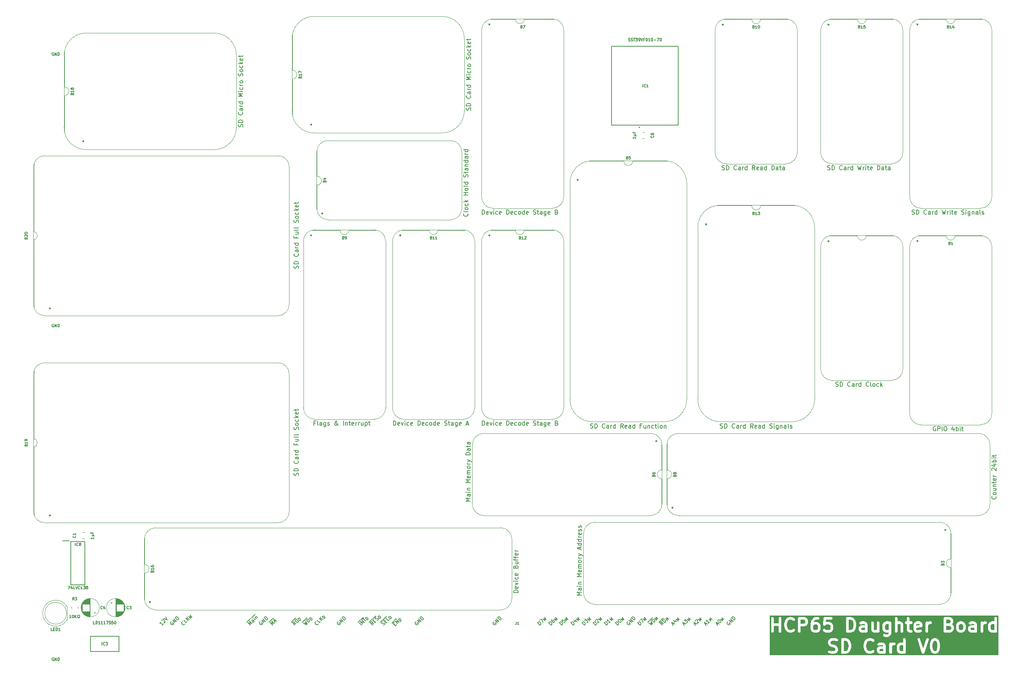
<source format=gto>
%TF.GenerationSoftware,KiCad,Pcbnew,8.0.4*%
%TF.CreationDate,2024-09-01T18:57:22+02:00*%
%TF.ProjectId,SD Card Board,53442043-6172-4642-9042-6f6172642e6b,rev?*%
%TF.SameCoordinates,PX26c1e00PY122ae10*%
%TF.FileFunction,Legend,Top*%
%TF.FilePolarity,Positive*%
%FSLAX46Y46*%
G04 Gerber Fmt 4.6, Leading zero omitted, Abs format (unit mm)*
G04 Created by KiCad (PCBNEW 8.0.4) date 2024-09-01 18:57:22*
%MOMM*%
%LPD*%
G01*
G04 APERTURE LIST*
%ADD10C,0.200000*%
%ADD11C,0.600000*%
%ADD12C,0.150000*%
%ADD13C,0.100000*%
%ADD14C,0.120000*%
%ADD15C,0.239605*%
%ADD16C,0.187000*%
G04 APERTURE END LIST*
D10*
X151092581Y-134054003D02*
X151361955Y-133784629D01*
X151200331Y-134269502D02*
X150823207Y-133515255D01*
X150823207Y-133515255D02*
X151577455Y-133892378D01*
X151308080Y-133030382D02*
X151361955Y-132976507D01*
X151361955Y-132976507D02*
X151442767Y-132949570D01*
X151442767Y-132949570D02*
X151496642Y-132949570D01*
X151496642Y-132949570D02*
X151577454Y-132976507D01*
X151577454Y-132976507D02*
X151712141Y-133057319D01*
X151712141Y-133057319D02*
X151846828Y-133192006D01*
X151846828Y-133192006D02*
X151927641Y-133326693D01*
X151927641Y-133326693D02*
X151954578Y-133407505D01*
X151954578Y-133407505D02*
X151954578Y-133461380D01*
X151954578Y-133461380D02*
X151927641Y-133542192D01*
X151927641Y-133542192D02*
X151873766Y-133596067D01*
X151873766Y-133596067D02*
X151792954Y-133623005D01*
X151792954Y-133623005D02*
X151739079Y-133623005D01*
X151739079Y-133623005D02*
X151658267Y-133596067D01*
X151658267Y-133596067D02*
X151523580Y-133515255D01*
X151523580Y-133515255D02*
X151388893Y-133380568D01*
X151388893Y-133380568D02*
X151308080Y-133245881D01*
X151308080Y-133245881D02*
X151281143Y-133165069D01*
X151281143Y-133165069D02*
X151281143Y-133111194D01*
X151281143Y-133111194D02*
X151308080Y-133030382D01*
X152340322Y-133254501D02*
X151887773Y-132801952D01*
X151887773Y-132801952D02*
X152361872Y-132974352D01*
X152361872Y-132974352D02*
X152189472Y-132500253D01*
X152189472Y-132500253D02*
X152642021Y-132952802D01*
X64551707Y-133353630D02*
X64470894Y-133380568D01*
X64470894Y-133380568D02*
X64390082Y-133461380D01*
X64390082Y-133461380D02*
X64336207Y-133569130D01*
X64336207Y-133569130D02*
X64336207Y-133676879D01*
X64336207Y-133676879D02*
X64363145Y-133757691D01*
X64363145Y-133757691D02*
X64443957Y-133892378D01*
X64443957Y-133892378D02*
X64524769Y-133973191D01*
X64524769Y-133973191D02*
X64659456Y-134054003D01*
X64659456Y-134054003D02*
X64740268Y-134080940D01*
X64740268Y-134080940D02*
X64848018Y-134080940D01*
X64848018Y-134080940D02*
X64955768Y-134027065D01*
X64955768Y-134027065D02*
X65009642Y-133973191D01*
X65009642Y-133973191D02*
X65063517Y-133865441D01*
X65063517Y-133865441D02*
X65063517Y-133811566D01*
X65063517Y-133811566D02*
X64874955Y-133623004D01*
X64874955Y-133623004D02*
X64767206Y-133730754D01*
X65359829Y-133623004D02*
X64794143Y-133057319D01*
X64794143Y-133057319D02*
X65683077Y-133299756D01*
X65683077Y-133299756D02*
X65117392Y-132734070D01*
X65952451Y-133030382D02*
X65386766Y-132464696D01*
X65386766Y-132464696D02*
X65521453Y-132330009D01*
X65521453Y-132330009D02*
X65629202Y-132276134D01*
X65629202Y-132276134D02*
X65736952Y-132276134D01*
X65736952Y-132276134D02*
X65817764Y-132303072D01*
X65817764Y-132303072D02*
X65952451Y-132383884D01*
X65952451Y-132383884D02*
X66033263Y-132464696D01*
X66033263Y-132464696D02*
X66114076Y-132599383D01*
X66114076Y-132599383D02*
X66141013Y-132680195D01*
X66141013Y-132680195D02*
X66141013Y-132787945D01*
X66141013Y-132787945D02*
X66087138Y-132895695D01*
X66087138Y-132895695D02*
X65952451Y-133030382D01*
X46771707Y-133353630D02*
X46690894Y-133380568D01*
X46690894Y-133380568D02*
X46610082Y-133461380D01*
X46610082Y-133461380D02*
X46556207Y-133569130D01*
X46556207Y-133569130D02*
X46556207Y-133676879D01*
X46556207Y-133676879D02*
X46583145Y-133757691D01*
X46583145Y-133757691D02*
X46663957Y-133892378D01*
X46663957Y-133892378D02*
X46744769Y-133973191D01*
X46744769Y-133973191D02*
X46879456Y-134054003D01*
X46879456Y-134054003D02*
X46960268Y-134080940D01*
X46960268Y-134080940D02*
X47068018Y-134080940D01*
X47068018Y-134080940D02*
X47175768Y-134027065D01*
X47175768Y-134027065D02*
X47229642Y-133973191D01*
X47229642Y-133973191D02*
X47283517Y-133865441D01*
X47283517Y-133865441D02*
X47283517Y-133811566D01*
X47283517Y-133811566D02*
X47094955Y-133623004D01*
X47094955Y-133623004D02*
X46987206Y-133730754D01*
X47579829Y-133623004D02*
X47014143Y-133057319D01*
X47014143Y-133057319D02*
X47903077Y-133299756D01*
X47903077Y-133299756D02*
X47337392Y-132734070D01*
X48172451Y-133030382D02*
X47606766Y-132464696D01*
X47606766Y-132464696D02*
X47741453Y-132330009D01*
X47741453Y-132330009D02*
X47849202Y-132276134D01*
X47849202Y-132276134D02*
X47956952Y-132276134D01*
X47956952Y-132276134D02*
X48037764Y-132303072D01*
X48037764Y-132303072D02*
X48172451Y-132383884D01*
X48172451Y-132383884D02*
X48253263Y-132464696D01*
X48253263Y-132464696D02*
X48334076Y-132599383D01*
X48334076Y-132599383D02*
X48361013Y-132680195D01*
X48361013Y-132680195D02*
X48361013Y-132787945D01*
X48361013Y-132787945D02*
X48307138Y-132895695D01*
X48307138Y-132895695D02*
X48172451Y-133030382D01*
X29503517Y-133811566D02*
X29503517Y-133865441D01*
X29503517Y-133865441D02*
X29449642Y-133973191D01*
X29449642Y-133973191D02*
X29395768Y-134027065D01*
X29395768Y-134027065D02*
X29288018Y-134080940D01*
X29288018Y-134080940D02*
X29180268Y-134080940D01*
X29180268Y-134080940D02*
X29099456Y-134054003D01*
X29099456Y-134054003D02*
X28964769Y-133973191D01*
X28964769Y-133973191D02*
X28883957Y-133892378D01*
X28883957Y-133892378D02*
X28803145Y-133757691D01*
X28803145Y-133757691D02*
X28776207Y-133676879D01*
X28776207Y-133676879D02*
X28776207Y-133569130D01*
X28776207Y-133569130D02*
X28830082Y-133461380D01*
X28830082Y-133461380D02*
X28883957Y-133407505D01*
X28883957Y-133407505D02*
X28991707Y-133353630D01*
X28991707Y-133353630D02*
X29045581Y-133353630D01*
X30069203Y-133353630D02*
X29799829Y-133623004D01*
X29799829Y-133623004D02*
X29234143Y-133057319D01*
X30257764Y-133165069D02*
X29692079Y-132599383D01*
X30581013Y-132841820D02*
X30015328Y-132761008D01*
X30015328Y-132276134D02*
X30015328Y-132922632D01*
X30859007Y-132688815D02*
X30406459Y-132236267D01*
X30406459Y-132236267D02*
X30880557Y-132408666D01*
X30880557Y-132408666D02*
X30708158Y-131934568D01*
X30708158Y-131934568D02*
X31160706Y-132387116D01*
X148425581Y-134054003D02*
X148694955Y-133784629D01*
X148533331Y-134269502D02*
X148156207Y-133515255D01*
X148156207Y-133515255D02*
X148910455Y-133892378D01*
X149395328Y-133407505D02*
X149072079Y-133730754D01*
X149233703Y-133569130D02*
X148668018Y-133003444D01*
X148668018Y-133003444D02*
X148694955Y-133138131D01*
X148694955Y-133138131D02*
X148694955Y-133245881D01*
X148694955Y-133245881D02*
X148668018Y-133326693D01*
X149673322Y-133254501D02*
X149220773Y-132801952D01*
X149220773Y-132801952D02*
X149694872Y-132974352D01*
X149694872Y-132974352D02*
X149522472Y-132500253D01*
X149522472Y-132500253D02*
X149975021Y-132952802D01*
X123341143Y-134188690D02*
X122775458Y-133623004D01*
X122775458Y-133623004D02*
X122910145Y-133488317D01*
X122910145Y-133488317D02*
X123017894Y-133434443D01*
X123017894Y-133434443D02*
X123125644Y-133434443D01*
X123125644Y-133434443D02*
X123206456Y-133461380D01*
X123206456Y-133461380D02*
X123341143Y-133542192D01*
X123341143Y-133542192D02*
X123421955Y-133623004D01*
X123421955Y-133623004D02*
X123502768Y-133757691D01*
X123502768Y-133757691D02*
X123529705Y-133838504D01*
X123529705Y-133838504D02*
X123529705Y-133946253D01*
X123529705Y-133946253D02*
X123475830Y-134054003D01*
X123475830Y-134054003D02*
X123341143Y-134188690D01*
X123368081Y-133138131D02*
X123368081Y-133084256D01*
X123368081Y-133084256D02*
X123395018Y-133003444D01*
X123395018Y-133003444D02*
X123529705Y-132868757D01*
X123529705Y-132868757D02*
X123610517Y-132841820D01*
X123610517Y-132841820D02*
X123664392Y-132841820D01*
X123664392Y-132841820D02*
X123745204Y-132868757D01*
X123745204Y-132868757D02*
X123799079Y-132922632D01*
X123799079Y-132922632D02*
X123852954Y-133030382D01*
X123852954Y-133030382D02*
X123852954Y-133676879D01*
X123852954Y-133676879D02*
X124203140Y-133326693D01*
X124481134Y-133173688D02*
X124028586Y-132721140D01*
X124028586Y-132721140D02*
X124502684Y-132893539D01*
X124502684Y-132893539D02*
X124330285Y-132419441D01*
X124330285Y-132419441D02*
X124782833Y-132871989D01*
X24577455Y-133892378D02*
X24254206Y-134215627D01*
X24415830Y-134054003D02*
X23850145Y-133488317D01*
X23850145Y-133488317D02*
X23877082Y-133623004D01*
X23877082Y-133623004D02*
X23877082Y-133730754D01*
X23877082Y-133730754D02*
X23850145Y-133811566D01*
X24281143Y-133165068D02*
X24281143Y-133111194D01*
X24281143Y-133111194D02*
X24308081Y-133030381D01*
X24308081Y-133030381D02*
X24442768Y-132895694D01*
X24442768Y-132895694D02*
X24523580Y-132868757D01*
X24523580Y-132868757D02*
X24577455Y-132868757D01*
X24577455Y-132868757D02*
X24658267Y-132895694D01*
X24658267Y-132895694D02*
X24712142Y-132949569D01*
X24712142Y-132949569D02*
X24766017Y-133057319D01*
X24766017Y-133057319D02*
X24766017Y-133703816D01*
X24766017Y-133703816D02*
X25116203Y-133353630D01*
X24712142Y-132626320D02*
X25466389Y-133003444D01*
X25466389Y-133003444D02*
X25089266Y-132249197D01*
X138904392Y-133865441D02*
X138446456Y-133784629D01*
X138581143Y-134188690D02*
X138015458Y-133623004D01*
X138015458Y-133623004D02*
X138230957Y-133407505D01*
X138230957Y-133407505D02*
X138311769Y-133380568D01*
X138311769Y-133380568D02*
X138365644Y-133380568D01*
X138365644Y-133380568D02*
X138446456Y-133407505D01*
X138446456Y-133407505D02*
X138527268Y-133488317D01*
X138527268Y-133488317D02*
X138554206Y-133569130D01*
X138554206Y-133569130D02*
X138554206Y-133623004D01*
X138554206Y-133623004D02*
X138527268Y-133703817D01*
X138527268Y-133703817D02*
X138311769Y-133919316D01*
X139146829Y-133623004D02*
X138581143Y-133057319D01*
X138581143Y-133057319D02*
X138715830Y-132922632D01*
X138715830Y-132922632D02*
X138823580Y-132868757D01*
X138823580Y-132868757D02*
X138931329Y-132868757D01*
X138931329Y-132868757D02*
X139012142Y-132895695D01*
X139012142Y-132895695D02*
X139146829Y-132976507D01*
X139146829Y-132976507D02*
X139227641Y-133057319D01*
X139227641Y-133057319D02*
X139308453Y-133192006D01*
X139308453Y-133192006D02*
X139335390Y-133272818D01*
X139335390Y-133272818D02*
X139335390Y-133380568D01*
X139335390Y-133380568D02*
X139281516Y-133488317D01*
X139281516Y-133488317D02*
X139146829Y-133623004D01*
X137780294Y-133544078D02*
X138798528Y-132525844D01*
X139748071Y-133146751D02*
X139295523Y-132694203D01*
X139295523Y-132694203D02*
X139769621Y-132866602D01*
X139769621Y-132866602D02*
X139597222Y-132392504D01*
X139597222Y-132392504D02*
X140049770Y-132845052D01*
X135421583Y-133676879D02*
X136121955Y-134107878D01*
X136121955Y-134107878D02*
X135825644Y-133596067D01*
X135825644Y-133596067D02*
X136337455Y-133892378D01*
X136337455Y-133892378D02*
X135906456Y-133192006D01*
X136687641Y-133542192D02*
X136121956Y-132976507D01*
X136121956Y-132976507D02*
X136256643Y-132841820D01*
X136256643Y-132841820D02*
X136364392Y-132787945D01*
X136364392Y-132787945D02*
X136472142Y-132787945D01*
X136472142Y-132787945D02*
X136552954Y-132814882D01*
X136552954Y-132814882D02*
X136687641Y-132895694D01*
X136687641Y-132895694D02*
X136768453Y-132976507D01*
X136768453Y-132976507D02*
X136849265Y-133111194D01*
X136849265Y-133111194D02*
X136876203Y-133192006D01*
X136876203Y-133192006D02*
X136876203Y-133299755D01*
X136876203Y-133299755D02*
X136822328Y-133407505D01*
X136822328Y-133407505D02*
X136687641Y-133542192D01*
X135240294Y-133544078D02*
X136339340Y-132445032D01*
X137288884Y-133065939D02*
X136836335Y-132613390D01*
X136836335Y-132613390D02*
X137310434Y-132785790D01*
X137310434Y-132785790D02*
X137138034Y-132311691D01*
X137138034Y-132311691D02*
X137590583Y-132764240D01*
X125881143Y-134188690D02*
X125315458Y-133623004D01*
X125315458Y-133623004D02*
X125450145Y-133488317D01*
X125450145Y-133488317D02*
X125557894Y-133434443D01*
X125557894Y-133434443D02*
X125665644Y-133434443D01*
X125665644Y-133434443D02*
X125746456Y-133461380D01*
X125746456Y-133461380D02*
X125881143Y-133542192D01*
X125881143Y-133542192D02*
X125961955Y-133623004D01*
X125961955Y-133623004D02*
X126042768Y-133757691D01*
X126042768Y-133757691D02*
X126069705Y-133838504D01*
X126069705Y-133838504D02*
X126069705Y-133946253D01*
X126069705Y-133946253D02*
X126015830Y-134054003D01*
X126015830Y-134054003D02*
X125881143Y-134188690D01*
X126743140Y-133326693D02*
X126419891Y-133649942D01*
X126581516Y-133488317D02*
X126015830Y-132922632D01*
X126015830Y-132922632D02*
X126042768Y-133057319D01*
X126042768Y-133057319D02*
X126042768Y-133165069D01*
X126042768Y-133165069D02*
X126015830Y-133245881D01*
X127021134Y-133173688D02*
X126568586Y-132721140D01*
X126568586Y-132721140D02*
X127042684Y-132893539D01*
X127042684Y-132893539D02*
X126870285Y-132419441D01*
X126870285Y-132419441D02*
X127322833Y-132871989D01*
X110641143Y-134188690D02*
X110075458Y-133623004D01*
X110075458Y-133623004D02*
X110210145Y-133488317D01*
X110210145Y-133488317D02*
X110317894Y-133434443D01*
X110317894Y-133434443D02*
X110425644Y-133434443D01*
X110425644Y-133434443D02*
X110506456Y-133461380D01*
X110506456Y-133461380D02*
X110641143Y-133542192D01*
X110641143Y-133542192D02*
X110721955Y-133623004D01*
X110721955Y-133623004D02*
X110802768Y-133757691D01*
X110802768Y-133757691D02*
X110829705Y-133838504D01*
X110829705Y-133838504D02*
X110829705Y-133946253D01*
X110829705Y-133946253D02*
X110775830Y-134054003D01*
X110775830Y-134054003D02*
X110641143Y-134188690D01*
X110587268Y-133111194D02*
X110964392Y-132734070D01*
X110964392Y-132734070D02*
X111287641Y-133542192D01*
X111781134Y-133173688D02*
X111328586Y-132721140D01*
X111328586Y-132721140D02*
X111802684Y-132893539D01*
X111802684Y-132893539D02*
X111630285Y-132419441D01*
X111630285Y-132419441D02*
X112082833Y-132871989D01*
X56554583Y-133676879D02*
X57254955Y-134107878D01*
X57254955Y-134107878D02*
X56958644Y-133596067D01*
X56958644Y-133596067D02*
X57470455Y-133892378D01*
X57470455Y-133892378D02*
X57039456Y-133192006D01*
X57820641Y-133542192D02*
X57254956Y-132976507D01*
X57254956Y-132976507D02*
X57389643Y-132841820D01*
X57389643Y-132841820D02*
X57497392Y-132787945D01*
X57497392Y-132787945D02*
X57605142Y-132787945D01*
X57605142Y-132787945D02*
X57685954Y-132814882D01*
X57685954Y-132814882D02*
X57820641Y-132895694D01*
X57820641Y-132895694D02*
X57901453Y-132976507D01*
X57901453Y-132976507D02*
X57982265Y-133111194D01*
X57982265Y-133111194D02*
X58009203Y-133192006D01*
X58009203Y-133192006D02*
X58009203Y-133299755D01*
X58009203Y-133299755D02*
X57955328Y-133407505D01*
X57955328Y-133407505D02*
X57820641Y-133542192D01*
X56373294Y-133544078D02*
X57472340Y-132445032D01*
X58421884Y-133065939D02*
X57969335Y-132613390D01*
X57969335Y-132613390D02*
X58077085Y-132505641D01*
X58077085Y-132505641D02*
X58163285Y-132462541D01*
X58163285Y-132462541D02*
X58249484Y-132462541D01*
X58249484Y-132462541D02*
X58314134Y-132484091D01*
X58314134Y-132484091D02*
X58421884Y-132548741D01*
X58421884Y-132548741D02*
X58486534Y-132613390D01*
X58486534Y-132613390D02*
X58551183Y-132721140D01*
X58551183Y-132721140D02*
X58572733Y-132785790D01*
X58572733Y-132785790D02*
X58572733Y-132871989D01*
X58572733Y-132871989D02*
X58529633Y-132958189D01*
X58529633Y-132958189D02*
X58421884Y-133065939D01*
X120801143Y-134188690D02*
X120235458Y-133623004D01*
X120235458Y-133623004D02*
X120370145Y-133488317D01*
X120370145Y-133488317D02*
X120477894Y-133434443D01*
X120477894Y-133434443D02*
X120585644Y-133434443D01*
X120585644Y-133434443D02*
X120666456Y-133461380D01*
X120666456Y-133461380D02*
X120801143Y-133542192D01*
X120801143Y-133542192D02*
X120881955Y-133623004D01*
X120881955Y-133623004D02*
X120962768Y-133757691D01*
X120962768Y-133757691D02*
X120989705Y-133838504D01*
X120989705Y-133838504D02*
X120989705Y-133946253D01*
X120989705Y-133946253D02*
X120935830Y-134054003D01*
X120935830Y-134054003D02*
X120801143Y-134188690D01*
X120747268Y-133111194D02*
X121097455Y-132761008D01*
X121097455Y-132761008D02*
X121124392Y-133165069D01*
X121124392Y-133165069D02*
X121205204Y-133084256D01*
X121205204Y-133084256D02*
X121286016Y-133057319D01*
X121286016Y-133057319D02*
X121339891Y-133057319D01*
X121339891Y-133057319D02*
X121420703Y-133084256D01*
X121420703Y-133084256D02*
X121555390Y-133218943D01*
X121555390Y-133218943D02*
X121582328Y-133299756D01*
X121582328Y-133299756D02*
X121582328Y-133353630D01*
X121582328Y-133353630D02*
X121555390Y-133434443D01*
X121555390Y-133434443D02*
X121393766Y-133596067D01*
X121393766Y-133596067D02*
X121312954Y-133623004D01*
X121312954Y-133623004D02*
X121259079Y-133623004D01*
X121941134Y-133173688D02*
X121488586Y-132721140D01*
X121488586Y-132721140D02*
X121962684Y-132893539D01*
X121962684Y-132893539D02*
X121790285Y-132419441D01*
X121790285Y-132419441D02*
X122242833Y-132871989D01*
X59983517Y-133811566D02*
X59983517Y-133865441D01*
X59983517Y-133865441D02*
X59929642Y-133973191D01*
X59929642Y-133973191D02*
X59875768Y-134027065D01*
X59875768Y-134027065D02*
X59768018Y-134080940D01*
X59768018Y-134080940D02*
X59660268Y-134080940D01*
X59660268Y-134080940D02*
X59579456Y-134054003D01*
X59579456Y-134054003D02*
X59444769Y-133973191D01*
X59444769Y-133973191D02*
X59363957Y-133892378D01*
X59363957Y-133892378D02*
X59283145Y-133757691D01*
X59283145Y-133757691D02*
X59256207Y-133676879D01*
X59256207Y-133676879D02*
X59256207Y-133569130D01*
X59256207Y-133569130D02*
X59310082Y-133461380D01*
X59310082Y-133461380D02*
X59363957Y-133407505D01*
X59363957Y-133407505D02*
X59471707Y-133353630D01*
X59471707Y-133353630D02*
X59525581Y-133353630D01*
X60549203Y-133353630D02*
X60279829Y-133623004D01*
X60279829Y-133623004D02*
X59714143Y-133057319D01*
X60737764Y-133165069D02*
X60172079Y-132599383D01*
X61061013Y-132841820D02*
X60495328Y-132761008D01*
X60495328Y-132276134D02*
X60495328Y-132922632D01*
X61339007Y-132688815D02*
X60886459Y-132236267D01*
X60886459Y-132236267D02*
X60994208Y-132128517D01*
X60994208Y-132128517D02*
X61080408Y-132085418D01*
X61080408Y-132085418D02*
X61166608Y-132085418D01*
X61166608Y-132085418D02*
X61231258Y-132106967D01*
X61231258Y-132106967D02*
X61339007Y-132171617D01*
X61339007Y-132171617D02*
X61403657Y-132236267D01*
X61403657Y-132236267D02*
X61468307Y-132344017D01*
X61468307Y-132344017D02*
X61489857Y-132408666D01*
X61489857Y-132408666D02*
X61489857Y-132494866D01*
X61489857Y-132494866D02*
X61446757Y-132581066D01*
X61446757Y-132581066D02*
X61339007Y-132688815D01*
X128421143Y-134188690D02*
X127855458Y-133623004D01*
X127855458Y-133623004D02*
X127990145Y-133488317D01*
X127990145Y-133488317D02*
X128097894Y-133434443D01*
X128097894Y-133434443D02*
X128205644Y-133434443D01*
X128205644Y-133434443D02*
X128286456Y-133461380D01*
X128286456Y-133461380D02*
X128421143Y-133542192D01*
X128421143Y-133542192D02*
X128501955Y-133623004D01*
X128501955Y-133623004D02*
X128582768Y-133757691D01*
X128582768Y-133757691D02*
X128609705Y-133838504D01*
X128609705Y-133838504D02*
X128609705Y-133946253D01*
X128609705Y-133946253D02*
X128555830Y-134054003D01*
X128555830Y-134054003D02*
X128421143Y-134188690D01*
X128528893Y-132949569D02*
X128582768Y-132895695D01*
X128582768Y-132895695D02*
X128663580Y-132868757D01*
X128663580Y-132868757D02*
X128717455Y-132868757D01*
X128717455Y-132868757D02*
X128798267Y-132895695D01*
X128798267Y-132895695D02*
X128932954Y-132976507D01*
X128932954Y-132976507D02*
X129067641Y-133111194D01*
X129067641Y-133111194D02*
X129148453Y-133245881D01*
X129148453Y-133245881D02*
X129175390Y-133326693D01*
X129175390Y-133326693D02*
X129175390Y-133380568D01*
X129175390Y-133380568D02*
X129148453Y-133461380D01*
X129148453Y-133461380D02*
X129094578Y-133515255D01*
X129094578Y-133515255D02*
X129013766Y-133542192D01*
X129013766Y-133542192D02*
X128959891Y-133542192D01*
X128959891Y-133542192D02*
X128879079Y-133515255D01*
X128879079Y-133515255D02*
X128744392Y-133434443D01*
X128744392Y-133434443D02*
X128609705Y-133299756D01*
X128609705Y-133299756D02*
X128528893Y-133165069D01*
X128528893Y-133165069D02*
X128501955Y-133084256D01*
X128501955Y-133084256D02*
X128501955Y-133030382D01*
X128501955Y-133030382D02*
X128528893Y-132949569D01*
X129561134Y-133173688D02*
X129108586Y-132721140D01*
X129108586Y-132721140D02*
X129582684Y-132893539D01*
X129582684Y-132893539D02*
X129410285Y-132419441D01*
X129410285Y-132419441D02*
X129862833Y-132871989D01*
X74900268Y-134188690D02*
X75008018Y-134134815D01*
X75008018Y-134134815D02*
X75142705Y-134000128D01*
X75142705Y-134000128D02*
X75169642Y-133919316D01*
X75169642Y-133919316D02*
X75169642Y-133865441D01*
X75169642Y-133865441D02*
X75142705Y-133784629D01*
X75142705Y-133784629D02*
X75088830Y-133730754D01*
X75088830Y-133730754D02*
X75008018Y-133703817D01*
X75008018Y-133703817D02*
X74954143Y-133703817D01*
X74954143Y-133703817D02*
X74873331Y-133730754D01*
X74873331Y-133730754D02*
X74738644Y-133811566D01*
X74738644Y-133811566D02*
X74657832Y-133838504D01*
X74657832Y-133838504D02*
X74603957Y-133838504D01*
X74603957Y-133838504D02*
X74523145Y-133811566D01*
X74523145Y-133811566D02*
X74469270Y-133757691D01*
X74469270Y-133757691D02*
X74442333Y-133676879D01*
X74442333Y-133676879D02*
X74442333Y-133623004D01*
X74442333Y-133623004D02*
X74469270Y-133542192D01*
X74469270Y-133542192D02*
X74603957Y-133407505D01*
X74603957Y-133407505D02*
X74711707Y-133353630D01*
X75196580Y-133353630D02*
X75385142Y-133165068D01*
X75762265Y-133380568D02*
X75492891Y-133649942D01*
X75492891Y-133649942D02*
X74927206Y-133084256D01*
X74927206Y-133084256D02*
X75196580Y-132814882D01*
X76274076Y-132868757D02*
X76004702Y-133138131D01*
X76004702Y-133138131D02*
X75439017Y-132572445D01*
X74153294Y-133544078D02*
X75548652Y-132148720D01*
X76498195Y-132769627D02*
X76045647Y-132317079D01*
X76045647Y-132317079D02*
X76153397Y-132209329D01*
X76153397Y-132209329D02*
X76239596Y-132166229D01*
X76239596Y-132166229D02*
X76325796Y-132166229D01*
X76325796Y-132166229D02*
X76390446Y-132187779D01*
X76390446Y-132187779D02*
X76498195Y-132252429D01*
X76498195Y-132252429D02*
X76562845Y-132317079D01*
X76562845Y-132317079D02*
X76627495Y-132424828D01*
X76627495Y-132424828D02*
X76649045Y-132489478D01*
X76649045Y-132489478D02*
X76649045Y-132575678D01*
X76649045Y-132575678D02*
X76605945Y-132661877D01*
X76605945Y-132661877D02*
X76498195Y-132769627D01*
X26451707Y-133353630D02*
X26370894Y-133380568D01*
X26370894Y-133380568D02*
X26290082Y-133461380D01*
X26290082Y-133461380D02*
X26236207Y-133569130D01*
X26236207Y-133569130D02*
X26236207Y-133676879D01*
X26236207Y-133676879D02*
X26263145Y-133757691D01*
X26263145Y-133757691D02*
X26343957Y-133892378D01*
X26343957Y-133892378D02*
X26424769Y-133973191D01*
X26424769Y-133973191D02*
X26559456Y-134054003D01*
X26559456Y-134054003D02*
X26640268Y-134080940D01*
X26640268Y-134080940D02*
X26748018Y-134080940D01*
X26748018Y-134080940D02*
X26855768Y-134027065D01*
X26855768Y-134027065D02*
X26909642Y-133973191D01*
X26909642Y-133973191D02*
X26963517Y-133865441D01*
X26963517Y-133865441D02*
X26963517Y-133811566D01*
X26963517Y-133811566D02*
X26774955Y-133623004D01*
X26774955Y-133623004D02*
X26667206Y-133730754D01*
X27259829Y-133623004D02*
X26694143Y-133057319D01*
X26694143Y-133057319D02*
X27583077Y-133299756D01*
X27583077Y-133299756D02*
X27017392Y-132734070D01*
X27852451Y-133030382D02*
X27286766Y-132464696D01*
X27286766Y-132464696D02*
X27421453Y-132330009D01*
X27421453Y-132330009D02*
X27529202Y-132276134D01*
X27529202Y-132276134D02*
X27636952Y-132276134D01*
X27636952Y-132276134D02*
X27717764Y-132303072D01*
X27717764Y-132303072D02*
X27852451Y-132383884D01*
X27852451Y-132383884D02*
X27933263Y-132464696D01*
X27933263Y-132464696D02*
X28014076Y-132599383D01*
X28014076Y-132599383D02*
X28041013Y-132680195D01*
X28041013Y-132680195D02*
X28041013Y-132787945D01*
X28041013Y-132787945D02*
X27987138Y-132895695D01*
X27987138Y-132895695D02*
X27852451Y-133030382D01*
X113181143Y-134188690D02*
X112615458Y-133623004D01*
X112615458Y-133623004D02*
X112750145Y-133488317D01*
X112750145Y-133488317D02*
X112857894Y-133434443D01*
X112857894Y-133434443D02*
X112965644Y-133434443D01*
X112965644Y-133434443D02*
X113046456Y-133461380D01*
X113046456Y-133461380D02*
X113181143Y-133542192D01*
X113181143Y-133542192D02*
X113261955Y-133623004D01*
X113261955Y-133623004D02*
X113342768Y-133757691D01*
X113342768Y-133757691D02*
X113369705Y-133838504D01*
X113369705Y-133838504D02*
X113369705Y-133946253D01*
X113369705Y-133946253D02*
X113315830Y-134054003D01*
X113315830Y-134054003D02*
X113181143Y-134188690D01*
X113423580Y-132814882D02*
X113315830Y-132922632D01*
X113315830Y-132922632D02*
X113288893Y-133003444D01*
X113288893Y-133003444D02*
X113288893Y-133057319D01*
X113288893Y-133057319D02*
X113315830Y-133192006D01*
X113315830Y-133192006D02*
X113396642Y-133326693D01*
X113396642Y-133326693D02*
X113612142Y-133542192D01*
X113612142Y-133542192D02*
X113692954Y-133569130D01*
X113692954Y-133569130D02*
X113746829Y-133569130D01*
X113746829Y-133569130D02*
X113827641Y-133542192D01*
X113827641Y-133542192D02*
X113935390Y-133434443D01*
X113935390Y-133434443D02*
X113962328Y-133353630D01*
X113962328Y-133353630D02*
X113962328Y-133299756D01*
X113962328Y-133299756D02*
X113935390Y-133218943D01*
X113935390Y-133218943D02*
X113800703Y-133084256D01*
X113800703Y-133084256D02*
X113719891Y-133057319D01*
X113719891Y-133057319D02*
X113666016Y-133057319D01*
X113666016Y-133057319D02*
X113585204Y-133084256D01*
X113585204Y-133084256D02*
X113477455Y-133192006D01*
X113477455Y-133192006D02*
X113450517Y-133272818D01*
X113450517Y-133272818D02*
X113450517Y-133326693D01*
X113450517Y-133326693D02*
X113477455Y-133407505D01*
X114321134Y-133173688D02*
X113868586Y-132721140D01*
X113868586Y-132721140D02*
X114342684Y-132893539D01*
X114342684Y-132893539D02*
X114170285Y-132419441D01*
X114170285Y-132419441D02*
X114622833Y-132871989D01*
X143472581Y-134054003D02*
X143741955Y-133784629D01*
X143580331Y-134269502D02*
X143203207Y-133515255D01*
X143203207Y-133515255D02*
X143957455Y-133892378D01*
X143526456Y-133192006D02*
X143876642Y-132841820D01*
X143876642Y-132841820D02*
X143903580Y-133245881D01*
X143903580Y-133245881D02*
X143984392Y-133165069D01*
X143984392Y-133165069D02*
X144065204Y-133138131D01*
X144065204Y-133138131D02*
X144119079Y-133138131D01*
X144119079Y-133138131D02*
X144199891Y-133165069D01*
X144199891Y-133165069D02*
X144334578Y-133299756D01*
X144334578Y-133299756D02*
X144361515Y-133380568D01*
X144361515Y-133380568D02*
X144361515Y-133434443D01*
X144361515Y-133434443D02*
X144334578Y-133515255D01*
X144334578Y-133515255D02*
X144172954Y-133676879D01*
X144172954Y-133676879D02*
X144092141Y-133703817D01*
X144092141Y-133703817D02*
X144038267Y-133703817D01*
X144720322Y-133254501D02*
X144267773Y-132801952D01*
X144267773Y-132801952D02*
X144741872Y-132974352D01*
X144741872Y-132974352D02*
X144569472Y-132500253D01*
X144569472Y-132500253D02*
X145022021Y-132952802D01*
X153578707Y-133353630D02*
X153497894Y-133380568D01*
X153497894Y-133380568D02*
X153417082Y-133461380D01*
X153417082Y-133461380D02*
X153363207Y-133569130D01*
X153363207Y-133569130D02*
X153363207Y-133676879D01*
X153363207Y-133676879D02*
X153390145Y-133757691D01*
X153390145Y-133757691D02*
X153470957Y-133892378D01*
X153470957Y-133892378D02*
X153551769Y-133973191D01*
X153551769Y-133973191D02*
X153686456Y-134054003D01*
X153686456Y-134054003D02*
X153767268Y-134080940D01*
X153767268Y-134080940D02*
X153875018Y-134080940D01*
X153875018Y-134080940D02*
X153982768Y-134027065D01*
X153982768Y-134027065D02*
X154036642Y-133973191D01*
X154036642Y-133973191D02*
X154090517Y-133865441D01*
X154090517Y-133865441D02*
X154090517Y-133811566D01*
X154090517Y-133811566D02*
X153901955Y-133623004D01*
X153901955Y-133623004D02*
X153794206Y-133730754D01*
X154386829Y-133623004D02*
X153821143Y-133057319D01*
X153821143Y-133057319D02*
X154710077Y-133299756D01*
X154710077Y-133299756D02*
X154144392Y-132734070D01*
X154979451Y-133030382D02*
X154413766Y-132464696D01*
X154413766Y-132464696D02*
X154548453Y-132330009D01*
X154548453Y-132330009D02*
X154656202Y-132276134D01*
X154656202Y-132276134D02*
X154763952Y-132276134D01*
X154763952Y-132276134D02*
X154844764Y-132303072D01*
X154844764Y-132303072D02*
X154979451Y-132383884D01*
X154979451Y-132383884D02*
X155060263Y-132464696D01*
X155060263Y-132464696D02*
X155141076Y-132599383D01*
X155141076Y-132599383D02*
X155168013Y-132680195D01*
X155168013Y-132680195D02*
X155168013Y-132787945D01*
X155168013Y-132787945D02*
X155114138Y-132895695D01*
X155114138Y-132895695D02*
X154979451Y-133030382D01*
X69874143Y-134188690D02*
X69308458Y-133623004D01*
X70143517Y-133919316D02*
X69577831Y-133353631D01*
X69577831Y-133353631D02*
X70466766Y-133596067D01*
X70466766Y-133596067D02*
X69901080Y-133030382D01*
X70089642Y-132841820D02*
X70412891Y-132518571D01*
X70816952Y-133245881D02*
X70251266Y-132680196D01*
X69073294Y-133544078D02*
X70253152Y-132364220D01*
X71202695Y-132985127D02*
X70750147Y-132532579D01*
X70750147Y-132532579D02*
X70857897Y-132424829D01*
X70857897Y-132424829D02*
X70944096Y-132381729D01*
X70944096Y-132381729D02*
X71030296Y-132381729D01*
X71030296Y-132381729D02*
X71094946Y-132403279D01*
X71094946Y-132403279D02*
X71202695Y-132467929D01*
X71202695Y-132467929D02*
X71267345Y-132532579D01*
X71267345Y-132532579D02*
X71331995Y-132640328D01*
X71331995Y-132640328D02*
X71353545Y-132704978D01*
X71353545Y-132704978D02*
X71353545Y-132791178D01*
X71353545Y-132791178D02*
X71310445Y-132877377D01*
X71310445Y-132877377D02*
X71202695Y-132985127D01*
D11*
G36*
X180710802Y-137826724D02*
G01*
X180912015Y-138027936D01*
X181018371Y-138240649D01*
X181144285Y-138744303D01*
X181144285Y-139099010D01*
X181018371Y-139602664D01*
X180912015Y-139815377D01*
X180710801Y-140016590D01*
X180395602Y-140121657D01*
X180029999Y-140121657D01*
X180029999Y-137721657D01*
X180395602Y-137721657D01*
X180710802Y-137826724D01*
G37*
G36*
X189001428Y-140093389D02*
G01*
X188944893Y-140121657D01*
X188372248Y-140121657D01*
X188239319Y-140055193D01*
X188172856Y-139922265D01*
X188172856Y-139778191D01*
X188239319Y-139645263D01*
X188372248Y-139578800D01*
X189001428Y-139578800D01*
X189001428Y-140093389D01*
G37*
G36*
X193572857Y-138749924D02*
G01*
X193572857Y-140093389D01*
X193516322Y-140121657D01*
X193086534Y-140121657D01*
X192907707Y-140032244D01*
X192833698Y-139958234D01*
X192744285Y-139779408D01*
X192744285Y-139063905D01*
X192833698Y-138885079D01*
X192907706Y-138811070D01*
X193086534Y-138721657D01*
X193516322Y-138721657D01*
X193572857Y-138749924D01*
G37*
G36*
X201123720Y-137811070D02*
G01*
X201197730Y-137885079D01*
X201304086Y-138097792D01*
X201430000Y-138601446D01*
X201430000Y-139241867D01*
X201304086Y-139745521D01*
X201197730Y-139958234D01*
X201123720Y-140032244D01*
X200944894Y-140121657D01*
X200800820Y-140121657D01*
X200621994Y-140032244D01*
X200547984Y-139958234D01*
X200441627Y-139745520D01*
X200315714Y-139241867D01*
X200315714Y-138601446D01*
X200441627Y-138097791D01*
X200547983Y-137885079D01*
X200621993Y-137811070D01*
X200800820Y-137721657D01*
X200944894Y-137721657D01*
X201123720Y-137811070D01*
G37*
G36*
X190287142Y-133920092D02*
G01*
X190287142Y-135263557D01*
X190230607Y-135291825D01*
X189800819Y-135291825D01*
X189621992Y-135202412D01*
X189547983Y-135128402D01*
X189458570Y-134949576D01*
X189458570Y-134234073D01*
X189547983Y-134055247D01*
X189621991Y-133981238D01*
X189800819Y-133891825D01*
X190230607Y-133891825D01*
X190287142Y-133920092D01*
G37*
G36*
X173980862Y-134124095D02*
G01*
X174054871Y-134198104D01*
X174144284Y-134376930D01*
X174144284Y-134949576D01*
X174054870Y-135128402D01*
X173980861Y-135202412D01*
X173802035Y-135291825D01*
X173372247Y-135291825D01*
X173193420Y-135202412D01*
X173119411Y-135128402D01*
X173029998Y-134949576D01*
X173029998Y-134376930D01*
X173119411Y-134198104D01*
X173193419Y-134124095D01*
X173372247Y-134034682D01*
X173802035Y-134034682D01*
X173980862Y-134124095D01*
G37*
G36*
X181853658Y-132996892D02*
G01*
X182054871Y-133198104D01*
X182161227Y-133410817D01*
X182287141Y-133914471D01*
X182287141Y-134269178D01*
X182161227Y-134772832D01*
X182054871Y-134985545D01*
X181853657Y-135186758D01*
X181538458Y-135291825D01*
X181172855Y-135291825D01*
X181172855Y-132891825D01*
X181538458Y-132891825D01*
X181853658Y-132996892D01*
G37*
G36*
X184858570Y-135263557D02*
G01*
X184802035Y-135291825D01*
X184229390Y-135291825D01*
X184096461Y-135225361D01*
X184029998Y-135092433D01*
X184029998Y-134948359D01*
X184096461Y-134815431D01*
X184229390Y-134748968D01*
X184858570Y-134748968D01*
X184858570Y-135263557D01*
G37*
G36*
X197363535Y-133958288D02*
G01*
X197415887Y-134062991D01*
X196601428Y-134225883D01*
X196601428Y-134091216D01*
X196667891Y-133958288D01*
X196800820Y-133891825D01*
X197230608Y-133891825D01*
X197363535Y-133958288D01*
G37*
G36*
X204425089Y-134425463D02*
G01*
X204483443Y-134483817D01*
X204572857Y-134662644D01*
X204572857Y-134949576D01*
X204483443Y-135128402D01*
X204409434Y-135202412D01*
X204230608Y-135291825D01*
X203458571Y-135291825D01*
X203458571Y-134320396D01*
X204109888Y-134320396D01*
X204425089Y-134425463D01*
G37*
G36*
X204266578Y-132981238D02*
G01*
X204340587Y-133055247D01*
X204430000Y-133234073D01*
X204430000Y-133378148D01*
X204340587Y-133556974D01*
X204266578Y-133630982D01*
X204087751Y-133720396D01*
X203458571Y-133720396D01*
X203458571Y-132891825D01*
X204087751Y-132891825D01*
X204266578Y-132981238D01*
G37*
G36*
X207123720Y-133981238D02*
G01*
X207197730Y-134055247D01*
X207287143Y-134234073D01*
X207287143Y-134949576D01*
X207197730Y-135128402D01*
X207123720Y-135202412D01*
X206944894Y-135291825D01*
X206657963Y-135291825D01*
X206479136Y-135202412D01*
X206405127Y-135128402D01*
X206315714Y-134949576D01*
X206315714Y-134234073D01*
X206405127Y-134055247D01*
X206479135Y-133981238D01*
X206657963Y-133891825D01*
X206944894Y-133891825D01*
X207123720Y-133981238D01*
G37*
G36*
X209858572Y-135263557D02*
G01*
X209802037Y-135291825D01*
X209229392Y-135291825D01*
X209096463Y-135225361D01*
X209030000Y-135092433D01*
X209030000Y-134948359D01*
X209096463Y-134815431D01*
X209229392Y-134748968D01*
X209858572Y-134748968D01*
X209858572Y-135263557D01*
G37*
G36*
X214430001Y-133920092D02*
G01*
X214430001Y-135263557D01*
X214373466Y-135291825D01*
X213943678Y-135291825D01*
X213764851Y-135202412D01*
X213690842Y-135128402D01*
X213601429Y-134949576D01*
X213601429Y-134234073D01*
X213690842Y-134055247D01*
X213764850Y-133981238D01*
X213943678Y-133891825D01*
X214373466Y-133891825D01*
X214430001Y-133920092D01*
G37*
G36*
X171123719Y-132981238D02*
G01*
X171197728Y-133055247D01*
X171287141Y-133234073D01*
X171287141Y-133521005D01*
X171197728Y-133699831D01*
X171123719Y-133773839D01*
X170944892Y-133863253D01*
X170172855Y-133863253D01*
X170172855Y-132891825D01*
X170944892Y-132891825D01*
X171123719Y-132981238D01*
G37*
G36*
X215363334Y-141054990D02*
G01*
X163096665Y-141054990D01*
X163096665Y-137993085D01*
X176429999Y-137993085D01*
X176429999Y-138278800D01*
X176431059Y-138294977D01*
X176430754Y-138300067D01*
X176431694Y-138304662D01*
X176432566Y-138317958D01*
X176440393Y-138347170D01*
X176446455Y-138376792D01*
X176451619Y-138389070D01*
X176452835Y-138393605D01*
X176455386Y-138398024D01*
X176461671Y-138412964D01*
X176604528Y-138698678D01*
X176624336Y-138732554D01*
X176630330Y-138739314D01*
X176634850Y-138747142D01*
X176660724Y-138776646D01*
X176803581Y-138919503D01*
X176833085Y-138945377D01*
X176840912Y-138949896D01*
X176847673Y-138955891D01*
X176881549Y-138975699D01*
X177167264Y-139118556D01*
X177186722Y-139126741D01*
X177191301Y-139129283D01*
X177197468Y-139131261D01*
X177203436Y-139133772D01*
X177208563Y-139134821D01*
X177228667Y-139141271D01*
X177768148Y-139276141D01*
X177980862Y-139382497D01*
X178054871Y-139456507D01*
X178144285Y-139635334D01*
X178144285Y-139779408D01*
X178054871Y-139958234D01*
X177980862Y-140032244D01*
X177802036Y-140121657D01*
X177207254Y-140121657D01*
X176824867Y-139994195D01*
X176786907Y-139984247D01*
X176708732Y-139979555D01*
X176632007Y-139995256D01*
X176561959Y-140030280D01*
X176503363Y-140082240D01*
X176460212Y-140147595D01*
X176435446Y-140221892D01*
X176430754Y-140300067D01*
X176446455Y-140376792D01*
X176481479Y-140446840D01*
X176533439Y-140505436D01*
X176598794Y-140548587D01*
X176635131Y-140563405D01*
X177063702Y-140706262D01*
X177101663Y-140716209D01*
X177110681Y-140716750D01*
X177119413Y-140719090D01*
X177158571Y-140721657D01*
X177872856Y-140721657D01*
X177889032Y-140720596D01*
X177894122Y-140720902D01*
X177898717Y-140719961D01*
X177912014Y-140719090D01*
X177941227Y-140711262D01*
X177970848Y-140705201D01*
X177983126Y-140700036D01*
X177987661Y-140698821D01*
X177992080Y-140696269D01*
X178007020Y-140689985D01*
X178292735Y-140547128D01*
X178326611Y-140527320D01*
X178333372Y-140521324D01*
X178341200Y-140516805D01*
X178370704Y-140490931D01*
X178513561Y-140348073D01*
X178539434Y-140318569D01*
X178543951Y-140310744D01*
X178549948Y-140303982D01*
X178569756Y-140270106D01*
X178712613Y-139984392D01*
X178718897Y-139969452D01*
X178721449Y-139965033D01*
X178722664Y-139960498D01*
X178727829Y-139948220D01*
X178733890Y-139918598D01*
X178741718Y-139889386D01*
X178742589Y-139876090D01*
X178743530Y-139871495D01*
X178743224Y-139866405D01*
X178744285Y-139850228D01*
X178744285Y-139564514D01*
X178743224Y-139548336D01*
X178743530Y-139543247D01*
X178742589Y-139538651D01*
X178741718Y-139525356D01*
X178733890Y-139496143D01*
X178727829Y-139466522D01*
X178722664Y-139454243D01*
X178721449Y-139449709D01*
X178718897Y-139445289D01*
X178712613Y-139430350D01*
X178569756Y-139144636D01*
X178549948Y-139110760D01*
X178543951Y-139103997D01*
X178539434Y-139096173D01*
X178513561Y-139066669D01*
X178370704Y-138923811D01*
X178341200Y-138897937D01*
X178333372Y-138893417D01*
X178326611Y-138887422D01*
X178292735Y-138867614D01*
X178007020Y-138724757D01*
X177987561Y-138716571D01*
X177982983Y-138714030D01*
X177976815Y-138712051D01*
X177970848Y-138709541D01*
X177965720Y-138708491D01*
X177945617Y-138702042D01*
X177406134Y-138567171D01*
X177193420Y-138460814D01*
X177119412Y-138386806D01*
X177029999Y-138207980D01*
X177029999Y-138063905D01*
X177119412Y-137885079D01*
X177193420Y-137811070D01*
X177372248Y-137721657D01*
X177967030Y-137721657D01*
X178349416Y-137849119D01*
X178387377Y-137859066D01*
X178465551Y-137863759D01*
X178542277Y-137848058D01*
X178612325Y-137813034D01*
X178670921Y-137761074D01*
X178714072Y-137695719D01*
X178738837Y-137621422D01*
X178743530Y-137543247D01*
X178727829Y-137466522D01*
X178705397Y-137421657D01*
X179429999Y-137421657D01*
X179429999Y-140421657D01*
X179432566Y-140460815D01*
X179452835Y-140536462D01*
X179491993Y-140604285D01*
X179547371Y-140659663D01*
X179615194Y-140698821D01*
X179690841Y-140719090D01*
X179729999Y-140721657D01*
X180444285Y-140721657D01*
X180483443Y-140719090D01*
X180492170Y-140716751D01*
X180501193Y-140716210D01*
X180539153Y-140706262D01*
X180967724Y-140563405D01*
X180982733Y-140557284D01*
X180987661Y-140555964D01*
X180991725Y-140553617D01*
X181004061Y-140548587D01*
X181029291Y-140531928D01*
X181055484Y-140516806D01*
X181065503Y-140508019D01*
X181069416Y-140505436D01*
X181072797Y-140501622D01*
X181084988Y-140490932D01*
X181370703Y-140205217D01*
X181396577Y-140175713D01*
X181401096Y-140167885D01*
X181407091Y-140161125D01*
X181426899Y-140127249D01*
X181569756Y-139841535D01*
X181577941Y-139822076D01*
X181580483Y-139817498D01*
X181582461Y-139811330D01*
X181584972Y-139805363D01*
X181586021Y-139800235D01*
X181592471Y-139780132D01*
X181735328Y-139208703D01*
X181740813Y-139178475D01*
X181741718Y-139175100D01*
X181741883Y-139172582D01*
X181742335Y-139170092D01*
X181742276Y-139166587D01*
X181744285Y-139135942D01*
X181744285Y-138707371D01*
X184572856Y-138707371D01*
X184572856Y-139135942D01*
X184574864Y-139166587D01*
X184574806Y-139170091D01*
X184575257Y-139172581D01*
X184575423Y-139175100D01*
X184576327Y-139178476D01*
X184581813Y-139208703D01*
X184724670Y-139780131D01*
X184731119Y-139800232D01*
X184732169Y-139805363D01*
X184734680Y-139811334D01*
X184736658Y-139817497D01*
X184739197Y-139822072D01*
X184747385Y-139841535D01*
X184890242Y-140127249D01*
X184910050Y-140161125D01*
X184916044Y-140167885D01*
X184920564Y-140175713D01*
X184946438Y-140205217D01*
X185232153Y-140490932D01*
X185244339Y-140501619D01*
X185247724Y-140505436D01*
X185251640Y-140508021D01*
X185261657Y-140516806D01*
X185287846Y-140531926D01*
X185313080Y-140548587D01*
X185325415Y-140553617D01*
X185329480Y-140555964D01*
X185334407Y-140557284D01*
X185349417Y-140563405D01*
X185777987Y-140706262D01*
X185815947Y-140716209D01*
X185824966Y-140716750D01*
X185833698Y-140719090D01*
X185872856Y-140721657D01*
X186158570Y-140721657D01*
X186197728Y-140719090D01*
X186206455Y-140716751D01*
X186215478Y-140716210D01*
X186253438Y-140706262D01*
X186682010Y-140563405D01*
X186697015Y-140557285D01*
X186701948Y-140555964D01*
X186706016Y-140553615D01*
X186718346Y-140548587D01*
X186743578Y-140531928D01*
X186769771Y-140516805D01*
X186779784Y-140508023D01*
X186783702Y-140505437D01*
X186787087Y-140501618D01*
X186799275Y-140490931D01*
X186942132Y-140348073D01*
X186968005Y-140318569D01*
X187007163Y-140250746D01*
X187027432Y-140175099D01*
X187027432Y-140096783D01*
X187007163Y-140021136D01*
X186968004Y-139953313D01*
X186912626Y-139897936D01*
X186844803Y-139858778D01*
X186769156Y-139838509D01*
X186690840Y-139838509D01*
X186615193Y-139858778D01*
X186547370Y-139897937D01*
X186517866Y-139923811D01*
X186425087Y-140016590D01*
X186109887Y-140121657D01*
X185921539Y-140121657D01*
X185606339Y-140016590D01*
X185405126Y-139815377D01*
X185351123Y-139707371D01*
X187572856Y-139707371D01*
X187572856Y-139993085D01*
X187573916Y-140009261D01*
X187573611Y-140014351D01*
X187574551Y-140018946D01*
X187575423Y-140032243D01*
X187583250Y-140061456D01*
X187589312Y-140091077D01*
X187594476Y-140103355D01*
X187595692Y-140107890D01*
X187598243Y-140112309D01*
X187604528Y-140127249D01*
X187747385Y-140412964D01*
X187767193Y-140446840D01*
X187779145Y-140460319D01*
X187789077Y-140475361D01*
X187805017Y-140489495D01*
X187819152Y-140505436D01*
X187834193Y-140515367D01*
X187847673Y-140527320D01*
X187881549Y-140547128D01*
X188167264Y-140689985D01*
X188182203Y-140696269D01*
X188186623Y-140698821D01*
X188191157Y-140700036D01*
X188203436Y-140705201D01*
X188233056Y-140711262D01*
X188262270Y-140719090D01*
X188275566Y-140719961D01*
X188280162Y-140720902D01*
X188285251Y-140720596D01*
X188301428Y-140721657D01*
X189015713Y-140721657D01*
X189031889Y-140720596D01*
X189036979Y-140720902D01*
X189041574Y-140719961D01*
X189054871Y-140719090D01*
X189084084Y-140711262D01*
X189113705Y-140705201D01*
X189125983Y-140700036D01*
X189130518Y-140698821D01*
X189134937Y-140696269D01*
X189149877Y-140689985D01*
X189161367Y-140684239D01*
X189186623Y-140698821D01*
X189262270Y-140719090D01*
X189340586Y-140719090D01*
X189416233Y-140698821D01*
X189484056Y-140659663D01*
X189539434Y-140604285D01*
X189578592Y-140536462D01*
X189598861Y-140460815D01*
X189601428Y-140421657D01*
X189601428Y-138850228D01*
X189600367Y-138834050D01*
X189600673Y-138828960D01*
X189599732Y-138824364D01*
X189598861Y-138811070D01*
X189591034Y-138781860D01*
X189584972Y-138752235D01*
X189579806Y-138739954D01*
X189578592Y-138735423D01*
X189576042Y-138731006D01*
X189569756Y-138716063D01*
X189426898Y-138430349D01*
X189421816Y-138421657D01*
X190429999Y-138421657D01*
X190429999Y-140421657D01*
X190432566Y-140460815D01*
X190452835Y-140536462D01*
X190491993Y-140604285D01*
X190547371Y-140659663D01*
X190615194Y-140698821D01*
X190690841Y-140719090D01*
X190769157Y-140719090D01*
X190844804Y-140698821D01*
X190912627Y-140659663D01*
X190968005Y-140604285D01*
X191007163Y-140536462D01*
X191027432Y-140460815D01*
X191029999Y-140421657D01*
X191029999Y-139063905D01*
X191065409Y-138993085D01*
X192144285Y-138993085D01*
X192144285Y-139850228D01*
X192145345Y-139866405D01*
X192145040Y-139871495D01*
X192145980Y-139876090D01*
X192146852Y-139889386D01*
X192154679Y-139918598D01*
X192160741Y-139948220D01*
X192165905Y-139960498D01*
X192167121Y-139965033D01*
X192169672Y-139969452D01*
X192175957Y-139984392D01*
X192318814Y-140270106D01*
X192338622Y-140303982D01*
X192344618Y-140310744D01*
X192349136Y-140318569D01*
X192375009Y-140348073D01*
X192517866Y-140490931D01*
X192547370Y-140516805D01*
X192555197Y-140521324D01*
X192561959Y-140527320D01*
X192595835Y-140547128D01*
X192881550Y-140689985D01*
X192896489Y-140696269D01*
X192900909Y-140698821D01*
X192905443Y-140700036D01*
X192917722Y-140705201D01*
X192947342Y-140711262D01*
X192976556Y-140719090D01*
X192989852Y-140719961D01*
X192994448Y-140720902D01*
X192999537Y-140720596D01*
X193015714Y-140721657D01*
X193587142Y-140721657D01*
X193603318Y-140720596D01*
X193608408Y-140720902D01*
X193613003Y-140719961D01*
X193626300Y-140719090D01*
X193655513Y-140711262D01*
X193685134Y-140705201D01*
X193697412Y-140700036D01*
X193701947Y-140698821D01*
X193706366Y-140696269D01*
X193721306Y-140689985D01*
X193732796Y-140684239D01*
X193758052Y-140698821D01*
X193833699Y-140719090D01*
X193912015Y-140719090D01*
X193987662Y-140698821D01*
X194055485Y-140659663D01*
X194110863Y-140604285D01*
X194150021Y-140536462D01*
X194170290Y-140460815D01*
X194172857Y-140421657D01*
X194172857Y-137421657D01*
X194171463Y-137400390D01*
X196859326Y-137400390D01*
X196864018Y-137478565D01*
X196873966Y-137516525D01*
X197873966Y-140516526D01*
X197874812Y-140518602D01*
X197875027Y-140519649D01*
X197876179Y-140521954D01*
X197888784Y-140552862D01*
X197900524Y-140570644D01*
X197910051Y-140589697D01*
X197922004Y-140603177D01*
X197931935Y-140618218D01*
X197947876Y-140632354D01*
X197962010Y-140648293D01*
X197977047Y-140658221D01*
X197990531Y-140670178D01*
X198009590Y-140679707D01*
X198027366Y-140691444D01*
X198044457Y-140697141D01*
X198060579Y-140705202D01*
X198081456Y-140709474D01*
X198101663Y-140716210D01*
X198119645Y-140717289D01*
X198137304Y-140720903D01*
X198158577Y-140719625D01*
X198179838Y-140720902D01*
X198197488Y-140717290D01*
X198215479Y-140716210D01*
X198235693Y-140709471D01*
X198256563Y-140705201D01*
X198272678Y-140697143D01*
X198289776Y-140691444D01*
X198307559Y-140679702D01*
X198326611Y-140670177D01*
X198340087Y-140658226D01*
X198355132Y-140648294D01*
X198369270Y-140632349D01*
X198385207Y-140618218D01*
X198395134Y-140603181D01*
X198407091Y-140589698D01*
X198416618Y-140570641D01*
X198428358Y-140552862D01*
X198440960Y-140521958D01*
X198442115Y-140519649D01*
X198442329Y-140518600D01*
X198443176Y-140516525D01*
X199093846Y-138564514D01*
X199715714Y-138564514D01*
X199715714Y-139278800D01*
X199717722Y-139309445D01*
X199717664Y-139312949D01*
X199718115Y-139315439D01*
X199718281Y-139317958D01*
X199719185Y-139321334D01*
X199724671Y-139351561D01*
X199867528Y-139922989D01*
X199873977Y-139943092D01*
X199875027Y-139948220D01*
X199877537Y-139954187D01*
X199879516Y-139960355D01*
X199882057Y-139964933D01*
X199890243Y-139984392D01*
X200033100Y-140270106D01*
X200052908Y-140303982D01*
X200058902Y-140310742D01*
X200063422Y-140318570D01*
X200089296Y-140348074D01*
X200232154Y-140490932D01*
X200261658Y-140516806D01*
X200269485Y-140521325D01*
X200276246Y-140527320D01*
X200310122Y-140547128D01*
X200595836Y-140689985D01*
X200610775Y-140696269D01*
X200615195Y-140698821D01*
X200619729Y-140700036D01*
X200632008Y-140705201D01*
X200661629Y-140711262D01*
X200690842Y-140719090D01*
X200704137Y-140719961D01*
X200708733Y-140720902D01*
X200713822Y-140720596D01*
X200730000Y-140721657D01*
X201015714Y-140721657D01*
X201031891Y-140720596D01*
X201036981Y-140720902D01*
X201041576Y-140719961D01*
X201054872Y-140719090D01*
X201084084Y-140711262D01*
X201113706Y-140705201D01*
X201125984Y-140700036D01*
X201130519Y-140698821D01*
X201134938Y-140696269D01*
X201149878Y-140689985D01*
X201435592Y-140547128D01*
X201469468Y-140527320D01*
X201476228Y-140521325D01*
X201484056Y-140516806D01*
X201513560Y-140490932D01*
X201656418Y-140348074D01*
X201682292Y-140318570D01*
X201686811Y-140310742D01*
X201692806Y-140303982D01*
X201712614Y-140270106D01*
X201855471Y-139984392D01*
X201863656Y-139964933D01*
X201866198Y-139960355D01*
X201868176Y-139954187D01*
X201870687Y-139948220D01*
X201871736Y-139943092D01*
X201878186Y-139922989D01*
X202021043Y-139351560D01*
X202026528Y-139321335D01*
X202027433Y-139317958D01*
X202027598Y-139315438D01*
X202028050Y-139312949D01*
X202027991Y-139309445D01*
X202030000Y-139278800D01*
X202030000Y-138564514D01*
X202027991Y-138533868D01*
X202028050Y-138530364D01*
X202027598Y-138527873D01*
X202027433Y-138525356D01*
X202026528Y-138521980D01*
X202021043Y-138491753D01*
X201878186Y-137920324D01*
X201871736Y-137900220D01*
X201870687Y-137895093D01*
X201868176Y-137889125D01*
X201866198Y-137882958D01*
X201863656Y-137878379D01*
X201855471Y-137858921D01*
X201712614Y-137573207D01*
X201692806Y-137539331D01*
X201686810Y-137532569D01*
X201682291Y-137524742D01*
X201656417Y-137495238D01*
X201513559Y-137352381D01*
X201484055Y-137326508D01*
X201476230Y-137321990D01*
X201469468Y-137315994D01*
X201435592Y-137296186D01*
X201149878Y-137153329D01*
X201134938Y-137147044D01*
X201130519Y-137144493D01*
X201125984Y-137143277D01*
X201113706Y-137138113D01*
X201084084Y-137132051D01*
X201054872Y-137124224D01*
X201041576Y-137123352D01*
X201036981Y-137122412D01*
X201031891Y-137122717D01*
X201015714Y-137121657D01*
X200730000Y-137121657D01*
X200713822Y-137122717D01*
X200708733Y-137122412D01*
X200704137Y-137123352D01*
X200690842Y-137124224D01*
X200661629Y-137132051D01*
X200632008Y-137138113D01*
X200619729Y-137143277D01*
X200615195Y-137144493D01*
X200610775Y-137147044D01*
X200595836Y-137153329D01*
X200310122Y-137296186D01*
X200276246Y-137315994D01*
X200269483Y-137321990D01*
X200261659Y-137326508D01*
X200232155Y-137352381D01*
X200089297Y-137495238D01*
X200063423Y-137524742D01*
X200058903Y-137532569D01*
X200052908Y-137539331D01*
X200033100Y-137573207D01*
X199890243Y-137858921D01*
X199882055Y-137878383D01*
X199879516Y-137882959D01*
X199877538Y-137889121D01*
X199875027Y-137895093D01*
X199873977Y-137900223D01*
X199867528Y-137920325D01*
X199724671Y-138491753D01*
X199719185Y-138521979D01*
X199718281Y-138525356D01*
X199718115Y-138527874D01*
X199717664Y-138530365D01*
X199717722Y-138533868D01*
X199715714Y-138564514D01*
X199093846Y-138564514D01*
X199443176Y-137516525D01*
X199453124Y-137478565D01*
X199457816Y-137400390D01*
X199442115Y-137323665D01*
X199407091Y-137253616D01*
X199355132Y-137195020D01*
X199289776Y-137151870D01*
X199215479Y-137127104D01*
X199137304Y-137122411D01*
X199060579Y-137138112D01*
X198990531Y-137173136D01*
X198931935Y-137225096D01*
X198888784Y-137290452D01*
X198873966Y-137326788D01*
X198158570Y-139472973D01*
X197443176Y-137326789D01*
X197428358Y-137290452D01*
X197385207Y-137225096D01*
X197326611Y-137173137D01*
X197256563Y-137138113D01*
X197179838Y-137122412D01*
X197101663Y-137127104D01*
X197027366Y-137151870D01*
X196962010Y-137195021D01*
X196910051Y-137253617D01*
X196875027Y-137323665D01*
X196859326Y-137400390D01*
X194171463Y-137400390D01*
X194170290Y-137382499D01*
X194150021Y-137306852D01*
X194110863Y-137239029D01*
X194055485Y-137183651D01*
X193987662Y-137144493D01*
X193912015Y-137124224D01*
X193833699Y-137124224D01*
X193758052Y-137144493D01*
X193690229Y-137183651D01*
X193634851Y-137239029D01*
X193595693Y-137306852D01*
X193575424Y-137382499D01*
X193572857Y-137421657D01*
X193572857Y-138121657D01*
X193015714Y-138121657D01*
X192999537Y-138122717D01*
X192994448Y-138122412D01*
X192989852Y-138123352D01*
X192976556Y-138124224D01*
X192947342Y-138132051D01*
X192917722Y-138138113D01*
X192905443Y-138143277D01*
X192900909Y-138144493D01*
X192896489Y-138147044D01*
X192881550Y-138153329D01*
X192595835Y-138296186D01*
X192561959Y-138315994D01*
X192555198Y-138321988D01*
X192547371Y-138326508D01*
X192517867Y-138352382D01*
X192375010Y-138495239D01*
X192349136Y-138524743D01*
X192344616Y-138532570D01*
X192338622Y-138539331D01*
X192318814Y-138573207D01*
X192175957Y-138858921D01*
X192169672Y-138873860D01*
X192167121Y-138878280D01*
X192165905Y-138882814D01*
X192160741Y-138895093D01*
X192154679Y-138924714D01*
X192146852Y-138953927D01*
X192145980Y-138967222D01*
X192145040Y-138971818D01*
X192145345Y-138976907D01*
X192144285Y-138993085D01*
X191065409Y-138993085D01*
X191119411Y-138885079D01*
X191193421Y-138811070D01*
X191372248Y-138721657D01*
X191587142Y-138721657D01*
X191626300Y-138719090D01*
X191701947Y-138698821D01*
X191769770Y-138659663D01*
X191825148Y-138604285D01*
X191864306Y-138536462D01*
X191884575Y-138460815D01*
X191884575Y-138382499D01*
X191864306Y-138306852D01*
X191825148Y-138239029D01*
X191769770Y-138183651D01*
X191701947Y-138144493D01*
X191626300Y-138124224D01*
X191587142Y-138121657D01*
X191301428Y-138121657D01*
X191285250Y-138122717D01*
X191280161Y-138122412D01*
X191275565Y-138123352D01*
X191262270Y-138124224D01*
X191233057Y-138132051D01*
X191203436Y-138138113D01*
X191191157Y-138143277D01*
X191186623Y-138144493D01*
X191182203Y-138147044D01*
X191167264Y-138153329D01*
X190974245Y-138249838D01*
X190968005Y-138239029D01*
X190912627Y-138183651D01*
X190844804Y-138144493D01*
X190769157Y-138124224D01*
X190690841Y-138124224D01*
X190615194Y-138144493D01*
X190547371Y-138183651D01*
X190491993Y-138239029D01*
X190452835Y-138306852D01*
X190432566Y-138382499D01*
X190429999Y-138421657D01*
X189421816Y-138421657D01*
X189407090Y-138396473D01*
X189395134Y-138382990D01*
X189385206Y-138367953D01*
X189369266Y-138353818D01*
X189355130Y-138337877D01*
X189340089Y-138327946D01*
X189326610Y-138315994D01*
X189292734Y-138296186D01*
X189007020Y-138153329D01*
X188992080Y-138147044D01*
X188987661Y-138144493D01*
X188983126Y-138143277D01*
X188970848Y-138138113D01*
X188941226Y-138132051D01*
X188912014Y-138124224D01*
X188898718Y-138123352D01*
X188894123Y-138122412D01*
X188889033Y-138122717D01*
X188872856Y-138121657D01*
X188301428Y-138121657D01*
X188285251Y-138122717D01*
X188280162Y-138122412D01*
X188275566Y-138123352D01*
X188262270Y-138124224D01*
X188233056Y-138132051D01*
X188203436Y-138138113D01*
X188191157Y-138143277D01*
X188186623Y-138144493D01*
X188182203Y-138147044D01*
X188167264Y-138153329D01*
X187881549Y-138296186D01*
X187847673Y-138315994D01*
X187789077Y-138367953D01*
X187745926Y-138433308D01*
X187721160Y-138507606D01*
X187716468Y-138585780D01*
X187732169Y-138662506D01*
X187767193Y-138732554D01*
X187819152Y-138791150D01*
X187884507Y-138834301D01*
X187958805Y-138859067D01*
X188036979Y-138863759D01*
X188113705Y-138848058D01*
X188149877Y-138832842D01*
X188372248Y-138721657D01*
X188802036Y-138721657D01*
X188934963Y-138788120D01*
X189001428Y-138921048D01*
X189001428Y-138950532D01*
X188944893Y-138978800D01*
X188301428Y-138978800D01*
X188285251Y-138979860D01*
X188280162Y-138979555D01*
X188275566Y-138980495D01*
X188262270Y-138981367D01*
X188233056Y-138989194D01*
X188203436Y-138995256D01*
X188191157Y-139000420D01*
X188186623Y-139001636D01*
X188182203Y-139004187D01*
X188167264Y-139010472D01*
X187881549Y-139153329D01*
X187847673Y-139173137D01*
X187834192Y-139185090D01*
X187819152Y-139195021D01*
X187805017Y-139210961D01*
X187789077Y-139225096D01*
X187779145Y-139240137D01*
X187767193Y-139253617D01*
X187747385Y-139287493D01*
X187604528Y-139573207D01*
X187598243Y-139588146D01*
X187595692Y-139592566D01*
X187594476Y-139597100D01*
X187589312Y-139609379D01*
X187583250Y-139639000D01*
X187575423Y-139668213D01*
X187574551Y-139681508D01*
X187573611Y-139686104D01*
X187573916Y-139691193D01*
X187572856Y-139707371D01*
X185351123Y-139707371D01*
X185298769Y-139602664D01*
X185172856Y-139099009D01*
X185172856Y-138744303D01*
X185298769Y-138240648D01*
X185405125Y-138027936D01*
X185606339Y-137826723D01*
X185921539Y-137721657D01*
X186109887Y-137721657D01*
X186425088Y-137826724D01*
X186517867Y-137919503D01*
X186547371Y-137945377D01*
X186615194Y-137984535D01*
X186690841Y-138004804D01*
X186769157Y-138004804D01*
X186844804Y-137984535D01*
X186912627Y-137945377D01*
X186968005Y-137889999D01*
X187007163Y-137822176D01*
X187027432Y-137746529D01*
X187027432Y-137668213D01*
X187007163Y-137592566D01*
X186968005Y-137524743D01*
X186942131Y-137495239D01*
X186799274Y-137352382D01*
X186787087Y-137341694D01*
X186783702Y-137337877D01*
X186779785Y-137335291D01*
X186769770Y-137326508D01*
X186743577Y-137311385D01*
X186718346Y-137294727D01*
X186706013Y-137289697D01*
X186701947Y-137287350D01*
X186697017Y-137286029D01*
X186682010Y-137279909D01*
X186253438Y-137137052D01*
X186215478Y-137127104D01*
X186206455Y-137126562D01*
X186197728Y-137124224D01*
X186158570Y-137121657D01*
X185872856Y-137121657D01*
X185833698Y-137124224D01*
X185824966Y-137126563D01*
X185815947Y-137127105D01*
X185777987Y-137137052D01*
X185349417Y-137279909D01*
X185334407Y-137286029D01*
X185329480Y-137287350D01*
X185325415Y-137289696D01*
X185313080Y-137294727D01*
X185287846Y-137311387D01*
X185261657Y-137326508D01*
X185251640Y-137335292D01*
X185247724Y-137337878D01*
X185244339Y-137341694D01*
X185232153Y-137352382D01*
X184946438Y-137638096D01*
X184920565Y-137667600D01*
X184916047Y-137675424D01*
X184910050Y-137682188D01*
X184890242Y-137716064D01*
X184747385Y-138001778D01*
X184739197Y-138021240D01*
X184736658Y-138025816D01*
X184734680Y-138031978D01*
X184732169Y-138037950D01*
X184731119Y-138043080D01*
X184724670Y-138063182D01*
X184581813Y-138634610D01*
X184576327Y-138664836D01*
X184575423Y-138668213D01*
X184575257Y-138670731D01*
X184574806Y-138673222D01*
X184574864Y-138676725D01*
X184572856Y-138707371D01*
X181744285Y-138707371D01*
X181742276Y-138676725D01*
X181742335Y-138673221D01*
X181741883Y-138670730D01*
X181741718Y-138668213D01*
X181740813Y-138664837D01*
X181735328Y-138634610D01*
X181592471Y-138063181D01*
X181586021Y-138043077D01*
X181584972Y-138037950D01*
X181582461Y-138031982D01*
X181580483Y-138025815D01*
X181577941Y-138021236D01*
X181569756Y-138001778D01*
X181426899Y-137716064D01*
X181407091Y-137682188D01*
X181401095Y-137675426D01*
X181396576Y-137667599D01*
X181370702Y-137638095D01*
X181084988Y-137352382D01*
X181072797Y-137341691D01*
X181069416Y-137337878D01*
X181065503Y-137335294D01*
X181055484Y-137326508D01*
X181029291Y-137311385D01*
X181004061Y-137294727D01*
X180991725Y-137289696D01*
X180987661Y-137287350D01*
X180982733Y-137286029D01*
X180967724Y-137279909D01*
X180539153Y-137137052D01*
X180501193Y-137127104D01*
X180492170Y-137126562D01*
X180483443Y-137124224D01*
X180444285Y-137121657D01*
X179729999Y-137121657D01*
X179690841Y-137124224D01*
X179615194Y-137144493D01*
X179547371Y-137183651D01*
X179491993Y-137239029D01*
X179452835Y-137306852D01*
X179432566Y-137382499D01*
X179429999Y-137421657D01*
X178705397Y-137421657D01*
X178692805Y-137396473D01*
X178640845Y-137337877D01*
X178575489Y-137294727D01*
X178539153Y-137279909D01*
X178110581Y-137137052D01*
X178072621Y-137127104D01*
X178063598Y-137126562D01*
X178054871Y-137124224D01*
X178015713Y-137121657D01*
X177301428Y-137121657D01*
X177285251Y-137122717D01*
X177280162Y-137122412D01*
X177275566Y-137123352D01*
X177262270Y-137124224D01*
X177233056Y-137132051D01*
X177203436Y-137138113D01*
X177191157Y-137143277D01*
X177186623Y-137144493D01*
X177182203Y-137147044D01*
X177167264Y-137153329D01*
X176881549Y-137296186D01*
X176847673Y-137315994D01*
X176840912Y-137321988D01*
X176833085Y-137326508D01*
X176803581Y-137352382D01*
X176660724Y-137495239D01*
X176634850Y-137524743D01*
X176630330Y-137532570D01*
X176624336Y-137539331D01*
X176604528Y-137573207D01*
X176461671Y-137858921D01*
X176455386Y-137873860D01*
X176452835Y-137878280D01*
X176451619Y-137882814D01*
X176446455Y-137895093D01*
X176440393Y-137924714D01*
X176432566Y-137953927D01*
X176431694Y-137967222D01*
X176430754Y-137971818D01*
X176431059Y-137976907D01*
X176429999Y-137993085D01*
X163096665Y-137993085D01*
X163096665Y-132591825D01*
X163429998Y-132591825D01*
X163429998Y-135591825D01*
X163432565Y-135630983D01*
X163452834Y-135706630D01*
X163491992Y-135774453D01*
X163547370Y-135829831D01*
X163615193Y-135868989D01*
X163690840Y-135889258D01*
X163769156Y-135889258D01*
X163844803Y-135868989D01*
X163912626Y-135829831D01*
X163968004Y-135774453D01*
X164007162Y-135706630D01*
X164027431Y-135630983D01*
X164029998Y-135591825D01*
X164029998Y-134320396D01*
X165144284Y-134320396D01*
X165144284Y-135591825D01*
X165146851Y-135630983D01*
X165167120Y-135706630D01*
X165206278Y-135774453D01*
X165261656Y-135829831D01*
X165329479Y-135868989D01*
X165405126Y-135889258D01*
X165483442Y-135889258D01*
X165559089Y-135868989D01*
X165626912Y-135829831D01*
X165682290Y-135774453D01*
X165721448Y-135706630D01*
X165741717Y-135630983D01*
X165744284Y-135591825D01*
X165744284Y-133877539D01*
X166429998Y-133877539D01*
X166429998Y-134306110D01*
X166432006Y-134336755D01*
X166431948Y-134340259D01*
X166432399Y-134342749D01*
X166432565Y-134345268D01*
X166433469Y-134348644D01*
X166438955Y-134378871D01*
X166581812Y-134950299D01*
X166588261Y-134970400D01*
X166589311Y-134975531D01*
X166591822Y-134981502D01*
X166593800Y-134987665D01*
X166596339Y-134992240D01*
X166604527Y-135011703D01*
X166747384Y-135297417D01*
X166767192Y-135331293D01*
X166773186Y-135338053D01*
X166777706Y-135345881D01*
X166803580Y-135375385D01*
X167089295Y-135661100D01*
X167101481Y-135671787D01*
X167104866Y-135675604D01*
X167108782Y-135678189D01*
X167118799Y-135686974D01*
X167144988Y-135702094D01*
X167170222Y-135718755D01*
X167182557Y-135723785D01*
X167186622Y-135726132D01*
X167191549Y-135727452D01*
X167206559Y-135733573D01*
X167635129Y-135876430D01*
X167673089Y-135886377D01*
X167682108Y-135886918D01*
X167690840Y-135889258D01*
X167729998Y-135891825D01*
X168015712Y-135891825D01*
X168054870Y-135889258D01*
X168063597Y-135886919D01*
X168072620Y-135886378D01*
X168110580Y-135876430D01*
X168539152Y-135733573D01*
X168554157Y-135727453D01*
X168559090Y-135726132D01*
X168563158Y-135723783D01*
X168575488Y-135718755D01*
X168600720Y-135702096D01*
X168626913Y-135686973D01*
X168636926Y-135678191D01*
X168640844Y-135675605D01*
X168644229Y-135671786D01*
X168656417Y-135661099D01*
X168799274Y-135518241D01*
X168825147Y-135488737D01*
X168864305Y-135420914D01*
X168884574Y-135345267D01*
X168884574Y-135266951D01*
X168864305Y-135191304D01*
X168825146Y-135123481D01*
X168769768Y-135068104D01*
X168701945Y-135028946D01*
X168626298Y-135008677D01*
X168547982Y-135008677D01*
X168472335Y-135028946D01*
X168404512Y-135068105D01*
X168375008Y-135093979D01*
X168282229Y-135186758D01*
X167967029Y-135291825D01*
X167778681Y-135291825D01*
X167463481Y-135186758D01*
X167262268Y-134985545D01*
X167155911Y-134772832D01*
X167029998Y-134269177D01*
X167029998Y-133914471D01*
X167155911Y-133410816D01*
X167262267Y-133198104D01*
X167463481Y-132996891D01*
X167778681Y-132891825D01*
X167967029Y-132891825D01*
X168282230Y-132996892D01*
X168375009Y-133089671D01*
X168404513Y-133115545D01*
X168472336Y-133154703D01*
X168547983Y-133174972D01*
X168626299Y-133174972D01*
X168701946Y-133154703D01*
X168769769Y-133115545D01*
X168825147Y-133060167D01*
X168864305Y-132992344D01*
X168884574Y-132916697D01*
X168884574Y-132838381D01*
X168864305Y-132762734D01*
X168825147Y-132694911D01*
X168799273Y-132665407D01*
X168725691Y-132591825D01*
X169572855Y-132591825D01*
X169572855Y-135591825D01*
X169575422Y-135630983D01*
X169595691Y-135706630D01*
X169634849Y-135774453D01*
X169690227Y-135829831D01*
X169758050Y-135868989D01*
X169833697Y-135889258D01*
X169912013Y-135889258D01*
X169987660Y-135868989D01*
X170055483Y-135829831D01*
X170110861Y-135774453D01*
X170150019Y-135706630D01*
X170170288Y-135630983D01*
X170172855Y-135591825D01*
X170172855Y-134463253D01*
X171015712Y-134463253D01*
X171031888Y-134462192D01*
X171036978Y-134462498D01*
X171041573Y-134461557D01*
X171054870Y-134460686D01*
X171084083Y-134452858D01*
X171113704Y-134446797D01*
X171125982Y-134441632D01*
X171130517Y-134440417D01*
X171134936Y-134437865D01*
X171149876Y-134431581D01*
X171435591Y-134288724D01*
X171469467Y-134268916D01*
X171476227Y-134262921D01*
X171484055Y-134258402D01*
X171513559Y-134232528D01*
X171656416Y-134089671D01*
X171682290Y-134060167D01*
X171686809Y-134052339D01*
X171692804Y-134045579D01*
X171712612Y-134011703D01*
X171779694Y-133877539D01*
X172429998Y-133877539D01*
X172429998Y-135020396D01*
X172431058Y-135036573D01*
X172430753Y-135041663D01*
X172431693Y-135046258D01*
X172432565Y-135059554D01*
X172440392Y-135088766D01*
X172446454Y-135118388D01*
X172451618Y-135130666D01*
X172452834Y-135135201D01*
X172455385Y-135139620D01*
X172461670Y-135154560D01*
X172604527Y-135440274D01*
X172624335Y-135474150D01*
X172630331Y-135480912D01*
X172634849Y-135488737D01*
X172660722Y-135518241D01*
X172803579Y-135661099D01*
X172833083Y-135686973D01*
X172840910Y-135691492D01*
X172847672Y-135697488D01*
X172881548Y-135717296D01*
X173167263Y-135860153D01*
X173182202Y-135866437D01*
X173186622Y-135868989D01*
X173191156Y-135870204D01*
X173203435Y-135875369D01*
X173233055Y-135881430D01*
X173262269Y-135889258D01*
X173275565Y-135890129D01*
X173280161Y-135891070D01*
X173285250Y-135890764D01*
X173301427Y-135891825D01*
X173872855Y-135891825D01*
X173889031Y-135890764D01*
X173894121Y-135891070D01*
X173898716Y-135890129D01*
X173912013Y-135889258D01*
X173941226Y-135881430D01*
X173970847Y-135875369D01*
X173983125Y-135870204D01*
X173987660Y-135868989D01*
X173992079Y-135866437D01*
X174007019Y-135860153D01*
X174292734Y-135717296D01*
X174326610Y-135697488D01*
X174333371Y-135691492D01*
X174341199Y-135686973D01*
X174370703Y-135661099D01*
X174513560Y-135518241D01*
X174539433Y-135488737D01*
X174543950Y-135480912D01*
X174549947Y-135474150D01*
X174569755Y-135440274D01*
X174712612Y-135154560D01*
X174718896Y-135139620D01*
X174721448Y-135135201D01*
X174722663Y-135130666D01*
X174727828Y-135118388D01*
X174733889Y-135088766D01*
X174741717Y-135059554D01*
X174742588Y-135046258D01*
X174743529Y-135041663D01*
X174743223Y-135036573D01*
X174744284Y-135020396D01*
X174744284Y-134306110D01*
X174743223Y-134289932D01*
X174743529Y-134284843D01*
X174742588Y-134280247D01*
X174741717Y-134266952D01*
X174733889Y-134237739D01*
X174727828Y-134208118D01*
X174722663Y-134195839D01*
X174721448Y-134191305D01*
X174718896Y-134186885D01*
X174712612Y-134171946D01*
X174641521Y-134029764D01*
X175287288Y-134029764D01*
X175289708Y-134044560D01*
X175289708Y-134059554D01*
X175296002Y-134083047D01*
X175299929Y-134107052D01*
X175306096Y-134120717D01*
X175309977Y-134135201D01*
X175322139Y-134156267D01*
X175332144Y-134178435D01*
X175341637Y-134190038D01*
X175349135Y-134203024D01*
X175366333Y-134220222D01*
X175381737Y-134239049D01*
X175393912Y-134247801D01*
X175404513Y-134258402D01*
X175425575Y-134270562D01*
X175445327Y-134284761D01*
X175459351Y-134290063D01*
X175472336Y-134297560D01*
X175495830Y-134303855D01*
X175518582Y-134312457D01*
X175533501Y-134313948D01*
X175547983Y-134317829D01*
X175572307Y-134317829D01*
X175596509Y-134320249D01*
X175611305Y-134317829D01*
X175626299Y-134317829D01*
X175649792Y-134311534D01*
X175673797Y-134307608D01*
X175687462Y-134301440D01*
X175701946Y-134297560D01*
X175723012Y-134285397D01*
X175745180Y-134275393D01*
X175756783Y-134265899D01*
X175769769Y-134258402D01*
X175799273Y-134232528D01*
X175907705Y-134124095D01*
X176086533Y-134034682D01*
X176659178Y-134034682D01*
X176838005Y-134124095D01*
X176912014Y-134198104D01*
X177001427Y-134376930D01*
X177001427Y-134949576D01*
X176912013Y-135128402D01*
X176838004Y-135202412D01*
X176659178Y-135291825D01*
X176086533Y-135291825D01*
X175907706Y-135202412D01*
X175799274Y-135093979D01*
X175769770Y-135068105D01*
X175701947Y-135028946D01*
X175626300Y-135008677D01*
X175547984Y-135008677D01*
X175472337Y-135028946D01*
X175404514Y-135068104D01*
X175349136Y-135123481D01*
X175309977Y-135191304D01*
X175289708Y-135266951D01*
X175289708Y-135345267D01*
X175309977Y-135420914D01*
X175349135Y-135488737D01*
X175375008Y-135518241D01*
X175517865Y-135661099D01*
X175547369Y-135686973D01*
X175555196Y-135691492D01*
X175561958Y-135697488D01*
X175595834Y-135717296D01*
X175881549Y-135860153D01*
X175896488Y-135866437D01*
X175900908Y-135868989D01*
X175905442Y-135870204D01*
X175917721Y-135875369D01*
X175947341Y-135881430D01*
X175976555Y-135889258D01*
X175989851Y-135890129D01*
X175994447Y-135891070D01*
X175999536Y-135890764D01*
X176015713Y-135891825D01*
X176729998Y-135891825D01*
X176746174Y-135890764D01*
X176751264Y-135891070D01*
X176755859Y-135890129D01*
X176769156Y-135889258D01*
X176798369Y-135881430D01*
X176827990Y-135875369D01*
X176840268Y-135870204D01*
X176844803Y-135868989D01*
X176849222Y-135866437D01*
X176864162Y-135860153D01*
X177149877Y-135717296D01*
X177183753Y-135697488D01*
X177190514Y-135691492D01*
X177198342Y-135686973D01*
X177227846Y-135661099D01*
X177370703Y-135518241D01*
X177396576Y-135488737D01*
X177401093Y-135480912D01*
X177407090Y-135474150D01*
X177426898Y-135440274D01*
X177569755Y-135154560D01*
X177576039Y-135139620D01*
X177578591Y-135135201D01*
X177579806Y-135130666D01*
X177584971Y-135118388D01*
X177591032Y-135088766D01*
X177598860Y-135059554D01*
X177599731Y-135046258D01*
X177600672Y-135041663D01*
X177600366Y-135036573D01*
X177601427Y-135020396D01*
X177601427Y-134306110D01*
X177600366Y-134289932D01*
X177600672Y-134284843D01*
X177599731Y-134280247D01*
X177598860Y-134266952D01*
X177591032Y-134237739D01*
X177584971Y-134208118D01*
X177579806Y-134195839D01*
X177578591Y-134191305D01*
X177576039Y-134186885D01*
X177569755Y-134171946D01*
X177426898Y-133886232D01*
X177407090Y-133852356D01*
X177401095Y-133845595D01*
X177396576Y-133837768D01*
X177370702Y-133808264D01*
X177227845Y-133665407D01*
X177198341Y-133639533D01*
X177190513Y-133635013D01*
X177183753Y-133629019D01*
X177149877Y-133609211D01*
X176864162Y-133466354D01*
X176849222Y-133460069D01*
X176844803Y-133457518D01*
X176840268Y-133456302D01*
X176827990Y-133451138D01*
X176798369Y-133445076D01*
X176769156Y-133437249D01*
X176755859Y-133436377D01*
X176751264Y-133435437D01*
X176746174Y-133435742D01*
X176729998Y-133434682D01*
X176015713Y-133434682D01*
X175999536Y-133435742D01*
X175994447Y-133435437D01*
X175989851Y-133436377D01*
X175976555Y-133437249D01*
X175947341Y-133445076D01*
X175946144Y-133445321D01*
X176001494Y-132891825D01*
X177158570Y-132891825D01*
X177197728Y-132889258D01*
X177273375Y-132868989D01*
X177341198Y-132829831D01*
X177396576Y-132774453D01*
X177435734Y-132706630D01*
X177456003Y-132630983D01*
X177456003Y-132591825D01*
X180572855Y-132591825D01*
X180572855Y-135591825D01*
X180575422Y-135630983D01*
X180595691Y-135706630D01*
X180634849Y-135774453D01*
X180690227Y-135829831D01*
X180758050Y-135868989D01*
X180833697Y-135889258D01*
X180872855Y-135891825D01*
X181587141Y-135891825D01*
X181626299Y-135889258D01*
X181635026Y-135886919D01*
X181644049Y-135886378D01*
X181682009Y-135876430D01*
X182110580Y-135733573D01*
X182125589Y-135727452D01*
X182130517Y-135726132D01*
X182134581Y-135723785D01*
X182146917Y-135718755D01*
X182172147Y-135702096D01*
X182198340Y-135686974D01*
X182208359Y-135678187D01*
X182212272Y-135675604D01*
X182215653Y-135671790D01*
X182227844Y-135661100D01*
X182513559Y-135375385D01*
X182539433Y-135345881D01*
X182543952Y-135338053D01*
X182549947Y-135331293D01*
X182569755Y-135297417D01*
X182712612Y-135011703D01*
X182720797Y-134992244D01*
X182723339Y-134987666D01*
X182725317Y-134981498D01*
X182727828Y-134975531D01*
X182728877Y-134970403D01*
X182735327Y-134950300D01*
X182753517Y-134877539D01*
X183429998Y-134877539D01*
X183429998Y-135163253D01*
X183431058Y-135179429D01*
X183430753Y-135184519D01*
X183431693Y-135189114D01*
X183432565Y-135202411D01*
X183440392Y-135231624D01*
X183446454Y-135261245D01*
X183451618Y-135273523D01*
X183452834Y-135278058D01*
X183455385Y-135282477D01*
X183461670Y-135297417D01*
X183604527Y-135583132D01*
X183624335Y-135617008D01*
X183636287Y-135630487D01*
X183646219Y-135645529D01*
X183662159Y-135659663D01*
X183676294Y-135675604D01*
X183691335Y-135685535D01*
X183704815Y-135697488D01*
X183738691Y-135717296D01*
X184024406Y-135860153D01*
X184039345Y-135866437D01*
X184043765Y-135868989D01*
X184048299Y-135870204D01*
X184060578Y-135875369D01*
X184090198Y-135881430D01*
X184119412Y-135889258D01*
X184132708Y-135890129D01*
X184137304Y-135891070D01*
X184142393Y-135890764D01*
X184158570Y-135891825D01*
X184872855Y-135891825D01*
X184889031Y-135890764D01*
X184894121Y-135891070D01*
X184898716Y-135890129D01*
X184912013Y-135889258D01*
X184941226Y-135881430D01*
X184970847Y-135875369D01*
X184983125Y-135870204D01*
X184987660Y-135868989D01*
X184992079Y-135866437D01*
X185007019Y-135860153D01*
X185018509Y-135854407D01*
X185043765Y-135868989D01*
X185119412Y-135889258D01*
X185197728Y-135889258D01*
X185273375Y-135868989D01*
X185341198Y-135829831D01*
X185396576Y-135774453D01*
X185435734Y-135706630D01*
X185456003Y-135630983D01*
X185458570Y-135591825D01*
X185458570Y-134020396D01*
X185457509Y-134004218D01*
X185457815Y-133999128D01*
X185456874Y-133994532D01*
X185456003Y-133981238D01*
X185448176Y-133952028D01*
X185442114Y-133922403D01*
X185436948Y-133910122D01*
X185435734Y-133905591D01*
X185433184Y-133901174D01*
X185426898Y-133886231D01*
X185284040Y-133600517D01*
X185278958Y-133591825D01*
X186287141Y-133591825D01*
X186287141Y-135163253D01*
X186288201Y-135179429D01*
X186287896Y-135184519D01*
X186288836Y-135189114D01*
X186289708Y-135202411D01*
X186297535Y-135231624D01*
X186303597Y-135261245D01*
X186308761Y-135273523D01*
X186309977Y-135278058D01*
X186312528Y-135282477D01*
X186318813Y-135297417D01*
X186461670Y-135583132D01*
X186481478Y-135617008D01*
X186493430Y-135630487D01*
X186503362Y-135645529D01*
X186519302Y-135659663D01*
X186533437Y-135675604D01*
X186548478Y-135685535D01*
X186561958Y-135697488D01*
X186595834Y-135717296D01*
X186881549Y-135860153D01*
X186896488Y-135866437D01*
X186900908Y-135868989D01*
X186905442Y-135870204D01*
X186917721Y-135875369D01*
X186947341Y-135881430D01*
X186976555Y-135889258D01*
X186989851Y-135890129D01*
X186994447Y-135891070D01*
X186999536Y-135890764D01*
X187015713Y-135891825D01*
X187444284Y-135891825D01*
X187460461Y-135890764D01*
X187465551Y-135891070D01*
X187470146Y-135890129D01*
X187483442Y-135889258D01*
X187512654Y-135881430D01*
X187542276Y-135875369D01*
X187554554Y-135870204D01*
X187559089Y-135868989D01*
X187563508Y-135866437D01*
X187578448Y-135860153D01*
X187673182Y-135812785D01*
X187690228Y-135829831D01*
X187758051Y-135868989D01*
X187833698Y-135889258D01*
X187912014Y-135889258D01*
X187987661Y-135868989D01*
X188055484Y-135829831D01*
X188110862Y-135774453D01*
X188150020Y-135706630D01*
X188170289Y-135630983D01*
X188172856Y-135591825D01*
X188172856Y-134163253D01*
X188858570Y-134163253D01*
X188858570Y-135020396D01*
X188859630Y-135036573D01*
X188859325Y-135041663D01*
X188860265Y-135046258D01*
X188861137Y-135059554D01*
X188868964Y-135088766D01*
X188875026Y-135118388D01*
X188880190Y-135130666D01*
X188881406Y-135135201D01*
X188883957Y-135139620D01*
X188890242Y-135154560D01*
X189033099Y-135440274D01*
X189052907Y-135474150D01*
X189058903Y-135480912D01*
X189063421Y-135488737D01*
X189089294Y-135518241D01*
X189232151Y-135661099D01*
X189261655Y-135686973D01*
X189269482Y-135691492D01*
X189276244Y-135697488D01*
X189310120Y-135717296D01*
X189595835Y-135860153D01*
X189610774Y-135866437D01*
X189615194Y-135868989D01*
X189619728Y-135870204D01*
X189632007Y-135875369D01*
X189661627Y-135881430D01*
X189690841Y-135889258D01*
X189704137Y-135890129D01*
X189708733Y-135891070D01*
X189713822Y-135890764D01*
X189729999Y-135891825D01*
X190287142Y-135891825D01*
X190287142Y-135949575D01*
X190197727Y-136128403D01*
X190123718Y-136202412D01*
X189944893Y-136291825D01*
X189657962Y-136291825D01*
X189435591Y-136180640D01*
X189399419Y-136165424D01*
X189322693Y-136149723D01*
X189244519Y-136154415D01*
X189170221Y-136179181D01*
X189104866Y-136222332D01*
X189052907Y-136280928D01*
X189017883Y-136350976D01*
X189002182Y-136427702D01*
X189006874Y-136505876D01*
X189031640Y-136580174D01*
X189074791Y-136645529D01*
X189133387Y-136697488D01*
X189167263Y-136717296D01*
X189452978Y-136860153D01*
X189467917Y-136866437D01*
X189472337Y-136868989D01*
X189476871Y-136870204D01*
X189489150Y-136875369D01*
X189518770Y-136881430D01*
X189547984Y-136889258D01*
X189561280Y-136890129D01*
X189565876Y-136891070D01*
X189570965Y-136890764D01*
X189587142Y-136891825D01*
X190015713Y-136891825D01*
X190031890Y-136890764D01*
X190036980Y-136891070D01*
X190041575Y-136890129D01*
X190054871Y-136889258D01*
X190084083Y-136881430D01*
X190113705Y-136875369D01*
X190125983Y-136870204D01*
X190130518Y-136868989D01*
X190134937Y-136866437D01*
X190149877Y-136860153D01*
X190435591Y-136717296D01*
X190469467Y-136697488D01*
X190476228Y-136691492D01*
X190484056Y-136686973D01*
X190513560Y-136661099D01*
X190656417Y-136518241D01*
X190682290Y-136488737D01*
X190686806Y-136480914D01*
X190692804Y-136474151D01*
X190712612Y-136440275D01*
X190855470Y-136154561D01*
X190861756Y-136139617D01*
X190864306Y-136135201D01*
X190865520Y-136130669D01*
X190870686Y-136118389D01*
X190876748Y-136088763D01*
X190884575Y-136059554D01*
X190885446Y-136046259D01*
X190886387Y-136041664D01*
X190886081Y-136036573D01*
X190887142Y-136020396D01*
X190887142Y-133591825D01*
X190884575Y-133552667D01*
X190864306Y-133477020D01*
X190825148Y-133409197D01*
X190769770Y-133353819D01*
X190701947Y-133314661D01*
X190626300Y-133294392D01*
X190547984Y-133294392D01*
X190472337Y-133314661D01*
X190447081Y-133329242D01*
X190435591Y-133323497D01*
X190420651Y-133317212D01*
X190416232Y-133314661D01*
X190411697Y-133313445D01*
X190399419Y-133308281D01*
X190369798Y-133302219D01*
X190340585Y-133294392D01*
X190327288Y-133293520D01*
X190322693Y-133292580D01*
X190317603Y-133292885D01*
X190301427Y-133291825D01*
X189729999Y-133291825D01*
X189713822Y-133292885D01*
X189708733Y-133292580D01*
X189704137Y-133293520D01*
X189690841Y-133294392D01*
X189661627Y-133302219D01*
X189632007Y-133308281D01*
X189619728Y-133313445D01*
X189615194Y-133314661D01*
X189610774Y-133317212D01*
X189595835Y-133323497D01*
X189310120Y-133466354D01*
X189276244Y-133486162D01*
X189269483Y-133492156D01*
X189261656Y-133496676D01*
X189232152Y-133522550D01*
X189089295Y-133665407D01*
X189063421Y-133694911D01*
X189058901Y-133702738D01*
X189052907Y-133709499D01*
X189033099Y-133743375D01*
X188890242Y-134029089D01*
X188883957Y-134044028D01*
X188881406Y-134048448D01*
X188880190Y-134052982D01*
X188875026Y-134065261D01*
X188868964Y-134094882D01*
X188861137Y-134124095D01*
X188860265Y-134137390D01*
X188859325Y-134141986D01*
X188859630Y-134147075D01*
X188858570Y-134163253D01*
X188172856Y-134163253D01*
X188172856Y-133591825D01*
X188170289Y-133552667D01*
X188150020Y-133477020D01*
X188110862Y-133409197D01*
X188055484Y-133353819D01*
X187987661Y-133314661D01*
X187912014Y-133294392D01*
X187833698Y-133294392D01*
X187758051Y-133314661D01*
X187690228Y-133353819D01*
X187634850Y-133409197D01*
X187595692Y-133477020D01*
X187575423Y-133552667D01*
X187572856Y-133591825D01*
X187572856Y-135181846D01*
X187552290Y-135202412D01*
X187373464Y-135291825D01*
X187086533Y-135291825D01*
X186953604Y-135225361D01*
X186887141Y-135092433D01*
X186887141Y-133591825D01*
X186884574Y-133552667D01*
X186864305Y-133477020D01*
X186825147Y-133409197D01*
X186769769Y-133353819D01*
X186701946Y-133314661D01*
X186626299Y-133294392D01*
X186547983Y-133294392D01*
X186472336Y-133314661D01*
X186404513Y-133353819D01*
X186349135Y-133409197D01*
X186309977Y-133477020D01*
X186289708Y-133552667D01*
X186287141Y-133591825D01*
X185278958Y-133591825D01*
X185264232Y-133566641D01*
X185252276Y-133553158D01*
X185242348Y-133538121D01*
X185226408Y-133523986D01*
X185212272Y-133508045D01*
X185197231Y-133498114D01*
X185183752Y-133486162D01*
X185149876Y-133466354D01*
X184864162Y-133323497D01*
X184849222Y-133317212D01*
X184844803Y-133314661D01*
X184840268Y-133313445D01*
X184827990Y-133308281D01*
X184798368Y-133302219D01*
X184769156Y-133294392D01*
X184755860Y-133293520D01*
X184751265Y-133292580D01*
X184746175Y-133292885D01*
X184729998Y-133291825D01*
X184158570Y-133291825D01*
X184142393Y-133292885D01*
X184137304Y-133292580D01*
X184132708Y-133293520D01*
X184119412Y-133294392D01*
X184090198Y-133302219D01*
X184060578Y-133308281D01*
X184048299Y-133313445D01*
X184043765Y-133314661D01*
X184039345Y-133317212D01*
X184024406Y-133323497D01*
X183738691Y-133466354D01*
X183704815Y-133486162D01*
X183646219Y-133538121D01*
X183603068Y-133603476D01*
X183578302Y-133677774D01*
X183573610Y-133755948D01*
X183589311Y-133832674D01*
X183624335Y-133902722D01*
X183676294Y-133961318D01*
X183741649Y-134004469D01*
X183815947Y-134029235D01*
X183894121Y-134033927D01*
X183970847Y-134018226D01*
X184007019Y-134003010D01*
X184229390Y-133891825D01*
X184659178Y-133891825D01*
X184792105Y-133958288D01*
X184858570Y-134091216D01*
X184858570Y-134120700D01*
X184802035Y-134148968D01*
X184158570Y-134148968D01*
X184142393Y-134150028D01*
X184137304Y-134149723D01*
X184132708Y-134150663D01*
X184119412Y-134151535D01*
X184090198Y-134159362D01*
X184060578Y-134165424D01*
X184048299Y-134170588D01*
X184043765Y-134171804D01*
X184039345Y-134174355D01*
X184024406Y-134180640D01*
X183738691Y-134323497D01*
X183704815Y-134343305D01*
X183691334Y-134355258D01*
X183676294Y-134365189D01*
X183662159Y-134381129D01*
X183646219Y-134395264D01*
X183636287Y-134410305D01*
X183624335Y-134423785D01*
X183604527Y-134457661D01*
X183461670Y-134743375D01*
X183455385Y-134758314D01*
X183452834Y-134762734D01*
X183451618Y-134767268D01*
X183446454Y-134779547D01*
X183440392Y-134809168D01*
X183432565Y-134838381D01*
X183431693Y-134851676D01*
X183430753Y-134856272D01*
X183431058Y-134861361D01*
X183429998Y-134877539D01*
X182753517Y-134877539D01*
X182878184Y-134378871D01*
X182883669Y-134348643D01*
X182884574Y-134345268D01*
X182884739Y-134342750D01*
X182885191Y-134340260D01*
X182885132Y-134336755D01*
X182887141Y-134306110D01*
X182887141Y-133877539D01*
X182885132Y-133846893D01*
X182885191Y-133843389D01*
X182884739Y-133840898D01*
X182884574Y-133838381D01*
X182883669Y-133835005D01*
X182878184Y-133804778D01*
X182735327Y-133233349D01*
X182728877Y-133213245D01*
X182727828Y-133208118D01*
X182725317Y-133202150D01*
X182723339Y-133195983D01*
X182720797Y-133191404D01*
X182712612Y-133171946D01*
X182569755Y-132886232D01*
X182549947Y-132852356D01*
X182543951Y-132845594D01*
X182539432Y-132837767D01*
X182513558Y-132808263D01*
X182297119Y-132591825D01*
X191715713Y-132591825D01*
X191715713Y-135591825D01*
X191718280Y-135630983D01*
X191738549Y-135706630D01*
X191777707Y-135774453D01*
X191833085Y-135829831D01*
X191900908Y-135868989D01*
X191976555Y-135889258D01*
X192054871Y-135889258D01*
X192130518Y-135868989D01*
X192198341Y-135829831D01*
X192253719Y-135774453D01*
X192292877Y-135706630D01*
X192313146Y-135630983D01*
X192315713Y-135591825D01*
X192315713Y-134001803D01*
X192336277Y-133981238D01*
X192515105Y-133891825D01*
X192802036Y-133891825D01*
X192934963Y-133958288D01*
X193001428Y-134091216D01*
X193001428Y-135591825D01*
X193003995Y-135630983D01*
X193024264Y-135706630D01*
X193063422Y-135774453D01*
X193118800Y-135829831D01*
X193186623Y-135868989D01*
X193262270Y-135889258D01*
X193340586Y-135889258D01*
X193416233Y-135868989D01*
X193484056Y-135829831D01*
X193539434Y-135774453D01*
X193578592Y-135706630D01*
X193598861Y-135630983D01*
X193601428Y-135591825D01*
X193601428Y-134020396D01*
X193600367Y-134004218D01*
X193600673Y-133999128D01*
X193599732Y-133994532D01*
X193598861Y-133981238D01*
X193591034Y-133952028D01*
X193584972Y-133922403D01*
X193579806Y-133910122D01*
X193578592Y-133905591D01*
X193576042Y-133901174D01*
X193569756Y-133886231D01*
X193426898Y-133600517D01*
X193407090Y-133566641D01*
X193395134Y-133553158D01*
X193394810Y-133552667D01*
X194003995Y-133552667D01*
X194003995Y-133630983D01*
X194024264Y-133706630D01*
X194063422Y-133774453D01*
X194118800Y-133829831D01*
X194186623Y-133868989D01*
X194262270Y-133889258D01*
X194301428Y-133891825D01*
X194429999Y-133891825D01*
X194429999Y-135163253D01*
X194431059Y-135179429D01*
X194430754Y-135184519D01*
X194431694Y-135189114D01*
X194432566Y-135202411D01*
X194440393Y-135231624D01*
X194446455Y-135261245D01*
X194451619Y-135273523D01*
X194452835Y-135278058D01*
X194455386Y-135282477D01*
X194461671Y-135297417D01*
X194604528Y-135583132D01*
X194624336Y-135617008D01*
X194636288Y-135630487D01*
X194646220Y-135645529D01*
X194662160Y-135659663D01*
X194676295Y-135675604D01*
X194691336Y-135685535D01*
X194704816Y-135697488D01*
X194738692Y-135717296D01*
X195024407Y-135860153D01*
X195039346Y-135866437D01*
X195043766Y-135868989D01*
X195048300Y-135870204D01*
X195060579Y-135875369D01*
X195090199Y-135881430D01*
X195119413Y-135889258D01*
X195132709Y-135890129D01*
X195137305Y-135891070D01*
X195142394Y-135890764D01*
X195158571Y-135891825D01*
X195444285Y-135891825D01*
X195483443Y-135889258D01*
X195559090Y-135868989D01*
X195626913Y-135829831D01*
X195682291Y-135774453D01*
X195721449Y-135706630D01*
X195741718Y-135630983D01*
X195741718Y-135552667D01*
X195721449Y-135477020D01*
X195682291Y-135409197D01*
X195626913Y-135353819D01*
X195559090Y-135314661D01*
X195483443Y-135294392D01*
X195444285Y-135291825D01*
X195229391Y-135291825D01*
X195096462Y-135225361D01*
X195029999Y-135092433D01*
X195029999Y-134020396D01*
X196001428Y-134020396D01*
X196001428Y-135163253D01*
X196002488Y-135179429D01*
X196002183Y-135184519D01*
X196003123Y-135189114D01*
X196003995Y-135202411D01*
X196011822Y-135231624D01*
X196017884Y-135261245D01*
X196023048Y-135273523D01*
X196024264Y-135278058D01*
X196026815Y-135282477D01*
X196033100Y-135297417D01*
X196175957Y-135583132D01*
X196195765Y-135617008D01*
X196207717Y-135630487D01*
X196217649Y-135645529D01*
X196233589Y-135659663D01*
X196247724Y-135675604D01*
X196262765Y-135685535D01*
X196276245Y-135697488D01*
X196310121Y-135717296D01*
X196595836Y-135860153D01*
X196610775Y-135866437D01*
X196615195Y-135868989D01*
X196619729Y-135870204D01*
X196632008Y-135875369D01*
X196661628Y-135881430D01*
X196690842Y-135889258D01*
X196704138Y-135890129D01*
X196708734Y-135891070D01*
X196713823Y-135890764D01*
X196730000Y-135891825D01*
X197301428Y-135891825D01*
X197317605Y-135890764D01*
X197322695Y-135891070D01*
X197327290Y-135890129D01*
X197340586Y-135889258D01*
X197369798Y-135881430D01*
X197399420Y-135875369D01*
X197411698Y-135870204D01*
X197416233Y-135868989D01*
X197420652Y-135866437D01*
X197435592Y-135860153D01*
X197721306Y-135717296D01*
X197755182Y-135697488D01*
X197813778Y-135645529D01*
X197856929Y-135580173D01*
X197881695Y-135505876D01*
X197886387Y-135427701D01*
X197870686Y-135350976D01*
X197835662Y-135280928D01*
X197783703Y-135222332D01*
X197718347Y-135179181D01*
X197644050Y-135154415D01*
X197565875Y-135149723D01*
X197489150Y-135165424D01*
X197452978Y-135180640D01*
X197230608Y-135291825D01*
X196800820Y-135291825D01*
X196667891Y-135225361D01*
X196601428Y-135092433D01*
X196601428Y-134837765D01*
X197788835Y-134600284D01*
X197826729Y-134590088D01*
X197835429Y-134585786D01*
X197844805Y-134583274D01*
X197870414Y-134568488D01*
X197896932Y-134555377D01*
X197904225Y-134548967D01*
X197912628Y-134544116D01*
X197933538Y-134523205D01*
X197955758Y-134503678D01*
X197961142Y-134495602D01*
X197968006Y-134488738D01*
X197982796Y-134463119D01*
X197999200Y-134438515D01*
X198002309Y-134429323D01*
X198007164Y-134420915D01*
X198014820Y-134392338D01*
X198024296Y-134364329D01*
X198024920Y-134354644D01*
X198027433Y-134345268D01*
X198030000Y-134306110D01*
X198030000Y-134020396D01*
X198028939Y-134004218D01*
X198029245Y-133999128D01*
X198028304Y-133994532D01*
X198027433Y-133981238D01*
X198019606Y-133952028D01*
X198013544Y-133922403D01*
X198008378Y-133910122D01*
X198007164Y-133905591D01*
X198004614Y-133901174D01*
X197998328Y-133886231D01*
X197855470Y-133600517D01*
X197850388Y-133591825D01*
X198715714Y-133591825D01*
X198715714Y-135591825D01*
X198718281Y-135630983D01*
X198738550Y-135706630D01*
X198777708Y-135774453D01*
X198833086Y-135829831D01*
X198900909Y-135868989D01*
X198976556Y-135889258D01*
X199054872Y-135889258D01*
X199130519Y-135868989D01*
X199198342Y-135829831D01*
X199253720Y-135774453D01*
X199292878Y-135706630D01*
X199313147Y-135630983D01*
X199315714Y-135591825D01*
X199315714Y-134234073D01*
X199405126Y-134055247D01*
X199479136Y-133981238D01*
X199657963Y-133891825D01*
X199872857Y-133891825D01*
X199912015Y-133889258D01*
X199987662Y-133868989D01*
X200055485Y-133829831D01*
X200110863Y-133774453D01*
X200150021Y-133706630D01*
X200170290Y-133630983D01*
X200170290Y-133552667D01*
X200150021Y-133477020D01*
X200110863Y-133409197D01*
X200055485Y-133353819D01*
X199987662Y-133314661D01*
X199912015Y-133294392D01*
X199872857Y-133291825D01*
X199587143Y-133291825D01*
X199570965Y-133292885D01*
X199565876Y-133292580D01*
X199561280Y-133293520D01*
X199547985Y-133294392D01*
X199518772Y-133302219D01*
X199489151Y-133308281D01*
X199476872Y-133313445D01*
X199472338Y-133314661D01*
X199467918Y-133317212D01*
X199452979Y-133323497D01*
X199259960Y-133420006D01*
X199253720Y-133409197D01*
X199198342Y-133353819D01*
X199130519Y-133314661D01*
X199054872Y-133294392D01*
X198976556Y-133294392D01*
X198900909Y-133314661D01*
X198833086Y-133353819D01*
X198777708Y-133409197D01*
X198738550Y-133477020D01*
X198718281Y-133552667D01*
X198715714Y-133591825D01*
X197850388Y-133591825D01*
X197835662Y-133566641D01*
X197823706Y-133553158D01*
X197813778Y-133538121D01*
X197797838Y-133523986D01*
X197783702Y-133508045D01*
X197768661Y-133498114D01*
X197755182Y-133486162D01*
X197721306Y-133466354D01*
X197435592Y-133323497D01*
X197420652Y-133317212D01*
X197416233Y-133314661D01*
X197411698Y-133313445D01*
X197399420Y-133308281D01*
X197369798Y-133302219D01*
X197340586Y-133294392D01*
X197327290Y-133293520D01*
X197322695Y-133292580D01*
X197317605Y-133292885D01*
X197301428Y-133291825D01*
X196730000Y-133291825D01*
X196713823Y-133292885D01*
X196708734Y-133292580D01*
X196704138Y-133293520D01*
X196690842Y-133294392D01*
X196661628Y-133302219D01*
X196632008Y-133308281D01*
X196619729Y-133313445D01*
X196615195Y-133314661D01*
X196610775Y-133317212D01*
X196595836Y-133323497D01*
X196310121Y-133466354D01*
X196276245Y-133486162D01*
X196262764Y-133498115D01*
X196247724Y-133508046D01*
X196233589Y-133523986D01*
X196217649Y-133538121D01*
X196207717Y-133553162D01*
X196195765Y-133566642D01*
X196175957Y-133600518D01*
X196033100Y-133886232D01*
X196026815Y-133901171D01*
X196024264Y-133905591D01*
X196023048Y-133910125D01*
X196017884Y-133922404D01*
X196011822Y-133952025D01*
X196003995Y-133981238D01*
X196003123Y-133994533D01*
X196002183Y-133999129D01*
X196002488Y-134004218D01*
X196001428Y-134020396D01*
X195029999Y-134020396D01*
X195029999Y-133891825D01*
X195444285Y-133891825D01*
X195483443Y-133889258D01*
X195559090Y-133868989D01*
X195626913Y-133829831D01*
X195682291Y-133774453D01*
X195721449Y-133706630D01*
X195741718Y-133630983D01*
X195741718Y-133552667D01*
X195721449Y-133477020D01*
X195682291Y-133409197D01*
X195626913Y-133353819D01*
X195559090Y-133314661D01*
X195483443Y-133294392D01*
X195444285Y-133291825D01*
X195029999Y-133291825D01*
X195029999Y-132591825D01*
X202858571Y-132591825D01*
X202858571Y-135591825D01*
X202861138Y-135630983D01*
X202881407Y-135706630D01*
X202920565Y-135774453D01*
X202975943Y-135829831D01*
X203043766Y-135868989D01*
X203119413Y-135889258D01*
X203158571Y-135891825D01*
X204301428Y-135891825D01*
X204317604Y-135890764D01*
X204322694Y-135891070D01*
X204327289Y-135890129D01*
X204340586Y-135889258D01*
X204369799Y-135881430D01*
X204399420Y-135875369D01*
X204411698Y-135870204D01*
X204416233Y-135868989D01*
X204420652Y-135866437D01*
X204435592Y-135860153D01*
X204721307Y-135717296D01*
X204755183Y-135697488D01*
X204761944Y-135691492D01*
X204769772Y-135686973D01*
X204799276Y-135661099D01*
X204942133Y-135518241D01*
X204968006Y-135488737D01*
X204972523Y-135480912D01*
X204978520Y-135474150D01*
X204998328Y-135440274D01*
X205141185Y-135154560D01*
X205147469Y-135139620D01*
X205150021Y-135135201D01*
X205151236Y-135130666D01*
X205156401Y-135118388D01*
X205162462Y-135088766D01*
X205170290Y-135059554D01*
X205171161Y-135046258D01*
X205172102Y-135041663D01*
X205171796Y-135036573D01*
X205172857Y-135020396D01*
X205172857Y-134591825D01*
X205171796Y-134575648D01*
X205172102Y-134570559D01*
X205171161Y-134565963D01*
X205170290Y-134552667D01*
X205162462Y-134523453D01*
X205156401Y-134493833D01*
X205151236Y-134481554D01*
X205150021Y-134477020D01*
X205147469Y-134472600D01*
X205141185Y-134457661D01*
X204998328Y-134171946D01*
X204993245Y-134163253D01*
X205715714Y-134163253D01*
X205715714Y-135020396D01*
X205716774Y-135036573D01*
X205716469Y-135041663D01*
X205717409Y-135046258D01*
X205718281Y-135059554D01*
X205726108Y-135088766D01*
X205732170Y-135118388D01*
X205737334Y-135130666D01*
X205738550Y-135135201D01*
X205741101Y-135139620D01*
X205747386Y-135154560D01*
X205890243Y-135440274D01*
X205910051Y-135474150D01*
X205916047Y-135480912D01*
X205920565Y-135488737D01*
X205946438Y-135518241D01*
X206089295Y-135661099D01*
X206118799Y-135686973D01*
X206126626Y-135691492D01*
X206133388Y-135697488D01*
X206167264Y-135717296D01*
X206452979Y-135860153D01*
X206467918Y-135866437D01*
X206472338Y-135868989D01*
X206476872Y-135870204D01*
X206489151Y-135875369D01*
X206518771Y-135881430D01*
X206547985Y-135889258D01*
X206561281Y-135890129D01*
X206565877Y-135891070D01*
X206570966Y-135890764D01*
X206587143Y-135891825D01*
X207015714Y-135891825D01*
X207031891Y-135890764D01*
X207036981Y-135891070D01*
X207041576Y-135890129D01*
X207054872Y-135889258D01*
X207084084Y-135881430D01*
X207113706Y-135875369D01*
X207125984Y-135870204D01*
X207130519Y-135868989D01*
X207134938Y-135866437D01*
X207149878Y-135860153D01*
X207435592Y-135717296D01*
X207469468Y-135697488D01*
X207476228Y-135691493D01*
X207484056Y-135686974D01*
X207513560Y-135661100D01*
X207656418Y-135518242D01*
X207682292Y-135488738D01*
X207686811Y-135480910D01*
X207692806Y-135474150D01*
X207712614Y-135440274D01*
X207855471Y-135154560D01*
X207861755Y-135139620D01*
X207864307Y-135135201D01*
X207865522Y-135130666D01*
X207870687Y-135118388D01*
X207876748Y-135088766D01*
X207884576Y-135059554D01*
X207885447Y-135046258D01*
X207886388Y-135041663D01*
X207886082Y-135036573D01*
X207887143Y-135020396D01*
X207887143Y-134877539D01*
X208430000Y-134877539D01*
X208430000Y-135163253D01*
X208431060Y-135179429D01*
X208430755Y-135184519D01*
X208431695Y-135189114D01*
X208432567Y-135202411D01*
X208440394Y-135231624D01*
X208446456Y-135261245D01*
X208451620Y-135273523D01*
X208452836Y-135278058D01*
X208455387Y-135282477D01*
X208461672Y-135297417D01*
X208604529Y-135583132D01*
X208624337Y-135617008D01*
X208636289Y-135630487D01*
X208646221Y-135645529D01*
X208662161Y-135659663D01*
X208676296Y-135675604D01*
X208691337Y-135685535D01*
X208704817Y-135697488D01*
X208738693Y-135717296D01*
X209024408Y-135860153D01*
X209039347Y-135866437D01*
X209043767Y-135868989D01*
X209048301Y-135870204D01*
X209060580Y-135875369D01*
X209090200Y-135881430D01*
X209119414Y-135889258D01*
X209132710Y-135890129D01*
X209137306Y-135891070D01*
X209142395Y-135890764D01*
X209158572Y-135891825D01*
X209872857Y-135891825D01*
X209889033Y-135890764D01*
X209894123Y-135891070D01*
X209898718Y-135890129D01*
X209912015Y-135889258D01*
X209941228Y-135881430D01*
X209970849Y-135875369D01*
X209983127Y-135870204D01*
X209987662Y-135868989D01*
X209992081Y-135866437D01*
X210007021Y-135860153D01*
X210018511Y-135854407D01*
X210043767Y-135868989D01*
X210119414Y-135889258D01*
X210197730Y-135889258D01*
X210273377Y-135868989D01*
X210341200Y-135829831D01*
X210396578Y-135774453D01*
X210435736Y-135706630D01*
X210456005Y-135630983D01*
X210458572Y-135591825D01*
X210458572Y-134020396D01*
X210457511Y-134004218D01*
X210457817Y-133999128D01*
X210456876Y-133994532D01*
X210456005Y-133981238D01*
X210448178Y-133952028D01*
X210442116Y-133922403D01*
X210436950Y-133910122D01*
X210435736Y-133905591D01*
X210433186Y-133901174D01*
X210426900Y-133886231D01*
X210284042Y-133600517D01*
X210278960Y-133591825D01*
X211287143Y-133591825D01*
X211287143Y-135591825D01*
X211289710Y-135630983D01*
X211309979Y-135706630D01*
X211349137Y-135774453D01*
X211404515Y-135829831D01*
X211472338Y-135868989D01*
X211547985Y-135889258D01*
X211626301Y-135889258D01*
X211701948Y-135868989D01*
X211769771Y-135829831D01*
X211825149Y-135774453D01*
X211864307Y-135706630D01*
X211884576Y-135630983D01*
X211887143Y-135591825D01*
X211887143Y-134234073D01*
X211922553Y-134163253D01*
X213001429Y-134163253D01*
X213001429Y-135020396D01*
X213002489Y-135036573D01*
X213002184Y-135041663D01*
X213003124Y-135046258D01*
X213003996Y-135059554D01*
X213011823Y-135088766D01*
X213017885Y-135118388D01*
X213023049Y-135130666D01*
X213024265Y-135135201D01*
X213026816Y-135139620D01*
X213033101Y-135154560D01*
X213175958Y-135440274D01*
X213195766Y-135474150D01*
X213201762Y-135480912D01*
X213206280Y-135488737D01*
X213232153Y-135518241D01*
X213375010Y-135661099D01*
X213404514Y-135686973D01*
X213412341Y-135691492D01*
X213419103Y-135697488D01*
X213452979Y-135717296D01*
X213738694Y-135860153D01*
X213753633Y-135866437D01*
X213758053Y-135868989D01*
X213762587Y-135870204D01*
X213774866Y-135875369D01*
X213804486Y-135881430D01*
X213833700Y-135889258D01*
X213846996Y-135890129D01*
X213851592Y-135891070D01*
X213856681Y-135890764D01*
X213872858Y-135891825D01*
X214444286Y-135891825D01*
X214460462Y-135890764D01*
X214465552Y-135891070D01*
X214470147Y-135890129D01*
X214483444Y-135889258D01*
X214512657Y-135881430D01*
X214542278Y-135875369D01*
X214554556Y-135870204D01*
X214559091Y-135868989D01*
X214563510Y-135866437D01*
X214578450Y-135860153D01*
X214589940Y-135854407D01*
X214615196Y-135868989D01*
X214690843Y-135889258D01*
X214769159Y-135889258D01*
X214844806Y-135868989D01*
X214912629Y-135829831D01*
X214968007Y-135774453D01*
X215007165Y-135706630D01*
X215027434Y-135630983D01*
X215030001Y-135591825D01*
X215030001Y-132591825D01*
X215027434Y-132552667D01*
X215007165Y-132477020D01*
X214968007Y-132409197D01*
X214912629Y-132353819D01*
X214844806Y-132314661D01*
X214769159Y-132294392D01*
X214690843Y-132294392D01*
X214615196Y-132314661D01*
X214547373Y-132353819D01*
X214491995Y-132409197D01*
X214452837Y-132477020D01*
X214432568Y-132552667D01*
X214430001Y-132591825D01*
X214430001Y-133291825D01*
X213872858Y-133291825D01*
X213856681Y-133292885D01*
X213851592Y-133292580D01*
X213846996Y-133293520D01*
X213833700Y-133294392D01*
X213804486Y-133302219D01*
X213774866Y-133308281D01*
X213762587Y-133313445D01*
X213758053Y-133314661D01*
X213753633Y-133317212D01*
X213738694Y-133323497D01*
X213452979Y-133466354D01*
X213419103Y-133486162D01*
X213412342Y-133492156D01*
X213404515Y-133496676D01*
X213375011Y-133522550D01*
X213232154Y-133665407D01*
X213206280Y-133694911D01*
X213201760Y-133702738D01*
X213195766Y-133709499D01*
X213175958Y-133743375D01*
X213033101Y-134029089D01*
X213026816Y-134044028D01*
X213024265Y-134048448D01*
X213023049Y-134052982D01*
X213017885Y-134065261D01*
X213011823Y-134094882D01*
X213003996Y-134124095D01*
X213003124Y-134137390D01*
X213002184Y-134141986D01*
X213002489Y-134147075D01*
X213001429Y-134163253D01*
X211922553Y-134163253D01*
X211976555Y-134055247D01*
X212050565Y-133981238D01*
X212229392Y-133891825D01*
X212444286Y-133891825D01*
X212483444Y-133889258D01*
X212559091Y-133868989D01*
X212626914Y-133829831D01*
X212682292Y-133774453D01*
X212721450Y-133706630D01*
X212741719Y-133630983D01*
X212741719Y-133552667D01*
X212721450Y-133477020D01*
X212682292Y-133409197D01*
X212626914Y-133353819D01*
X212559091Y-133314661D01*
X212483444Y-133294392D01*
X212444286Y-133291825D01*
X212158572Y-133291825D01*
X212142394Y-133292885D01*
X212137305Y-133292580D01*
X212132709Y-133293520D01*
X212119414Y-133294392D01*
X212090201Y-133302219D01*
X212060580Y-133308281D01*
X212048301Y-133313445D01*
X212043767Y-133314661D01*
X212039347Y-133317212D01*
X212024408Y-133323497D01*
X211831389Y-133420006D01*
X211825149Y-133409197D01*
X211769771Y-133353819D01*
X211701948Y-133314661D01*
X211626301Y-133294392D01*
X211547985Y-133294392D01*
X211472338Y-133314661D01*
X211404515Y-133353819D01*
X211349137Y-133409197D01*
X211309979Y-133477020D01*
X211289710Y-133552667D01*
X211287143Y-133591825D01*
X210278960Y-133591825D01*
X210264234Y-133566641D01*
X210252278Y-133553158D01*
X210242350Y-133538121D01*
X210226410Y-133523986D01*
X210212274Y-133508045D01*
X210197233Y-133498114D01*
X210183754Y-133486162D01*
X210149878Y-133466354D01*
X209864164Y-133323497D01*
X209849224Y-133317212D01*
X209844805Y-133314661D01*
X209840270Y-133313445D01*
X209827992Y-133308281D01*
X209798370Y-133302219D01*
X209769158Y-133294392D01*
X209755862Y-133293520D01*
X209751267Y-133292580D01*
X209746177Y-133292885D01*
X209730000Y-133291825D01*
X209158572Y-133291825D01*
X209142395Y-133292885D01*
X209137306Y-133292580D01*
X209132710Y-133293520D01*
X209119414Y-133294392D01*
X209090200Y-133302219D01*
X209060580Y-133308281D01*
X209048301Y-133313445D01*
X209043767Y-133314661D01*
X209039347Y-133317212D01*
X209024408Y-133323497D01*
X208738693Y-133466354D01*
X208704817Y-133486162D01*
X208646221Y-133538121D01*
X208603070Y-133603476D01*
X208578304Y-133677774D01*
X208573612Y-133755948D01*
X208589313Y-133832674D01*
X208624337Y-133902722D01*
X208676296Y-133961318D01*
X208741651Y-134004469D01*
X208815949Y-134029235D01*
X208894123Y-134033927D01*
X208970849Y-134018226D01*
X209007021Y-134003010D01*
X209229392Y-133891825D01*
X209659180Y-133891825D01*
X209792107Y-133958288D01*
X209858572Y-134091216D01*
X209858572Y-134120700D01*
X209802037Y-134148968D01*
X209158572Y-134148968D01*
X209142395Y-134150028D01*
X209137306Y-134149723D01*
X209132710Y-134150663D01*
X209119414Y-134151535D01*
X209090200Y-134159362D01*
X209060580Y-134165424D01*
X209048301Y-134170588D01*
X209043767Y-134171804D01*
X209039347Y-134174355D01*
X209024408Y-134180640D01*
X208738693Y-134323497D01*
X208704817Y-134343305D01*
X208691336Y-134355258D01*
X208676296Y-134365189D01*
X208662161Y-134381129D01*
X208646221Y-134395264D01*
X208636289Y-134410305D01*
X208624337Y-134423785D01*
X208604529Y-134457661D01*
X208461672Y-134743375D01*
X208455387Y-134758314D01*
X208452836Y-134762734D01*
X208451620Y-134767268D01*
X208446456Y-134779547D01*
X208440394Y-134809168D01*
X208432567Y-134838381D01*
X208431695Y-134851676D01*
X208430755Y-134856272D01*
X208431060Y-134861361D01*
X208430000Y-134877539D01*
X207887143Y-134877539D01*
X207887143Y-134163253D01*
X207886082Y-134147075D01*
X207886388Y-134141986D01*
X207885447Y-134137390D01*
X207884576Y-134124095D01*
X207876748Y-134094882D01*
X207870687Y-134065261D01*
X207865522Y-134052982D01*
X207864307Y-134048448D01*
X207861755Y-134044028D01*
X207855471Y-134029089D01*
X207712614Y-133743375D01*
X207692806Y-133709499D01*
X207686810Y-133702737D01*
X207682291Y-133694910D01*
X207656417Y-133665406D01*
X207513559Y-133522549D01*
X207484055Y-133496676D01*
X207476230Y-133492158D01*
X207469468Y-133486162D01*
X207435592Y-133466354D01*
X207149878Y-133323497D01*
X207134938Y-133317212D01*
X207130519Y-133314661D01*
X207125984Y-133313445D01*
X207113706Y-133308281D01*
X207084084Y-133302219D01*
X207054872Y-133294392D01*
X207041576Y-133293520D01*
X207036981Y-133292580D01*
X207031891Y-133292885D01*
X207015714Y-133291825D01*
X206587143Y-133291825D01*
X206570966Y-133292885D01*
X206565877Y-133292580D01*
X206561281Y-133293520D01*
X206547985Y-133294392D01*
X206518771Y-133302219D01*
X206489151Y-133308281D01*
X206476872Y-133313445D01*
X206472338Y-133314661D01*
X206467918Y-133317212D01*
X206452979Y-133323497D01*
X206167264Y-133466354D01*
X206133388Y-133486162D01*
X206126627Y-133492156D01*
X206118800Y-133496676D01*
X206089296Y-133522550D01*
X205946439Y-133665407D01*
X205920565Y-133694911D01*
X205916045Y-133702738D01*
X205910051Y-133709499D01*
X205890243Y-133743375D01*
X205747386Y-134029089D01*
X205741101Y-134044028D01*
X205738550Y-134048448D01*
X205737334Y-134052982D01*
X205732170Y-134065261D01*
X205726108Y-134094882D01*
X205718281Y-134124095D01*
X205717409Y-134137390D01*
X205716469Y-134141986D01*
X205716774Y-134147075D01*
X205715714Y-134163253D01*
X204993245Y-134163253D01*
X204978520Y-134138070D01*
X204972525Y-134131309D01*
X204968006Y-134123482D01*
X204942132Y-134093978D01*
X204799275Y-133951121D01*
X204796980Y-133949108D01*
X204799275Y-133946814D01*
X204825149Y-133917310D01*
X204829668Y-133909482D01*
X204835663Y-133902722D01*
X204855471Y-133868846D01*
X204998328Y-133583132D01*
X205004612Y-133568192D01*
X205007164Y-133563773D01*
X205008379Y-133559238D01*
X205013544Y-133546960D01*
X205019605Y-133517338D01*
X205027433Y-133488126D01*
X205028304Y-133474830D01*
X205029245Y-133470235D01*
X205028939Y-133465145D01*
X205030000Y-133448968D01*
X205030000Y-133163253D01*
X205028939Y-133147075D01*
X205029245Y-133141986D01*
X205028304Y-133137390D01*
X205027433Y-133124095D01*
X205019605Y-133094882D01*
X205013544Y-133065261D01*
X205008379Y-133052982D01*
X205007164Y-133048448D01*
X205004612Y-133044028D01*
X204998328Y-133029089D01*
X204855471Y-132743375D01*
X204835663Y-132709499D01*
X204829668Y-132702738D01*
X204825149Y-132694911D01*
X204799275Y-132665407D01*
X204656418Y-132522550D01*
X204626914Y-132496676D01*
X204619086Y-132492156D01*
X204612326Y-132486162D01*
X204578450Y-132466354D01*
X204292735Y-132323497D01*
X204277795Y-132317212D01*
X204273376Y-132314661D01*
X204268841Y-132313445D01*
X204256563Y-132308281D01*
X204226942Y-132302219D01*
X204197729Y-132294392D01*
X204184432Y-132293520D01*
X204179837Y-132292580D01*
X204174747Y-132292885D01*
X204158571Y-132291825D01*
X203158571Y-132291825D01*
X203119413Y-132294392D01*
X203043766Y-132314661D01*
X202975943Y-132353819D01*
X202920565Y-132409197D01*
X202881407Y-132477020D01*
X202861138Y-132552667D01*
X202858571Y-132591825D01*
X195029999Y-132591825D01*
X195027432Y-132552667D01*
X195007163Y-132477020D01*
X194968005Y-132409197D01*
X194912627Y-132353819D01*
X194844804Y-132314661D01*
X194769157Y-132294392D01*
X194690841Y-132294392D01*
X194615194Y-132314661D01*
X194547371Y-132353819D01*
X194491993Y-132409197D01*
X194452835Y-132477020D01*
X194432566Y-132552667D01*
X194429999Y-132591825D01*
X194429999Y-133291825D01*
X194301428Y-133291825D01*
X194262270Y-133294392D01*
X194186623Y-133314661D01*
X194118800Y-133353819D01*
X194063422Y-133409197D01*
X194024264Y-133477020D01*
X194003995Y-133552667D01*
X193394810Y-133552667D01*
X193385206Y-133538121D01*
X193369266Y-133523986D01*
X193355130Y-133508045D01*
X193340089Y-133498114D01*
X193326610Y-133486162D01*
X193292734Y-133466354D01*
X193007020Y-133323497D01*
X192992080Y-133317212D01*
X192987661Y-133314661D01*
X192983126Y-133313445D01*
X192970848Y-133308281D01*
X192941226Y-133302219D01*
X192912014Y-133294392D01*
X192898718Y-133293520D01*
X192894123Y-133292580D01*
X192889033Y-133292885D01*
X192872856Y-133291825D01*
X192444285Y-133291825D01*
X192428108Y-133292885D01*
X192423019Y-133292580D01*
X192418423Y-133293520D01*
X192405127Y-133294392D01*
X192375913Y-133302219D01*
X192346293Y-133308281D01*
X192334014Y-133313445D01*
X192329480Y-133314661D01*
X192325060Y-133317212D01*
X192315713Y-133321144D01*
X192315713Y-132591825D01*
X192313146Y-132552667D01*
X192292877Y-132477020D01*
X192253719Y-132409197D01*
X192198341Y-132353819D01*
X192130518Y-132314661D01*
X192054871Y-132294392D01*
X191976555Y-132294392D01*
X191900908Y-132314661D01*
X191833085Y-132353819D01*
X191777707Y-132409197D01*
X191738549Y-132477020D01*
X191718280Y-132552667D01*
X191715713Y-132591825D01*
X182297119Y-132591825D01*
X182227844Y-132522550D01*
X182215653Y-132511859D01*
X182212272Y-132508046D01*
X182208359Y-132505462D01*
X182198340Y-132496676D01*
X182172147Y-132481553D01*
X182146917Y-132464895D01*
X182134581Y-132459864D01*
X182130517Y-132457518D01*
X182125589Y-132456197D01*
X182110580Y-132450077D01*
X181682009Y-132307220D01*
X181644049Y-132297272D01*
X181635026Y-132296730D01*
X181626299Y-132294392D01*
X181587141Y-132291825D01*
X180872855Y-132291825D01*
X180833697Y-132294392D01*
X180758050Y-132314661D01*
X180690227Y-132353819D01*
X180634849Y-132409197D01*
X180595691Y-132477020D01*
X180575422Y-132552667D01*
X180572855Y-132591825D01*
X177456003Y-132591825D01*
X177456003Y-132552667D01*
X177435734Y-132477020D01*
X177396576Y-132409197D01*
X177341198Y-132353819D01*
X177273375Y-132314661D01*
X177197728Y-132294392D01*
X177158570Y-132291825D01*
X175729998Y-132291825D01*
X175723451Y-132292254D01*
X175720630Y-132291972D01*
X175715863Y-132292751D01*
X175690840Y-132294392D01*
X175667346Y-132300686D01*
X175643342Y-132304613D01*
X175629676Y-132310780D01*
X175615193Y-132314661D01*
X175594126Y-132326823D01*
X175571959Y-132336828D01*
X175560355Y-132346321D01*
X175547370Y-132353819D01*
X175530171Y-132371017D01*
X175511345Y-132386421D01*
X175502592Y-132398596D01*
X175491992Y-132409197D01*
X175479831Y-132430259D01*
X175465633Y-132450011D01*
X175460330Y-132464035D01*
X175452834Y-132477020D01*
X175446538Y-132500514D01*
X175437937Y-132523266D01*
X175433815Y-132547999D01*
X175432565Y-132552667D01*
X175432565Y-132555504D01*
X175431487Y-132561974D01*
X175288630Y-133990545D01*
X175287288Y-134029764D01*
X174641521Y-134029764D01*
X174569755Y-133886232D01*
X174549947Y-133852356D01*
X174543952Y-133845595D01*
X174539433Y-133837768D01*
X174513559Y-133808264D01*
X174370702Y-133665407D01*
X174341198Y-133639533D01*
X174333370Y-133635013D01*
X174326610Y-133629019D01*
X174292734Y-133609211D01*
X174007019Y-133466354D01*
X173992079Y-133460069D01*
X173987660Y-133457518D01*
X173983125Y-133456302D01*
X173970847Y-133451138D01*
X173941226Y-133445076D01*
X173912013Y-133437249D01*
X173898716Y-133436377D01*
X173894121Y-133435437D01*
X173889031Y-133435742D01*
X173872855Y-133434682D01*
X173301427Y-133434682D01*
X173285250Y-133435742D01*
X173280161Y-133435437D01*
X173275565Y-133436377D01*
X173262269Y-133437249D01*
X173233055Y-133445076D01*
X173203435Y-133451138D01*
X173191156Y-133456302D01*
X173186622Y-133457518D01*
X173182202Y-133460069D01*
X173167263Y-133466354D01*
X173138422Y-133480774D01*
X173151295Y-133429282D01*
X173391706Y-133068666D01*
X173479135Y-132981238D01*
X173657961Y-132891825D01*
X174158570Y-132891825D01*
X174197728Y-132889258D01*
X174273375Y-132868989D01*
X174341198Y-132829831D01*
X174396576Y-132774453D01*
X174435734Y-132706630D01*
X174456003Y-132630983D01*
X174456003Y-132552667D01*
X174435734Y-132477020D01*
X174396576Y-132409197D01*
X174341198Y-132353819D01*
X174273375Y-132314661D01*
X174197728Y-132294392D01*
X174158570Y-132291825D01*
X173587141Y-132291825D01*
X173570963Y-132292885D01*
X173565874Y-132292580D01*
X173561278Y-132293520D01*
X173547983Y-132294392D01*
X173518770Y-132302219D01*
X173489149Y-132308281D01*
X173476870Y-132313445D01*
X173472336Y-132314661D01*
X173467916Y-132317212D01*
X173452977Y-132323497D01*
X173167263Y-132466354D01*
X173133387Y-132486162D01*
X173126626Y-132492156D01*
X173118799Y-132496676D01*
X173089295Y-132522550D01*
X172946438Y-132665407D01*
X172936536Y-132676698D01*
X172932812Y-132679971D01*
X172926935Y-132687645D01*
X172920564Y-132694911D01*
X172918085Y-132699203D01*
X172908955Y-132711128D01*
X172623240Y-133139700D01*
X172603655Y-133173705D01*
X172599734Y-133185293D01*
X172593800Y-133195984D01*
X172581812Y-133233350D01*
X172438955Y-133804778D01*
X172433469Y-133835004D01*
X172432565Y-133838381D01*
X172432399Y-133840899D01*
X172431948Y-133843390D01*
X172432006Y-133846893D01*
X172429998Y-133877539D01*
X171779694Y-133877539D01*
X171855469Y-133725989D01*
X171861753Y-133711049D01*
X171864305Y-133706630D01*
X171865520Y-133702095D01*
X171870685Y-133689817D01*
X171876746Y-133660195D01*
X171884574Y-133630983D01*
X171885445Y-133617687D01*
X171886386Y-133613092D01*
X171886080Y-133608002D01*
X171887141Y-133591825D01*
X171887141Y-133163253D01*
X171886080Y-133147075D01*
X171886386Y-133141986D01*
X171885445Y-133137390D01*
X171884574Y-133124095D01*
X171876746Y-133094882D01*
X171870685Y-133065261D01*
X171865520Y-133052982D01*
X171864305Y-133048448D01*
X171861753Y-133044028D01*
X171855469Y-133029089D01*
X171712612Y-132743375D01*
X171692804Y-132709499D01*
X171686809Y-132702738D01*
X171682290Y-132694911D01*
X171656416Y-132665407D01*
X171513559Y-132522550D01*
X171484055Y-132496676D01*
X171476227Y-132492156D01*
X171469467Y-132486162D01*
X171435591Y-132466354D01*
X171149876Y-132323497D01*
X171134936Y-132317212D01*
X171130517Y-132314661D01*
X171125982Y-132313445D01*
X171113704Y-132308281D01*
X171084083Y-132302219D01*
X171054870Y-132294392D01*
X171041573Y-132293520D01*
X171036978Y-132292580D01*
X171031888Y-132292885D01*
X171015712Y-132291825D01*
X169872855Y-132291825D01*
X169833697Y-132294392D01*
X169758050Y-132314661D01*
X169690227Y-132353819D01*
X169634849Y-132409197D01*
X169595691Y-132477020D01*
X169575422Y-132552667D01*
X169572855Y-132591825D01*
X168725691Y-132591825D01*
X168656416Y-132522550D01*
X168644229Y-132511862D01*
X168640844Y-132508045D01*
X168636927Y-132505459D01*
X168626912Y-132496676D01*
X168600719Y-132481553D01*
X168575488Y-132464895D01*
X168563155Y-132459865D01*
X168559089Y-132457518D01*
X168554159Y-132456197D01*
X168539152Y-132450077D01*
X168110580Y-132307220D01*
X168072620Y-132297272D01*
X168063597Y-132296730D01*
X168054870Y-132294392D01*
X168015712Y-132291825D01*
X167729998Y-132291825D01*
X167690840Y-132294392D01*
X167682108Y-132296731D01*
X167673089Y-132297273D01*
X167635129Y-132307220D01*
X167206559Y-132450077D01*
X167191549Y-132456197D01*
X167186622Y-132457518D01*
X167182557Y-132459864D01*
X167170222Y-132464895D01*
X167144988Y-132481555D01*
X167118799Y-132496676D01*
X167108782Y-132505460D01*
X167104866Y-132508046D01*
X167101481Y-132511862D01*
X167089295Y-132522550D01*
X166803580Y-132808264D01*
X166777707Y-132837768D01*
X166773189Y-132845592D01*
X166767192Y-132852356D01*
X166747384Y-132886232D01*
X166604527Y-133171946D01*
X166596339Y-133191408D01*
X166593800Y-133195984D01*
X166591822Y-133202146D01*
X166589311Y-133208118D01*
X166588261Y-133213248D01*
X166581812Y-133233350D01*
X166438955Y-133804778D01*
X166433469Y-133835004D01*
X166432565Y-133838381D01*
X166432399Y-133840899D01*
X166431948Y-133843390D01*
X166432006Y-133846893D01*
X166429998Y-133877539D01*
X165744284Y-133877539D01*
X165744284Y-132591825D01*
X165741717Y-132552667D01*
X165721448Y-132477020D01*
X165682290Y-132409197D01*
X165626912Y-132353819D01*
X165559089Y-132314661D01*
X165483442Y-132294392D01*
X165405126Y-132294392D01*
X165329479Y-132314661D01*
X165261656Y-132353819D01*
X165206278Y-132409197D01*
X165167120Y-132477020D01*
X165146851Y-132552667D01*
X165144284Y-132591825D01*
X165144284Y-133720396D01*
X164029998Y-133720396D01*
X164029998Y-132591825D01*
X164027431Y-132552667D01*
X164007162Y-132477020D01*
X163968004Y-132409197D01*
X163912626Y-132353819D01*
X163844803Y-132314661D01*
X163769156Y-132294392D01*
X163690840Y-132294392D01*
X163615193Y-132314661D01*
X163547370Y-132353819D01*
X163491992Y-132409197D01*
X163452834Y-132477020D01*
X163432565Y-132552667D01*
X163429998Y-132591825D01*
X163096665Y-132591825D01*
X163096665Y-131958492D01*
X215363334Y-131958492D01*
X215363334Y-141054990D01*
G37*
D10*
X77324832Y-134019378D02*
X77513394Y-133830817D01*
X77890517Y-134046316D02*
X77621143Y-134315690D01*
X77621143Y-134315690D02*
X77055458Y-133750004D01*
X77055458Y-133750004D02*
X77324832Y-133480630D01*
X78132954Y-133803879D02*
X77567269Y-133238193D01*
X77567269Y-133238193D02*
X78456203Y-133480630D01*
X78456203Y-133480630D02*
X77890518Y-132914945D01*
X76820294Y-133671078D02*
X77811591Y-132679781D01*
X78761134Y-133300688D02*
X78308586Y-132848140D01*
X78308586Y-132848140D02*
X78416335Y-132740390D01*
X78416335Y-132740390D02*
X78502535Y-132697291D01*
X78502535Y-132697291D02*
X78588735Y-132697291D01*
X78588735Y-132697291D02*
X78653385Y-132718840D01*
X78653385Y-132718840D02*
X78761134Y-132783490D01*
X78761134Y-132783490D02*
X78825784Y-132848140D01*
X78825784Y-132848140D02*
X78890434Y-132955890D01*
X78890434Y-132955890D02*
X78911984Y-133020539D01*
X78911984Y-133020539D02*
X78911984Y-133106739D01*
X78911984Y-133106739D02*
X78868884Y-133192939D01*
X78868884Y-133192939D02*
X78761134Y-133300688D01*
X44474143Y-134188690D02*
X43908458Y-133623004D01*
X43908458Y-133623004D02*
X44501081Y-133838504D01*
X44501081Y-133838504D02*
X44285581Y-133245881D01*
X44285581Y-133245881D02*
X44851267Y-133811566D01*
X45363078Y-133299755D02*
X45066766Y-133003444D01*
X45066766Y-133003444D02*
X44985954Y-132976507D01*
X44985954Y-132976507D02*
X44905142Y-133003444D01*
X44905142Y-133003444D02*
X44797392Y-133111194D01*
X44797392Y-133111194D02*
X44770455Y-133192006D01*
X45336140Y-133272818D02*
X45309203Y-133353630D01*
X45309203Y-133353630D02*
X45174516Y-133488317D01*
X45174516Y-133488317D02*
X45093704Y-133515255D01*
X45093704Y-133515255D02*
X45012891Y-133488317D01*
X45012891Y-133488317D02*
X44959017Y-133434442D01*
X44959017Y-133434442D02*
X44932079Y-133353630D01*
X44932079Y-133353630D02*
X44959017Y-133272818D01*
X44959017Y-133272818D02*
X45093704Y-133138131D01*
X45093704Y-133138131D02*
X45120641Y-133057319D01*
X45632452Y-133030381D02*
X45255328Y-132653257D01*
X45066767Y-132464696D02*
X45066767Y-132518570D01*
X45066767Y-132518570D02*
X45120641Y-132518570D01*
X45120641Y-132518570D02*
X45120641Y-132464696D01*
X45120641Y-132464696D02*
X45066767Y-132464696D01*
X45066767Y-132464696D02*
X45120641Y-132518570D01*
X45524702Y-132383884D02*
X45901826Y-132761007D01*
X45578577Y-132437758D02*
X45578577Y-132383884D01*
X45578577Y-132383884D02*
X45605514Y-132303071D01*
X45605514Y-132303071D02*
X45686326Y-132222259D01*
X45686326Y-132222259D02*
X45767139Y-132195322D01*
X45767139Y-132195322D02*
X45847951Y-132222259D01*
X45847951Y-132222259D02*
X46144262Y-132518571D01*
X43673294Y-133544078D02*
X45499651Y-131717721D01*
X72737392Y-133865441D02*
X72279456Y-133784629D01*
X72414143Y-134188690D02*
X71848458Y-133623004D01*
X71848458Y-133623004D02*
X72063957Y-133407505D01*
X72063957Y-133407505D02*
X72144769Y-133380568D01*
X72144769Y-133380568D02*
X72198644Y-133380568D01*
X72198644Y-133380568D02*
X72279456Y-133407505D01*
X72279456Y-133407505D02*
X72360268Y-133488317D01*
X72360268Y-133488317D02*
X72387206Y-133569130D01*
X72387206Y-133569130D02*
X72387206Y-133623004D01*
X72387206Y-133623004D02*
X72360268Y-133703817D01*
X72360268Y-133703817D02*
X72144769Y-133919316D01*
X72683517Y-133326693D02*
X72872079Y-133138131D01*
X73249203Y-133353630D02*
X72979829Y-133623004D01*
X72979829Y-133623004D02*
X72414143Y-133057319D01*
X72414143Y-133057319D02*
X72683517Y-132787945D01*
X73437765Y-133111193D02*
X73545514Y-133057319D01*
X73545514Y-133057319D02*
X73680201Y-132922632D01*
X73680201Y-132922632D02*
X73707139Y-132841819D01*
X73707139Y-132841819D02*
X73707139Y-132787945D01*
X73707139Y-132787945D02*
X73680201Y-132707132D01*
X73680201Y-132707132D02*
X73626327Y-132653258D01*
X73626327Y-132653258D02*
X73545514Y-132626320D01*
X73545514Y-132626320D02*
X73491640Y-132626320D01*
X73491640Y-132626320D02*
X73410827Y-132653258D01*
X73410827Y-132653258D02*
X73276140Y-132734070D01*
X73276140Y-132734070D02*
X73195328Y-132761007D01*
X73195328Y-132761007D02*
X73141453Y-132761007D01*
X73141453Y-132761007D02*
X73060641Y-132734070D01*
X73060641Y-132734070D02*
X73006766Y-132680195D01*
X73006766Y-132680195D02*
X72979829Y-132599383D01*
X72979829Y-132599383D02*
X72979829Y-132545508D01*
X72979829Y-132545508D02*
X73006766Y-132464696D01*
X73006766Y-132464696D02*
X73141453Y-132330009D01*
X73141453Y-132330009D02*
X73249203Y-132276134D01*
X71613294Y-133544078D02*
X73116402Y-132040970D01*
X74065945Y-132661877D02*
X73613397Y-132209329D01*
X73613397Y-132209329D02*
X73721146Y-132101579D01*
X73721146Y-132101579D02*
X73807346Y-132058480D01*
X73807346Y-132058480D02*
X73893546Y-132058480D01*
X73893546Y-132058480D02*
X73958196Y-132080029D01*
X73958196Y-132080029D02*
X74065945Y-132144679D01*
X74065945Y-132144679D02*
X74130595Y-132209329D01*
X74130595Y-132209329D02*
X74195245Y-132317079D01*
X74195245Y-132317079D02*
X74216795Y-132381728D01*
X74216795Y-132381728D02*
X74216795Y-132467928D01*
X74216795Y-132467928D02*
X74173695Y-132554128D01*
X74173695Y-132554128D02*
X74065945Y-132661877D01*
X130718707Y-133353630D02*
X130637894Y-133380568D01*
X130637894Y-133380568D02*
X130557082Y-133461380D01*
X130557082Y-133461380D02*
X130503207Y-133569130D01*
X130503207Y-133569130D02*
X130503207Y-133676879D01*
X130503207Y-133676879D02*
X130530145Y-133757691D01*
X130530145Y-133757691D02*
X130610957Y-133892378D01*
X130610957Y-133892378D02*
X130691769Y-133973191D01*
X130691769Y-133973191D02*
X130826456Y-134054003D01*
X130826456Y-134054003D02*
X130907268Y-134080940D01*
X130907268Y-134080940D02*
X131015018Y-134080940D01*
X131015018Y-134080940D02*
X131122768Y-134027065D01*
X131122768Y-134027065D02*
X131176642Y-133973191D01*
X131176642Y-133973191D02*
X131230517Y-133865441D01*
X131230517Y-133865441D02*
X131230517Y-133811566D01*
X131230517Y-133811566D02*
X131041955Y-133623004D01*
X131041955Y-133623004D02*
X130934206Y-133730754D01*
X131526829Y-133623004D02*
X130961143Y-133057319D01*
X130961143Y-133057319D02*
X131850077Y-133299756D01*
X131850077Y-133299756D02*
X131284392Y-132734070D01*
X132119451Y-133030382D02*
X131553766Y-132464696D01*
X131553766Y-132464696D02*
X131688453Y-132330009D01*
X131688453Y-132330009D02*
X131796202Y-132276134D01*
X131796202Y-132276134D02*
X131903952Y-132276134D01*
X131903952Y-132276134D02*
X131984764Y-132303072D01*
X131984764Y-132303072D02*
X132119451Y-132383884D01*
X132119451Y-132383884D02*
X132200263Y-132464696D01*
X132200263Y-132464696D02*
X132281076Y-132599383D01*
X132281076Y-132599383D02*
X132308013Y-132680195D01*
X132308013Y-132680195D02*
X132308013Y-132787945D01*
X132308013Y-132787945D02*
X132254138Y-132895695D01*
X132254138Y-132895695D02*
X132119451Y-133030382D01*
X115594143Y-134188690D02*
X115028458Y-133623004D01*
X115028458Y-133623004D02*
X115163145Y-133488317D01*
X115163145Y-133488317D02*
X115270894Y-133434443D01*
X115270894Y-133434443D02*
X115378644Y-133434443D01*
X115378644Y-133434443D02*
X115459456Y-133461380D01*
X115459456Y-133461380D02*
X115594143Y-133542192D01*
X115594143Y-133542192D02*
X115674955Y-133623004D01*
X115674955Y-133623004D02*
X115755768Y-133757691D01*
X115755768Y-133757691D02*
X115782705Y-133838504D01*
X115782705Y-133838504D02*
X115782705Y-133946253D01*
X115782705Y-133946253D02*
X115728830Y-134054003D01*
X115728830Y-134054003D02*
X115594143Y-134188690D01*
X115863517Y-132787945D02*
X115594143Y-133057319D01*
X115594143Y-133057319D02*
X115836580Y-133353630D01*
X115836580Y-133353630D02*
X115836580Y-133299756D01*
X115836580Y-133299756D02*
X115863517Y-133218943D01*
X115863517Y-133218943D02*
X115998204Y-133084256D01*
X115998204Y-133084256D02*
X116079016Y-133057319D01*
X116079016Y-133057319D02*
X116132891Y-133057319D01*
X116132891Y-133057319D02*
X116213703Y-133084256D01*
X116213703Y-133084256D02*
X116348390Y-133218943D01*
X116348390Y-133218943D02*
X116375328Y-133299756D01*
X116375328Y-133299756D02*
X116375328Y-133353630D01*
X116375328Y-133353630D02*
X116348390Y-133434443D01*
X116348390Y-133434443D02*
X116213703Y-133569130D01*
X116213703Y-133569130D02*
X116132891Y-133596067D01*
X116132891Y-133596067D02*
X116079016Y-133596067D01*
X116734134Y-133173688D02*
X116281586Y-132721140D01*
X116281586Y-132721140D02*
X116755684Y-132893539D01*
X116755684Y-132893539D02*
X116583285Y-132419441D01*
X116583285Y-132419441D02*
X117035833Y-132871989D01*
X146012581Y-134054003D02*
X146281955Y-133784629D01*
X146120331Y-134269502D02*
X145743207Y-133515255D01*
X145743207Y-133515255D02*
X146497455Y-133892378D01*
X146147268Y-133218944D02*
X146147268Y-133165069D01*
X146147268Y-133165069D02*
X146174206Y-133084257D01*
X146174206Y-133084257D02*
X146308893Y-132949570D01*
X146308893Y-132949570D02*
X146389705Y-132922632D01*
X146389705Y-132922632D02*
X146443580Y-132922632D01*
X146443580Y-132922632D02*
X146524392Y-132949570D01*
X146524392Y-132949570D02*
X146578267Y-133003444D01*
X146578267Y-133003444D02*
X146632141Y-133111194D01*
X146632141Y-133111194D02*
X146632141Y-133757692D01*
X146632141Y-133757692D02*
X146982328Y-133407505D01*
X147260322Y-133254501D02*
X146807773Y-132801952D01*
X146807773Y-132801952D02*
X147281872Y-132974352D01*
X147281872Y-132974352D02*
X147109472Y-132500253D01*
X147109472Y-132500253D02*
X147562021Y-132952802D01*
X118261143Y-134188690D02*
X117695458Y-133623004D01*
X117695458Y-133623004D02*
X117830145Y-133488317D01*
X117830145Y-133488317D02*
X117937894Y-133434443D01*
X117937894Y-133434443D02*
X118045644Y-133434443D01*
X118045644Y-133434443D02*
X118126456Y-133461380D01*
X118126456Y-133461380D02*
X118261143Y-133542192D01*
X118261143Y-133542192D02*
X118341955Y-133623004D01*
X118341955Y-133623004D02*
X118422768Y-133757691D01*
X118422768Y-133757691D02*
X118449705Y-133838504D01*
X118449705Y-133838504D02*
X118449705Y-133946253D01*
X118449705Y-133946253D02*
X118395830Y-134054003D01*
X118395830Y-134054003D02*
X118261143Y-134188690D01*
X118692142Y-133003444D02*
X119069265Y-133380568D01*
X118341955Y-132922632D02*
X118611329Y-133461380D01*
X118611329Y-133461380D02*
X118961516Y-133111194D01*
X119401134Y-133173688D02*
X118948586Y-132721140D01*
X118948586Y-132721140D02*
X119422684Y-132893539D01*
X119422684Y-132893539D02*
X119250285Y-132419441D01*
X119250285Y-132419441D02*
X119702833Y-132871989D01*
X133501143Y-134188690D02*
X132935458Y-133623004D01*
X132935458Y-133623004D02*
X133070145Y-133488317D01*
X133070145Y-133488317D02*
X133177894Y-133434443D01*
X133177894Y-133434443D02*
X133285644Y-133434443D01*
X133285644Y-133434443D02*
X133366456Y-133461380D01*
X133366456Y-133461380D02*
X133501143Y-133542192D01*
X133501143Y-133542192D02*
X133581955Y-133623004D01*
X133581955Y-133623004D02*
X133662768Y-133757691D01*
X133662768Y-133757691D02*
X133689705Y-133838504D01*
X133689705Y-133838504D02*
X133689705Y-133946253D01*
X133689705Y-133946253D02*
X133635830Y-134054003D01*
X133635830Y-134054003D02*
X133501143Y-134188690D01*
X133447268Y-133111194D02*
X133824392Y-132734070D01*
X133824392Y-132734070D02*
X134147641Y-133542192D01*
X134641134Y-133173688D02*
X134188586Y-132721140D01*
X134188586Y-132721140D02*
X134662684Y-132893539D01*
X134662684Y-132893539D02*
X134490285Y-132419441D01*
X134490285Y-132419441D02*
X134942833Y-132871989D01*
X49554143Y-134188690D02*
X48988458Y-133623004D01*
X48988458Y-133623004D02*
X49581081Y-133838504D01*
X49581081Y-133838504D02*
X49365581Y-133245881D01*
X49365581Y-133245881D02*
X49931267Y-133811566D01*
X50012079Y-133407505D02*
X50281453Y-133138131D01*
X50119829Y-133623004D02*
X49742705Y-132868757D01*
X49742705Y-132868757D02*
X50496952Y-133245881D01*
X48753294Y-133544078D02*
X49771528Y-132525844D01*
X140932581Y-134054003D02*
X141201955Y-133784629D01*
X141040331Y-134269502D02*
X140663207Y-133515255D01*
X140663207Y-133515255D02*
X141417455Y-133892378D01*
X141471329Y-133084257D02*
X141848453Y-133461380D01*
X141121143Y-133003444D02*
X141390517Y-133542192D01*
X141390517Y-133542192D02*
X141740703Y-133192006D01*
X142180322Y-133254501D02*
X141727773Y-132801952D01*
X141727773Y-132801952D02*
X142201872Y-132974352D01*
X142201872Y-132974352D02*
X142029472Y-132500253D01*
X142029472Y-132500253D02*
X142482021Y-132952802D01*
X100111707Y-133353630D02*
X100030894Y-133380568D01*
X100030894Y-133380568D02*
X99950082Y-133461380D01*
X99950082Y-133461380D02*
X99896207Y-133569130D01*
X99896207Y-133569130D02*
X99896207Y-133676879D01*
X99896207Y-133676879D02*
X99923145Y-133757691D01*
X99923145Y-133757691D02*
X100003957Y-133892378D01*
X100003957Y-133892378D02*
X100084769Y-133973191D01*
X100084769Y-133973191D02*
X100219456Y-134054003D01*
X100219456Y-134054003D02*
X100300268Y-134080940D01*
X100300268Y-134080940D02*
X100408018Y-134080940D01*
X100408018Y-134080940D02*
X100515768Y-134027065D01*
X100515768Y-134027065D02*
X100569642Y-133973191D01*
X100569642Y-133973191D02*
X100623517Y-133865441D01*
X100623517Y-133865441D02*
X100623517Y-133811566D01*
X100623517Y-133811566D02*
X100434955Y-133623004D01*
X100434955Y-133623004D02*
X100327206Y-133730754D01*
X100919829Y-133623004D02*
X100354143Y-133057319D01*
X100354143Y-133057319D02*
X101243077Y-133299756D01*
X101243077Y-133299756D02*
X100677392Y-132734070D01*
X101512451Y-133030382D02*
X100946766Y-132464696D01*
X100946766Y-132464696D02*
X101081453Y-132330009D01*
X101081453Y-132330009D02*
X101189202Y-132276134D01*
X101189202Y-132276134D02*
X101296952Y-132276134D01*
X101296952Y-132276134D02*
X101377764Y-132303072D01*
X101377764Y-132303072D02*
X101512451Y-132383884D01*
X101512451Y-132383884D02*
X101593263Y-132464696D01*
X101593263Y-132464696D02*
X101674076Y-132599383D01*
X101674076Y-132599383D02*
X101701013Y-132680195D01*
X101701013Y-132680195D02*
X101701013Y-132787945D01*
X101701013Y-132787945D02*
X101647138Y-132895695D01*
X101647138Y-132895695D02*
X101512451Y-133030382D01*
X54957392Y-133865441D02*
X54499456Y-133784629D01*
X54634143Y-134188690D02*
X54068458Y-133623004D01*
X54068458Y-133623004D02*
X54283957Y-133407505D01*
X54283957Y-133407505D02*
X54364769Y-133380568D01*
X54364769Y-133380568D02*
X54418644Y-133380568D01*
X54418644Y-133380568D02*
X54499456Y-133407505D01*
X54499456Y-133407505D02*
X54580268Y-133488317D01*
X54580268Y-133488317D02*
X54607206Y-133569130D01*
X54607206Y-133569130D02*
X54607206Y-133623004D01*
X54607206Y-133623004D02*
X54580268Y-133703817D01*
X54580268Y-133703817D02*
X54364769Y-133919316D01*
X55199829Y-133623004D02*
X54634143Y-133057319D01*
X54634143Y-133057319D02*
X54768830Y-132922632D01*
X54768830Y-132922632D02*
X54876580Y-132868757D01*
X54876580Y-132868757D02*
X54984329Y-132868757D01*
X54984329Y-132868757D02*
X55065142Y-132895695D01*
X55065142Y-132895695D02*
X55199829Y-132976507D01*
X55199829Y-132976507D02*
X55280641Y-133057319D01*
X55280641Y-133057319D02*
X55361453Y-133192006D01*
X55361453Y-133192006D02*
X55388390Y-133272818D01*
X55388390Y-133272818D02*
X55388390Y-133380568D01*
X55388390Y-133380568D02*
X55334516Y-133488317D01*
X55334516Y-133488317D02*
X55199829Y-133623004D01*
X53833294Y-133544078D02*
X54851528Y-132525844D01*
X55801071Y-133146751D02*
X55348523Y-132694203D01*
X55348523Y-132694203D02*
X55456273Y-132586453D01*
X55456273Y-132586453D02*
X55542472Y-132543353D01*
X55542472Y-132543353D02*
X55628672Y-132543353D01*
X55628672Y-132543353D02*
X55693322Y-132564903D01*
X55693322Y-132564903D02*
X55801071Y-132629553D01*
X55801071Y-132629553D02*
X55865721Y-132694203D01*
X55865721Y-132694203D02*
X55930371Y-132801952D01*
X55930371Y-132801952D02*
X55951921Y-132866602D01*
X55951921Y-132866602D02*
X55951921Y-132952802D01*
X55951921Y-132952802D02*
X55908821Y-133039001D01*
X55908821Y-133039001D02*
X55801071Y-133146751D01*
X82331707Y-133353630D02*
X82250894Y-133380568D01*
X82250894Y-133380568D02*
X82170082Y-133461380D01*
X82170082Y-133461380D02*
X82116207Y-133569130D01*
X82116207Y-133569130D02*
X82116207Y-133676879D01*
X82116207Y-133676879D02*
X82143145Y-133757691D01*
X82143145Y-133757691D02*
X82223957Y-133892378D01*
X82223957Y-133892378D02*
X82304769Y-133973191D01*
X82304769Y-133973191D02*
X82439456Y-134054003D01*
X82439456Y-134054003D02*
X82520268Y-134080940D01*
X82520268Y-134080940D02*
X82628018Y-134080940D01*
X82628018Y-134080940D02*
X82735768Y-134027065D01*
X82735768Y-134027065D02*
X82789642Y-133973191D01*
X82789642Y-133973191D02*
X82843517Y-133865441D01*
X82843517Y-133865441D02*
X82843517Y-133811566D01*
X82843517Y-133811566D02*
X82654955Y-133623004D01*
X82654955Y-133623004D02*
X82547206Y-133730754D01*
X83139829Y-133623004D02*
X82574143Y-133057319D01*
X82574143Y-133057319D02*
X83463077Y-133299756D01*
X83463077Y-133299756D02*
X82897392Y-132734070D01*
X83732451Y-133030382D02*
X83166766Y-132464696D01*
X83166766Y-132464696D02*
X83301453Y-132330009D01*
X83301453Y-132330009D02*
X83409202Y-132276134D01*
X83409202Y-132276134D02*
X83516952Y-132276134D01*
X83516952Y-132276134D02*
X83597764Y-132303072D01*
X83597764Y-132303072D02*
X83732451Y-132383884D01*
X83732451Y-132383884D02*
X83813263Y-132464696D01*
X83813263Y-132464696D02*
X83894076Y-132599383D01*
X83894076Y-132599383D02*
X83921013Y-132680195D01*
X83921013Y-132680195D02*
X83921013Y-132787945D01*
X83921013Y-132787945D02*
X83867138Y-132895695D01*
X83867138Y-132895695D02*
X83732451Y-133030382D01*
D12*
X22051344Y-121844404D02*
X22081582Y-121753690D01*
X22081582Y-121753690D02*
X22111820Y-121723452D01*
X22111820Y-121723452D02*
X22172296Y-121693214D01*
X22172296Y-121693214D02*
X22263010Y-121693214D01*
X22263010Y-121693214D02*
X22323486Y-121723452D01*
X22323486Y-121723452D02*
X22353725Y-121753690D01*
X22353725Y-121753690D02*
X22383963Y-121814166D01*
X22383963Y-121814166D02*
X22383963Y-122056071D01*
X22383963Y-122056071D02*
X21748963Y-122056071D01*
X21748963Y-122056071D02*
X21748963Y-121844404D01*
X21748963Y-121844404D02*
X21779201Y-121783928D01*
X21779201Y-121783928D02*
X21809439Y-121753690D01*
X21809439Y-121753690D02*
X21869915Y-121723452D01*
X21869915Y-121723452D02*
X21930391Y-121723452D01*
X21930391Y-121723452D02*
X21990867Y-121753690D01*
X21990867Y-121753690D02*
X22021105Y-121783928D01*
X22021105Y-121783928D02*
X22051344Y-121844404D01*
X22051344Y-121844404D02*
X22051344Y-122056071D01*
X22383963Y-121088452D02*
X22383963Y-121451309D01*
X22383963Y-121269881D02*
X21748963Y-121269881D01*
X21748963Y-121269881D02*
X21839677Y-121330357D01*
X21839677Y-121330357D02*
X21900153Y-121390833D01*
X21900153Y-121390833D02*
X21930391Y-121451309D01*
X21748963Y-120544166D02*
X21748963Y-120665119D01*
X21748963Y-120665119D02*
X21779201Y-120725595D01*
X21779201Y-120725595D02*
X21809439Y-120755833D01*
X21809439Y-120755833D02*
X21900153Y-120816309D01*
X21900153Y-120816309D02*
X22021105Y-120846547D01*
X22021105Y-120846547D02*
X22263010Y-120846547D01*
X22263010Y-120846547D02*
X22323486Y-120816309D01*
X22323486Y-120816309D02*
X22353725Y-120786071D01*
X22353725Y-120786071D02*
X22383963Y-120725595D01*
X22383963Y-120725595D02*
X22383963Y-120604642D01*
X22383963Y-120604642D02*
X22353725Y-120544166D01*
X22353725Y-120544166D02*
X22323486Y-120513928D01*
X22323486Y-120513928D02*
X22263010Y-120483690D01*
X22263010Y-120483690D02*
X22111820Y-120483690D01*
X22111820Y-120483690D02*
X22051344Y-120513928D01*
X22051344Y-120513928D02*
X22021105Y-120544166D01*
X22021105Y-120544166D02*
X21990867Y-120604642D01*
X21990867Y-120604642D02*
X21990867Y-120725595D01*
X21990867Y-120725595D02*
X22021105Y-120786071D01*
X22021105Y-120786071D02*
X22051344Y-120816309D01*
X22051344Y-120816309D02*
X22111820Y-120846547D01*
D10*
X105608219Y-126729524D02*
X104608219Y-126729524D01*
X104608219Y-126729524D02*
X104608219Y-126491429D01*
X104608219Y-126491429D02*
X104655838Y-126348572D01*
X104655838Y-126348572D02*
X104751076Y-126253334D01*
X104751076Y-126253334D02*
X104846314Y-126205715D01*
X104846314Y-126205715D02*
X105036790Y-126158096D01*
X105036790Y-126158096D02*
X105179647Y-126158096D01*
X105179647Y-126158096D02*
X105370123Y-126205715D01*
X105370123Y-126205715D02*
X105465361Y-126253334D01*
X105465361Y-126253334D02*
X105560600Y-126348572D01*
X105560600Y-126348572D02*
X105608219Y-126491429D01*
X105608219Y-126491429D02*
X105608219Y-126729524D01*
X105560600Y-125348572D02*
X105608219Y-125443810D01*
X105608219Y-125443810D02*
X105608219Y-125634286D01*
X105608219Y-125634286D02*
X105560600Y-125729524D01*
X105560600Y-125729524D02*
X105465361Y-125777143D01*
X105465361Y-125777143D02*
X105084409Y-125777143D01*
X105084409Y-125777143D02*
X104989171Y-125729524D01*
X104989171Y-125729524D02*
X104941552Y-125634286D01*
X104941552Y-125634286D02*
X104941552Y-125443810D01*
X104941552Y-125443810D02*
X104989171Y-125348572D01*
X104989171Y-125348572D02*
X105084409Y-125300953D01*
X105084409Y-125300953D02*
X105179647Y-125300953D01*
X105179647Y-125300953D02*
X105274885Y-125777143D01*
X104941552Y-124967619D02*
X105608219Y-124729524D01*
X105608219Y-124729524D02*
X104941552Y-124491429D01*
X105608219Y-124110476D02*
X104941552Y-124110476D01*
X104608219Y-124110476D02*
X104655838Y-124158095D01*
X104655838Y-124158095D02*
X104703457Y-124110476D01*
X104703457Y-124110476D02*
X104655838Y-124062857D01*
X104655838Y-124062857D02*
X104608219Y-124110476D01*
X104608219Y-124110476D02*
X104703457Y-124110476D01*
X105560600Y-123205715D02*
X105608219Y-123300953D01*
X105608219Y-123300953D02*
X105608219Y-123491429D01*
X105608219Y-123491429D02*
X105560600Y-123586667D01*
X105560600Y-123586667D02*
X105512980Y-123634286D01*
X105512980Y-123634286D02*
X105417742Y-123681905D01*
X105417742Y-123681905D02*
X105132028Y-123681905D01*
X105132028Y-123681905D02*
X105036790Y-123634286D01*
X105036790Y-123634286D02*
X104989171Y-123586667D01*
X104989171Y-123586667D02*
X104941552Y-123491429D01*
X104941552Y-123491429D02*
X104941552Y-123300953D01*
X104941552Y-123300953D02*
X104989171Y-123205715D01*
X105560600Y-122396191D02*
X105608219Y-122491429D01*
X105608219Y-122491429D02*
X105608219Y-122681905D01*
X105608219Y-122681905D02*
X105560600Y-122777143D01*
X105560600Y-122777143D02*
X105465361Y-122824762D01*
X105465361Y-122824762D02*
X105084409Y-122824762D01*
X105084409Y-122824762D02*
X104989171Y-122777143D01*
X104989171Y-122777143D02*
X104941552Y-122681905D01*
X104941552Y-122681905D02*
X104941552Y-122491429D01*
X104941552Y-122491429D02*
X104989171Y-122396191D01*
X104989171Y-122396191D02*
X105084409Y-122348572D01*
X105084409Y-122348572D02*
X105179647Y-122348572D01*
X105179647Y-122348572D02*
X105274885Y-122824762D01*
X105084409Y-120824762D02*
X105132028Y-120681905D01*
X105132028Y-120681905D02*
X105179647Y-120634286D01*
X105179647Y-120634286D02*
X105274885Y-120586667D01*
X105274885Y-120586667D02*
X105417742Y-120586667D01*
X105417742Y-120586667D02*
X105512980Y-120634286D01*
X105512980Y-120634286D02*
X105560600Y-120681905D01*
X105560600Y-120681905D02*
X105608219Y-120777143D01*
X105608219Y-120777143D02*
X105608219Y-121158095D01*
X105608219Y-121158095D02*
X104608219Y-121158095D01*
X104608219Y-121158095D02*
X104608219Y-120824762D01*
X104608219Y-120824762D02*
X104655838Y-120729524D01*
X104655838Y-120729524D02*
X104703457Y-120681905D01*
X104703457Y-120681905D02*
X104798695Y-120634286D01*
X104798695Y-120634286D02*
X104893933Y-120634286D01*
X104893933Y-120634286D02*
X104989171Y-120681905D01*
X104989171Y-120681905D02*
X105036790Y-120729524D01*
X105036790Y-120729524D02*
X105084409Y-120824762D01*
X105084409Y-120824762D02*
X105084409Y-121158095D01*
X104941552Y-119729524D02*
X105608219Y-119729524D01*
X104941552Y-120158095D02*
X105465361Y-120158095D01*
X105465361Y-120158095D02*
X105560600Y-120110476D01*
X105560600Y-120110476D02*
X105608219Y-120015238D01*
X105608219Y-120015238D02*
X105608219Y-119872381D01*
X105608219Y-119872381D02*
X105560600Y-119777143D01*
X105560600Y-119777143D02*
X105512980Y-119729524D01*
X104941552Y-119396190D02*
X104941552Y-119015238D01*
X105608219Y-119253333D02*
X104751076Y-119253333D01*
X104751076Y-119253333D02*
X104655838Y-119205714D01*
X104655838Y-119205714D02*
X104608219Y-119110476D01*
X104608219Y-119110476D02*
X104608219Y-119015238D01*
X104941552Y-118824761D02*
X104941552Y-118443809D01*
X105608219Y-118681904D02*
X104751076Y-118681904D01*
X104751076Y-118681904D02*
X104655838Y-118634285D01*
X104655838Y-118634285D02*
X104608219Y-118539047D01*
X104608219Y-118539047D02*
X104608219Y-118443809D01*
X105560600Y-117729523D02*
X105608219Y-117824761D01*
X105608219Y-117824761D02*
X105608219Y-118015237D01*
X105608219Y-118015237D02*
X105560600Y-118110475D01*
X105560600Y-118110475D02*
X105465361Y-118158094D01*
X105465361Y-118158094D02*
X105084409Y-118158094D01*
X105084409Y-118158094D02*
X104989171Y-118110475D01*
X104989171Y-118110475D02*
X104941552Y-118015237D01*
X104941552Y-118015237D02*
X104941552Y-117824761D01*
X104941552Y-117824761D02*
X104989171Y-117729523D01*
X104989171Y-117729523D02*
X105084409Y-117681904D01*
X105084409Y-117681904D02*
X105179647Y-117681904D01*
X105179647Y-117681904D02*
X105274885Y-118158094D01*
X105608219Y-117253332D02*
X104941552Y-117253332D01*
X105132028Y-117253332D02*
X105036790Y-117205713D01*
X105036790Y-117205713D02*
X104989171Y-117158094D01*
X104989171Y-117158094D02*
X104941552Y-117062856D01*
X104941552Y-117062856D02*
X104941552Y-116967618D01*
D12*
X55833344Y-8814404D02*
X55863582Y-8723690D01*
X55863582Y-8723690D02*
X55893820Y-8693452D01*
X55893820Y-8693452D02*
X55954296Y-8663214D01*
X55954296Y-8663214D02*
X56045010Y-8663214D01*
X56045010Y-8663214D02*
X56105486Y-8693452D01*
X56105486Y-8693452D02*
X56135725Y-8723690D01*
X56135725Y-8723690D02*
X56165963Y-8784166D01*
X56165963Y-8784166D02*
X56165963Y-9026071D01*
X56165963Y-9026071D02*
X55530963Y-9026071D01*
X55530963Y-9026071D02*
X55530963Y-8814404D01*
X55530963Y-8814404D02*
X55561201Y-8753928D01*
X55561201Y-8753928D02*
X55591439Y-8723690D01*
X55591439Y-8723690D02*
X55651915Y-8693452D01*
X55651915Y-8693452D02*
X55712391Y-8693452D01*
X55712391Y-8693452D02*
X55772867Y-8723690D01*
X55772867Y-8723690D02*
X55803105Y-8753928D01*
X55803105Y-8753928D02*
X55833344Y-8814404D01*
X55833344Y-8814404D02*
X55833344Y-9026071D01*
X56165963Y-8058452D02*
X56165963Y-8421309D01*
X56165963Y-8239881D02*
X55530963Y-8239881D01*
X55530963Y-8239881D02*
X55621677Y-8300357D01*
X55621677Y-8300357D02*
X55682153Y-8360833D01*
X55682153Y-8360833D02*
X55712391Y-8421309D01*
X55530963Y-7846785D02*
X55530963Y-7423452D01*
X55530963Y-7423452D02*
X56165963Y-7695595D01*
D10*
X94765600Y-16374048D02*
X94813219Y-16231191D01*
X94813219Y-16231191D02*
X94813219Y-15993096D01*
X94813219Y-15993096D02*
X94765600Y-15897858D01*
X94765600Y-15897858D02*
X94717980Y-15850239D01*
X94717980Y-15850239D02*
X94622742Y-15802620D01*
X94622742Y-15802620D02*
X94527504Y-15802620D01*
X94527504Y-15802620D02*
X94432266Y-15850239D01*
X94432266Y-15850239D02*
X94384647Y-15897858D01*
X94384647Y-15897858D02*
X94337028Y-15993096D01*
X94337028Y-15993096D02*
X94289409Y-16183572D01*
X94289409Y-16183572D02*
X94241790Y-16278810D01*
X94241790Y-16278810D02*
X94194171Y-16326429D01*
X94194171Y-16326429D02*
X94098933Y-16374048D01*
X94098933Y-16374048D02*
X94003695Y-16374048D01*
X94003695Y-16374048D02*
X93908457Y-16326429D01*
X93908457Y-16326429D02*
X93860838Y-16278810D01*
X93860838Y-16278810D02*
X93813219Y-16183572D01*
X93813219Y-16183572D02*
X93813219Y-15945477D01*
X93813219Y-15945477D02*
X93860838Y-15802620D01*
X94813219Y-15374048D02*
X93813219Y-15374048D01*
X93813219Y-15374048D02*
X93813219Y-15135953D01*
X93813219Y-15135953D02*
X93860838Y-14993096D01*
X93860838Y-14993096D02*
X93956076Y-14897858D01*
X93956076Y-14897858D02*
X94051314Y-14850239D01*
X94051314Y-14850239D02*
X94241790Y-14802620D01*
X94241790Y-14802620D02*
X94384647Y-14802620D01*
X94384647Y-14802620D02*
X94575123Y-14850239D01*
X94575123Y-14850239D02*
X94670361Y-14897858D01*
X94670361Y-14897858D02*
X94765600Y-14993096D01*
X94765600Y-14993096D02*
X94813219Y-15135953D01*
X94813219Y-15135953D02*
X94813219Y-15374048D01*
X94717980Y-13040715D02*
X94765600Y-13088334D01*
X94765600Y-13088334D02*
X94813219Y-13231191D01*
X94813219Y-13231191D02*
X94813219Y-13326429D01*
X94813219Y-13326429D02*
X94765600Y-13469286D01*
X94765600Y-13469286D02*
X94670361Y-13564524D01*
X94670361Y-13564524D02*
X94575123Y-13612143D01*
X94575123Y-13612143D02*
X94384647Y-13659762D01*
X94384647Y-13659762D02*
X94241790Y-13659762D01*
X94241790Y-13659762D02*
X94051314Y-13612143D01*
X94051314Y-13612143D02*
X93956076Y-13564524D01*
X93956076Y-13564524D02*
X93860838Y-13469286D01*
X93860838Y-13469286D02*
X93813219Y-13326429D01*
X93813219Y-13326429D02*
X93813219Y-13231191D01*
X93813219Y-13231191D02*
X93860838Y-13088334D01*
X93860838Y-13088334D02*
X93908457Y-13040715D01*
X94813219Y-12183572D02*
X94289409Y-12183572D01*
X94289409Y-12183572D02*
X94194171Y-12231191D01*
X94194171Y-12231191D02*
X94146552Y-12326429D01*
X94146552Y-12326429D02*
X94146552Y-12516905D01*
X94146552Y-12516905D02*
X94194171Y-12612143D01*
X94765600Y-12183572D02*
X94813219Y-12278810D01*
X94813219Y-12278810D02*
X94813219Y-12516905D01*
X94813219Y-12516905D02*
X94765600Y-12612143D01*
X94765600Y-12612143D02*
X94670361Y-12659762D01*
X94670361Y-12659762D02*
X94575123Y-12659762D01*
X94575123Y-12659762D02*
X94479885Y-12612143D01*
X94479885Y-12612143D02*
X94432266Y-12516905D01*
X94432266Y-12516905D02*
X94432266Y-12278810D01*
X94432266Y-12278810D02*
X94384647Y-12183572D01*
X94813219Y-11707381D02*
X94146552Y-11707381D01*
X94337028Y-11707381D02*
X94241790Y-11659762D01*
X94241790Y-11659762D02*
X94194171Y-11612143D01*
X94194171Y-11612143D02*
X94146552Y-11516905D01*
X94146552Y-11516905D02*
X94146552Y-11421667D01*
X94813219Y-10659762D02*
X93813219Y-10659762D01*
X94765600Y-10659762D02*
X94813219Y-10755000D01*
X94813219Y-10755000D02*
X94813219Y-10945476D01*
X94813219Y-10945476D02*
X94765600Y-11040714D01*
X94765600Y-11040714D02*
X94717980Y-11088333D01*
X94717980Y-11088333D02*
X94622742Y-11135952D01*
X94622742Y-11135952D02*
X94337028Y-11135952D01*
X94337028Y-11135952D02*
X94241790Y-11088333D01*
X94241790Y-11088333D02*
X94194171Y-11040714D01*
X94194171Y-11040714D02*
X94146552Y-10945476D01*
X94146552Y-10945476D02*
X94146552Y-10755000D01*
X94146552Y-10755000D02*
X94194171Y-10659762D01*
X94813219Y-9421666D02*
X93813219Y-9421666D01*
X93813219Y-9421666D02*
X94527504Y-9088333D01*
X94527504Y-9088333D02*
X93813219Y-8755000D01*
X93813219Y-8755000D02*
X94813219Y-8755000D01*
X94813219Y-8278809D02*
X94146552Y-8278809D01*
X93813219Y-8278809D02*
X93860838Y-8326428D01*
X93860838Y-8326428D02*
X93908457Y-8278809D01*
X93908457Y-8278809D02*
X93860838Y-8231190D01*
X93860838Y-8231190D02*
X93813219Y-8278809D01*
X93813219Y-8278809D02*
X93908457Y-8278809D01*
X94765600Y-7374048D02*
X94813219Y-7469286D01*
X94813219Y-7469286D02*
X94813219Y-7659762D01*
X94813219Y-7659762D02*
X94765600Y-7755000D01*
X94765600Y-7755000D02*
X94717980Y-7802619D01*
X94717980Y-7802619D02*
X94622742Y-7850238D01*
X94622742Y-7850238D02*
X94337028Y-7850238D01*
X94337028Y-7850238D02*
X94241790Y-7802619D01*
X94241790Y-7802619D02*
X94194171Y-7755000D01*
X94194171Y-7755000D02*
X94146552Y-7659762D01*
X94146552Y-7659762D02*
X94146552Y-7469286D01*
X94146552Y-7469286D02*
X94194171Y-7374048D01*
X94813219Y-6945476D02*
X94146552Y-6945476D01*
X94337028Y-6945476D02*
X94241790Y-6897857D01*
X94241790Y-6897857D02*
X94194171Y-6850238D01*
X94194171Y-6850238D02*
X94146552Y-6755000D01*
X94146552Y-6755000D02*
X94146552Y-6659762D01*
X94813219Y-6183571D02*
X94765600Y-6278809D01*
X94765600Y-6278809D02*
X94717980Y-6326428D01*
X94717980Y-6326428D02*
X94622742Y-6374047D01*
X94622742Y-6374047D02*
X94337028Y-6374047D01*
X94337028Y-6374047D02*
X94241790Y-6326428D01*
X94241790Y-6326428D02*
X94194171Y-6278809D01*
X94194171Y-6278809D02*
X94146552Y-6183571D01*
X94146552Y-6183571D02*
X94146552Y-6040714D01*
X94146552Y-6040714D02*
X94194171Y-5945476D01*
X94194171Y-5945476D02*
X94241790Y-5897857D01*
X94241790Y-5897857D02*
X94337028Y-5850238D01*
X94337028Y-5850238D02*
X94622742Y-5850238D01*
X94622742Y-5850238D02*
X94717980Y-5897857D01*
X94717980Y-5897857D02*
X94765600Y-5945476D01*
X94765600Y-5945476D02*
X94813219Y-6040714D01*
X94813219Y-6040714D02*
X94813219Y-6183571D01*
X94765600Y-4707380D02*
X94813219Y-4564523D01*
X94813219Y-4564523D02*
X94813219Y-4326428D01*
X94813219Y-4326428D02*
X94765600Y-4231190D01*
X94765600Y-4231190D02*
X94717980Y-4183571D01*
X94717980Y-4183571D02*
X94622742Y-4135952D01*
X94622742Y-4135952D02*
X94527504Y-4135952D01*
X94527504Y-4135952D02*
X94432266Y-4183571D01*
X94432266Y-4183571D02*
X94384647Y-4231190D01*
X94384647Y-4231190D02*
X94337028Y-4326428D01*
X94337028Y-4326428D02*
X94289409Y-4516904D01*
X94289409Y-4516904D02*
X94241790Y-4612142D01*
X94241790Y-4612142D02*
X94194171Y-4659761D01*
X94194171Y-4659761D02*
X94098933Y-4707380D01*
X94098933Y-4707380D02*
X94003695Y-4707380D01*
X94003695Y-4707380D02*
X93908457Y-4659761D01*
X93908457Y-4659761D02*
X93860838Y-4612142D01*
X93860838Y-4612142D02*
X93813219Y-4516904D01*
X93813219Y-4516904D02*
X93813219Y-4278809D01*
X93813219Y-4278809D02*
X93860838Y-4135952D01*
X94813219Y-3564523D02*
X94765600Y-3659761D01*
X94765600Y-3659761D02*
X94717980Y-3707380D01*
X94717980Y-3707380D02*
X94622742Y-3754999D01*
X94622742Y-3754999D02*
X94337028Y-3754999D01*
X94337028Y-3754999D02*
X94241790Y-3707380D01*
X94241790Y-3707380D02*
X94194171Y-3659761D01*
X94194171Y-3659761D02*
X94146552Y-3564523D01*
X94146552Y-3564523D02*
X94146552Y-3421666D01*
X94146552Y-3421666D02*
X94194171Y-3326428D01*
X94194171Y-3326428D02*
X94241790Y-3278809D01*
X94241790Y-3278809D02*
X94337028Y-3231190D01*
X94337028Y-3231190D02*
X94622742Y-3231190D01*
X94622742Y-3231190D02*
X94717980Y-3278809D01*
X94717980Y-3278809D02*
X94765600Y-3326428D01*
X94765600Y-3326428D02*
X94813219Y-3421666D01*
X94813219Y-3421666D02*
X94813219Y-3564523D01*
X94765600Y-2374047D02*
X94813219Y-2469285D01*
X94813219Y-2469285D02*
X94813219Y-2659761D01*
X94813219Y-2659761D02*
X94765600Y-2754999D01*
X94765600Y-2754999D02*
X94717980Y-2802618D01*
X94717980Y-2802618D02*
X94622742Y-2850237D01*
X94622742Y-2850237D02*
X94337028Y-2850237D01*
X94337028Y-2850237D02*
X94241790Y-2802618D01*
X94241790Y-2802618D02*
X94194171Y-2754999D01*
X94194171Y-2754999D02*
X94146552Y-2659761D01*
X94146552Y-2659761D02*
X94146552Y-2469285D01*
X94146552Y-2469285D02*
X94194171Y-2374047D01*
X94813219Y-1945475D02*
X93813219Y-1945475D01*
X94432266Y-1850237D02*
X94813219Y-1564523D01*
X94146552Y-1564523D02*
X94527504Y-1945475D01*
X94765600Y-754999D02*
X94813219Y-850237D01*
X94813219Y-850237D02*
X94813219Y-1040713D01*
X94813219Y-1040713D02*
X94765600Y-1135951D01*
X94765600Y-1135951D02*
X94670361Y-1183570D01*
X94670361Y-1183570D02*
X94289409Y-1183570D01*
X94289409Y-1183570D02*
X94194171Y-1135951D01*
X94194171Y-1135951D02*
X94146552Y-1040713D01*
X94146552Y-1040713D02*
X94146552Y-850237D01*
X94146552Y-850237D02*
X94194171Y-754999D01*
X94194171Y-754999D02*
X94289409Y-707380D01*
X94289409Y-707380D02*
X94384647Y-707380D01*
X94384647Y-707380D02*
X94479885Y-1183570D01*
X94146552Y-421665D02*
X94146552Y-40713D01*
X93813219Y-278808D02*
X94670361Y-278808D01*
X94670361Y-278808D02*
X94765600Y-231189D01*
X94765600Y-231189D02*
X94813219Y-135951D01*
X94813219Y-135951D02*
X94813219Y-40713D01*
D12*
X61421344Y-32642023D02*
X61451582Y-32551309D01*
X61451582Y-32551309D02*
X61481820Y-32521071D01*
X61481820Y-32521071D02*
X61542296Y-32490833D01*
X61542296Y-32490833D02*
X61633010Y-32490833D01*
X61633010Y-32490833D02*
X61693486Y-32521071D01*
X61693486Y-32521071D02*
X61723725Y-32551309D01*
X61723725Y-32551309D02*
X61753963Y-32611785D01*
X61753963Y-32611785D02*
X61753963Y-32853690D01*
X61753963Y-32853690D02*
X61118963Y-32853690D01*
X61118963Y-32853690D02*
X61118963Y-32642023D01*
X61118963Y-32642023D02*
X61149201Y-32581547D01*
X61149201Y-32581547D02*
X61179439Y-32551309D01*
X61179439Y-32551309D02*
X61239915Y-32521071D01*
X61239915Y-32521071D02*
X61300391Y-32521071D01*
X61300391Y-32521071D02*
X61360867Y-32551309D01*
X61360867Y-32551309D02*
X61391105Y-32581547D01*
X61391105Y-32581547D02*
X61421344Y-32642023D01*
X61421344Y-32642023D02*
X61421344Y-32853690D01*
X61330629Y-31946547D02*
X61753963Y-31946547D01*
X61088725Y-32097738D02*
X61542296Y-32248928D01*
X61542296Y-32248928D02*
X61542296Y-31855833D01*
D10*
X94082980Y-40043811D02*
X94130600Y-40091430D01*
X94130600Y-40091430D02*
X94178219Y-40234287D01*
X94178219Y-40234287D02*
X94178219Y-40329525D01*
X94178219Y-40329525D02*
X94130600Y-40472382D01*
X94130600Y-40472382D02*
X94035361Y-40567620D01*
X94035361Y-40567620D02*
X93940123Y-40615239D01*
X93940123Y-40615239D02*
X93749647Y-40662858D01*
X93749647Y-40662858D02*
X93606790Y-40662858D01*
X93606790Y-40662858D02*
X93416314Y-40615239D01*
X93416314Y-40615239D02*
X93321076Y-40567620D01*
X93321076Y-40567620D02*
X93225838Y-40472382D01*
X93225838Y-40472382D02*
X93178219Y-40329525D01*
X93178219Y-40329525D02*
X93178219Y-40234287D01*
X93178219Y-40234287D02*
X93225838Y-40091430D01*
X93225838Y-40091430D02*
X93273457Y-40043811D01*
X94178219Y-39472382D02*
X94130600Y-39567620D01*
X94130600Y-39567620D02*
X94035361Y-39615239D01*
X94035361Y-39615239D02*
X93178219Y-39615239D01*
X94178219Y-38948572D02*
X94130600Y-39043810D01*
X94130600Y-39043810D02*
X94082980Y-39091429D01*
X94082980Y-39091429D02*
X93987742Y-39139048D01*
X93987742Y-39139048D02*
X93702028Y-39139048D01*
X93702028Y-39139048D02*
X93606790Y-39091429D01*
X93606790Y-39091429D02*
X93559171Y-39043810D01*
X93559171Y-39043810D02*
X93511552Y-38948572D01*
X93511552Y-38948572D02*
X93511552Y-38805715D01*
X93511552Y-38805715D02*
X93559171Y-38710477D01*
X93559171Y-38710477D02*
X93606790Y-38662858D01*
X93606790Y-38662858D02*
X93702028Y-38615239D01*
X93702028Y-38615239D02*
X93987742Y-38615239D01*
X93987742Y-38615239D02*
X94082980Y-38662858D01*
X94082980Y-38662858D02*
X94130600Y-38710477D01*
X94130600Y-38710477D02*
X94178219Y-38805715D01*
X94178219Y-38805715D02*
X94178219Y-38948572D01*
X94130600Y-37758096D02*
X94178219Y-37853334D01*
X94178219Y-37853334D02*
X94178219Y-38043810D01*
X94178219Y-38043810D02*
X94130600Y-38139048D01*
X94130600Y-38139048D02*
X94082980Y-38186667D01*
X94082980Y-38186667D02*
X93987742Y-38234286D01*
X93987742Y-38234286D02*
X93702028Y-38234286D01*
X93702028Y-38234286D02*
X93606790Y-38186667D01*
X93606790Y-38186667D02*
X93559171Y-38139048D01*
X93559171Y-38139048D02*
X93511552Y-38043810D01*
X93511552Y-38043810D02*
X93511552Y-37853334D01*
X93511552Y-37853334D02*
X93559171Y-37758096D01*
X94178219Y-37329524D02*
X93178219Y-37329524D01*
X93797266Y-37234286D02*
X94178219Y-36948572D01*
X93511552Y-36948572D02*
X93892504Y-37329524D01*
X94178219Y-35758095D02*
X93178219Y-35758095D01*
X93654409Y-35758095D02*
X93654409Y-35186667D01*
X94178219Y-35186667D02*
X93178219Y-35186667D01*
X94178219Y-34567619D02*
X94130600Y-34662857D01*
X94130600Y-34662857D02*
X94082980Y-34710476D01*
X94082980Y-34710476D02*
X93987742Y-34758095D01*
X93987742Y-34758095D02*
X93702028Y-34758095D01*
X93702028Y-34758095D02*
X93606790Y-34710476D01*
X93606790Y-34710476D02*
X93559171Y-34662857D01*
X93559171Y-34662857D02*
X93511552Y-34567619D01*
X93511552Y-34567619D02*
X93511552Y-34424762D01*
X93511552Y-34424762D02*
X93559171Y-34329524D01*
X93559171Y-34329524D02*
X93606790Y-34281905D01*
X93606790Y-34281905D02*
X93702028Y-34234286D01*
X93702028Y-34234286D02*
X93987742Y-34234286D01*
X93987742Y-34234286D02*
X94082980Y-34281905D01*
X94082980Y-34281905D02*
X94130600Y-34329524D01*
X94130600Y-34329524D02*
X94178219Y-34424762D01*
X94178219Y-34424762D02*
X94178219Y-34567619D01*
X94178219Y-33662857D02*
X94130600Y-33758095D01*
X94130600Y-33758095D02*
X94035361Y-33805714D01*
X94035361Y-33805714D02*
X93178219Y-33805714D01*
X94178219Y-32853333D02*
X93178219Y-32853333D01*
X94130600Y-32853333D02*
X94178219Y-32948571D01*
X94178219Y-32948571D02*
X94178219Y-33139047D01*
X94178219Y-33139047D02*
X94130600Y-33234285D01*
X94130600Y-33234285D02*
X94082980Y-33281904D01*
X94082980Y-33281904D02*
X93987742Y-33329523D01*
X93987742Y-33329523D02*
X93702028Y-33329523D01*
X93702028Y-33329523D02*
X93606790Y-33281904D01*
X93606790Y-33281904D02*
X93559171Y-33234285D01*
X93559171Y-33234285D02*
X93511552Y-33139047D01*
X93511552Y-33139047D02*
X93511552Y-32948571D01*
X93511552Y-32948571D02*
X93559171Y-32853333D01*
X94130600Y-31662856D02*
X94178219Y-31519999D01*
X94178219Y-31519999D02*
X94178219Y-31281904D01*
X94178219Y-31281904D02*
X94130600Y-31186666D01*
X94130600Y-31186666D02*
X94082980Y-31139047D01*
X94082980Y-31139047D02*
X93987742Y-31091428D01*
X93987742Y-31091428D02*
X93892504Y-31091428D01*
X93892504Y-31091428D02*
X93797266Y-31139047D01*
X93797266Y-31139047D02*
X93749647Y-31186666D01*
X93749647Y-31186666D02*
X93702028Y-31281904D01*
X93702028Y-31281904D02*
X93654409Y-31472380D01*
X93654409Y-31472380D02*
X93606790Y-31567618D01*
X93606790Y-31567618D02*
X93559171Y-31615237D01*
X93559171Y-31615237D02*
X93463933Y-31662856D01*
X93463933Y-31662856D02*
X93368695Y-31662856D01*
X93368695Y-31662856D02*
X93273457Y-31615237D01*
X93273457Y-31615237D02*
X93225838Y-31567618D01*
X93225838Y-31567618D02*
X93178219Y-31472380D01*
X93178219Y-31472380D02*
X93178219Y-31234285D01*
X93178219Y-31234285D02*
X93225838Y-31091428D01*
X93511552Y-30805713D02*
X93511552Y-30424761D01*
X93178219Y-30662856D02*
X94035361Y-30662856D01*
X94035361Y-30662856D02*
X94130600Y-30615237D01*
X94130600Y-30615237D02*
X94178219Y-30519999D01*
X94178219Y-30519999D02*
X94178219Y-30424761D01*
X94178219Y-29662856D02*
X93654409Y-29662856D01*
X93654409Y-29662856D02*
X93559171Y-29710475D01*
X93559171Y-29710475D02*
X93511552Y-29805713D01*
X93511552Y-29805713D02*
X93511552Y-29996189D01*
X93511552Y-29996189D02*
X93559171Y-30091427D01*
X94130600Y-29662856D02*
X94178219Y-29758094D01*
X94178219Y-29758094D02*
X94178219Y-29996189D01*
X94178219Y-29996189D02*
X94130600Y-30091427D01*
X94130600Y-30091427D02*
X94035361Y-30139046D01*
X94035361Y-30139046D02*
X93940123Y-30139046D01*
X93940123Y-30139046D02*
X93844885Y-30091427D01*
X93844885Y-30091427D02*
X93797266Y-29996189D01*
X93797266Y-29996189D02*
X93797266Y-29758094D01*
X93797266Y-29758094D02*
X93749647Y-29662856D01*
X93511552Y-29186665D02*
X94178219Y-29186665D01*
X93606790Y-29186665D02*
X93559171Y-29139046D01*
X93559171Y-29139046D02*
X93511552Y-29043808D01*
X93511552Y-29043808D02*
X93511552Y-28900951D01*
X93511552Y-28900951D02*
X93559171Y-28805713D01*
X93559171Y-28805713D02*
X93654409Y-28758094D01*
X93654409Y-28758094D02*
X94178219Y-28758094D01*
X94178219Y-27853332D02*
X93178219Y-27853332D01*
X94130600Y-27853332D02*
X94178219Y-27948570D01*
X94178219Y-27948570D02*
X94178219Y-28139046D01*
X94178219Y-28139046D02*
X94130600Y-28234284D01*
X94130600Y-28234284D02*
X94082980Y-28281903D01*
X94082980Y-28281903D02*
X93987742Y-28329522D01*
X93987742Y-28329522D02*
X93702028Y-28329522D01*
X93702028Y-28329522D02*
X93606790Y-28281903D01*
X93606790Y-28281903D02*
X93559171Y-28234284D01*
X93559171Y-28234284D02*
X93511552Y-28139046D01*
X93511552Y-28139046D02*
X93511552Y-27948570D01*
X93511552Y-27948570D02*
X93559171Y-27853332D01*
X94178219Y-26948570D02*
X93654409Y-26948570D01*
X93654409Y-26948570D02*
X93559171Y-26996189D01*
X93559171Y-26996189D02*
X93511552Y-27091427D01*
X93511552Y-27091427D02*
X93511552Y-27281903D01*
X93511552Y-27281903D02*
X93559171Y-27377141D01*
X94130600Y-26948570D02*
X94178219Y-27043808D01*
X94178219Y-27043808D02*
X94178219Y-27281903D01*
X94178219Y-27281903D02*
X94130600Y-27377141D01*
X94130600Y-27377141D02*
X94035361Y-27424760D01*
X94035361Y-27424760D02*
X93940123Y-27424760D01*
X93940123Y-27424760D02*
X93844885Y-27377141D01*
X93844885Y-27377141D02*
X93797266Y-27281903D01*
X93797266Y-27281903D02*
X93797266Y-27043808D01*
X93797266Y-27043808D02*
X93749647Y-26948570D01*
X94178219Y-26472379D02*
X93511552Y-26472379D01*
X93702028Y-26472379D02*
X93606790Y-26424760D01*
X93606790Y-26424760D02*
X93559171Y-26377141D01*
X93559171Y-26377141D02*
X93511552Y-26281903D01*
X93511552Y-26281903D02*
X93511552Y-26186665D01*
X94178219Y-25424760D02*
X93178219Y-25424760D01*
X94130600Y-25424760D02*
X94178219Y-25519998D01*
X94178219Y-25519998D02*
X94178219Y-25710474D01*
X94178219Y-25710474D02*
X94130600Y-25805712D01*
X94130600Y-25805712D02*
X94082980Y-25853331D01*
X94082980Y-25853331D02*
X93987742Y-25900950D01*
X93987742Y-25900950D02*
X93702028Y-25900950D01*
X93702028Y-25900950D02*
X93606790Y-25853331D01*
X93606790Y-25853331D02*
X93559171Y-25805712D01*
X93559171Y-25805712D02*
X93511552Y-25710474D01*
X93511552Y-25710474D02*
X93511552Y-25519998D01*
X93511552Y-25519998D02*
X93559171Y-25424760D01*
D12*
X130552976Y-27258344D02*
X130643690Y-27288582D01*
X130643690Y-27288582D02*
X130673928Y-27318820D01*
X130673928Y-27318820D02*
X130704166Y-27379296D01*
X130704166Y-27379296D02*
X130704166Y-27470010D01*
X130704166Y-27470010D02*
X130673928Y-27530486D01*
X130673928Y-27530486D02*
X130643690Y-27560725D01*
X130643690Y-27560725D02*
X130583214Y-27590963D01*
X130583214Y-27590963D02*
X130341309Y-27590963D01*
X130341309Y-27590963D02*
X130341309Y-26955963D01*
X130341309Y-26955963D02*
X130552976Y-26955963D01*
X130552976Y-26955963D02*
X130613452Y-26986201D01*
X130613452Y-26986201D02*
X130643690Y-27016439D01*
X130643690Y-27016439D02*
X130673928Y-27076915D01*
X130673928Y-27076915D02*
X130673928Y-27137391D01*
X130673928Y-27137391D02*
X130643690Y-27197867D01*
X130643690Y-27197867D02*
X130613452Y-27228105D01*
X130613452Y-27228105D02*
X130552976Y-27258344D01*
X130552976Y-27258344D02*
X130341309Y-27258344D01*
X131278690Y-26955963D02*
X130976309Y-26955963D01*
X130976309Y-26955963D02*
X130946071Y-27258344D01*
X130946071Y-27258344D02*
X130976309Y-27228105D01*
X130976309Y-27228105D02*
X131036785Y-27197867D01*
X131036785Y-27197867D02*
X131187976Y-27197867D01*
X131187976Y-27197867D02*
X131248452Y-27228105D01*
X131248452Y-27228105D02*
X131278690Y-27258344D01*
X131278690Y-27258344D02*
X131308928Y-27318820D01*
X131308928Y-27318820D02*
X131308928Y-27470010D01*
X131308928Y-27470010D02*
X131278690Y-27530486D01*
X131278690Y-27530486D02*
X131248452Y-27560725D01*
X131248452Y-27560725D02*
X131187976Y-27590963D01*
X131187976Y-27590963D02*
X131036785Y-27590963D01*
X131036785Y-27590963D02*
X130976309Y-27560725D01*
X130976309Y-27560725D02*
X130946071Y-27530486D01*
D10*
X122143332Y-89050600D02*
X122286189Y-89098219D01*
X122286189Y-89098219D02*
X122524284Y-89098219D01*
X122524284Y-89098219D02*
X122619522Y-89050600D01*
X122619522Y-89050600D02*
X122667141Y-89002980D01*
X122667141Y-89002980D02*
X122714760Y-88907742D01*
X122714760Y-88907742D02*
X122714760Y-88812504D01*
X122714760Y-88812504D02*
X122667141Y-88717266D01*
X122667141Y-88717266D02*
X122619522Y-88669647D01*
X122619522Y-88669647D02*
X122524284Y-88622028D01*
X122524284Y-88622028D02*
X122333808Y-88574409D01*
X122333808Y-88574409D02*
X122238570Y-88526790D01*
X122238570Y-88526790D02*
X122190951Y-88479171D01*
X122190951Y-88479171D02*
X122143332Y-88383933D01*
X122143332Y-88383933D02*
X122143332Y-88288695D01*
X122143332Y-88288695D02*
X122190951Y-88193457D01*
X122190951Y-88193457D02*
X122238570Y-88145838D01*
X122238570Y-88145838D02*
X122333808Y-88098219D01*
X122333808Y-88098219D02*
X122571903Y-88098219D01*
X122571903Y-88098219D02*
X122714760Y-88145838D01*
X123143332Y-89098219D02*
X123143332Y-88098219D01*
X123143332Y-88098219D02*
X123381427Y-88098219D01*
X123381427Y-88098219D02*
X123524284Y-88145838D01*
X123524284Y-88145838D02*
X123619522Y-88241076D01*
X123619522Y-88241076D02*
X123667141Y-88336314D01*
X123667141Y-88336314D02*
X123714760Y-88526790D01*
X123714760Y-88526790D02*
X123714760Y-88669647D01*
X123714760Y-88669647D02*
X123667141Y-88860123D01*
X123667141Y-88860123D02*
X123619522Y-88955361D01*
X123619522Y-88955361D02*
X123524284Y-89050600D01*
X123524284Y-89050600D02*
X123381427Y-89098219D01*
X123381427Y-89098219D02*
X123143332Y-89098219D01*
X125476665Y-89002980D02*
X125429046Y-89050600D01*
X125429046Y-89050600D02*
X125286189Y-89098219D01*
X125286189Y-89098219D02*
X125190951Y-89098219D01*
X125190951Y-89098219D02*
X125048094Y-89050600D01*
X125048094Y-89050600D02*
X124952856Y-88955361D01*
X124952856Y-88955361D02*
X124905237Y-88860123D01*
X124905237Y-88860123D02*
X124857618Y-88669647D01*
X124857618Y-88669647D02*
X124857618Y-88526790D01*
X124857618Y-88526790D02*
X124905237Y-88336314D01*
X124905237Y-88336314D02*
X124952856Y-88241076D01*
X124952856Y-88241076D02*
X125048094Y-88145838D01*
X125048094Y-88145838D02*
X125190951Y-88098219D01*
X125190951Y-88098219D02*
X125286189Y-88098219D01*
X125286189Y-88098219D02*
X125429046Y-88145838D01*
X125429046Y-88145838D02*
X125476665Y-88193457D01*
X126333808Y-89098219D02*
X126333808Y-88574409D01*
X126333808Y-88574409D02*
X126286189Y-88479171D01*
X126286189Y-88479171D02*
X126190951Y-88431552D01*
X126190951Y-88431552D02*
X126000475Y-88431552D01*
X126000475Y-88431552D02*
X125905237Y-88479171D01*
X126333808Y-89050600D02*
X126238570Y-89098219D01*
X126238570Y-89098219D02*
X126000475Y-89098219D01*
X126000475Y-89098219D02*
X125905237Y-89050600D01*
X125905237Y-89050600D02*
X125857618Y-88955361D01*
X125857618Y-88955361D02*
X125857618Y-88860123D01*
X125857618Y-88860123D02*
X125905237Y-88764885D01*
X125905237Y-88764885D02*
X126000475Y-88717266D01*
X126000475Y-88717266D02*
X126238570Y-88717266D01*
X126238570Y-88717266D02*
X126333808Y-88669647D01*
X126809999Y-89098219D02*
X126809999Y-88431552D01*
X126809999Y-88622028D02*
X126857618Y-88526790D01*
X126857618Y-88526790D02*
X126905237Y-88479171D01*
X126905237Y-88479171D02*
X127000475Y-88431552D01*
X127000475Y-88431552D02*
X127095713Y-88431552D01*
X127857618Y-89098219D02*
X127857618Y-88098219D01*
X127857618Y-89050600D02*
X127762380Y-89098219D01*
X127762380Y-89098219D02*
X127571904Y-89098219D01*
X127571904Y-89098219D02*
X127476666Y-89050600D01*
X127476666Y-89050600D02*
X127429047Y-89002980D01*
X127429047Y-89002980D02*
X127381428Y-88907742D01*
X127381428Y-88907742D02*
X127381428Y-88622028D01*
X127381428Y-88622028D02*
X127429047Y-88526790D01*
X127429047Y-88526790D02*
X127476666Y-88479171D01*
X127476666Y-88479171D02*
X127571904Y-88431552D01*
X127571904Y-88431552D02*
X127762380Y-88431552D01*
X127762380Y-88431552D02*
X127857618Y-88479171D01*
X129667142Y-89098219D02*
X129333809Y-88622028D01*
X129095714Y-89098219D02*
X129095714Y-88098219D01*
X129095714Y-88098219D02*
X129476666Y-88098219D01*
X129476666Y-88098219D02*
X129571904Y-88145838D01*
X129571904Y-88145838D02*
X129619523Y-88193457D01*
X129619523Y-88193457D02*
X129667142Y-88288695D01*
X129667142Y-88288695D02*
X129667142Y-88431552D01*
X129667142Y-88431552D02*
X129619523Y-88526790D01*
X129619523Y-88526790D02*
X129571904Y-88574409D01*
X129571904Y-88574409D02*
X129476666Y-88622028D01*
X129476666Y-88622028D02*
X129095714Y-88622028D01*
X130476666Y-89050600D02*
X130381428Y-89098219D01*
X130381428Y-89098219D02*
X130190952Y-89098219D01*
X130190952Y-89098219D02*
X130095714Y-89050600D01*
X130095714Y-89050600D02*
X130048095Y-88955361D01*
X130048095Y-88955361D02*
X130048095Y-88574409D01*
X130048095Y-88574409D02*
X130095714Y-88479171D01*
X130095714Y-88479171D02*
X130190952Y-88431552D01*
X130190952Y-88431552D02*
X130381428Y-88431552D01*
X130381428Y-88431552D02*
X130476666Y-88479171D01*
X130476666Y-88479171D02*
X130524285Y-88574409D01*
X130524285Y-88574409D02*
X130524285Y-88669647D01*
X130524285Y-88669647D02*
X130048095Y-88764885D01*
X131381428Y-89098219D02*
X131381428Y-88574409D01*
X131381428Y-88574409D02*
X131333809Y-88479171D01*
X131333809Y-88479171D02*
X131238571Y-88431552D01*
X131238571Y-88431552D02*
X131048095Y-88431552D01*
X131048095Y-88431552D02*
X130952857Y-88479171D01*
X131381428Y-89050600D02*
X131286190Y-89098219D01*
X131286190Y-89098219D02*
X131048095Y-89098219D01*
X131048095Y-89098219D02*
X130952857Y-89050600D01*
X130952857Y-89050600D02*
X130905238Y-88955361D01*
X130905238Y-88955361D02*
X130905238Y-88860123D01*
X130905238Y-88860123D02*
X130952857Y-88764885D01*
X130952857Y-88764885D02*
X131048095Y-88717266D01*
X131048095Y-88717266D02*
X131286190Y-88717266D01*
X131286190Y-88717266D02*
X131381428Y-88669647D01*
X132286190Y-89098219D02*
X132286190Y-88098219D01*
X132286190Y-89050600D02*
X132190952Y-89098219D01*
X132190952Y-89098219D02*
X132000476Y-89098219D01*
X132000476Y-89098219D02*
X131905238Y-89050600D01*
X131905238Y-89050600D02*
X131857619Y-89002980D01*
X131857619Y-89002980D02*
X131810000Y-88907742D01*
X131810000Y-88907742D02*
X131810000Y-88622028D01*
X131810000Y-88622028D02*
X131857619Y-88526790D01*
X131857619Y-88526790D02*
X131905238Y-88479171D01*
X131905238Y-88479171D02*
X132000476Y-88431552D01*
X132000476Y-88431552D02*
X132190952Y-88431552D01*
X132190952Y-88431552D02*
X132286190Y-88479171D01*
X133857619Y-88574409D02*
X133524286Y-88574409D01*
X133524286Y-89098219D02*
X133524286Y-88098219D01*
X133524286Y-88098219D02*
X134000476Y-88098219D01*
X134810000Y-88431552D02*
X134810000Y-89098219D01*
X134381429Y-88431552D02*
X134381429Y-88955361D01*
X134381429Y-88955361D02*
X134429048Y-89050600D01*
X134429048Y-89050600D02*
X134524286Y-89098219D01*
X134524286Y-89098219D02*
X134667143Y-89098219D01*
X134667143Y-89098219D02*
X134762381Y-89050600D01*
X134762381Y-89050600D02*
X134810000Y-89002980D01*
X135286191Y-88431552D02*
X135286191Y-89098219D01*
X135286191Y-88526790D02*
X135333810Y-88479171D01*
X135333810Y-88479171D02*
X135429048Y-88431552D01*
X135429048Y-88431552D02*
X135571905Y-88431552D01*
X135571905Y-88431552D02*
X135667143Y-88479171D01*
X135667143Y-88479171D02*
X135714762Y-88574409D01*
X135714762Y-88574409D02*
X135714762Y-89098219D01*
X136619524Y-89050600D02*
X136524286Y-89098219D01*
X136524286Y-89098219D02*
X136333810Y-89098219D01*
X136333810Y-89098219D02*
X136238572Y-89050600D01*
X136238572Y-89050600D02*
X136190953Y-89002980D01*
X136190953Y-89002980D02*
X136143334Y-88907742D01*
X136143334Y-88907742D02*
X136143334Y-88622028D01*
X136143334Y-88622028D02*
X136190953Y-88526790D01*
X136190953Y-88526790D02*
X136238572Y-88479171D01*
X136238572Y-88479171D02*
X136333810Y-88431552D01*
X136333810Y-88431552D02*
X136524286Y-88431552D01*
X136524286Y-88431552D02*
X136619524Y-88479171D01*
X136905239Y-88431552D02*
X137286191Y-88431552D01*
X137048096Y-88098219D02*
X137048096Y-88955361D01*
X137048096Y-88955361D02*
X137095715Y-89050600D01*
X137095715Y-89050600D02*
X137190953Y-89098219D01*
X137190953Y-89098219D02*
X137286191Y-89098219D01*
X137619525Y-89098219D02*
X137619525Y-88431552D01*
X137619525Y-88098219D02*
X137571906Y-88145838D01*
X137571906Y-88145838D02*
X137619525Y-88193457D01*
X137619525Y-88193457D02*
X137667144Y-88145838D01*
X137667144Y-88145838D02*
X137619525Y-88098219D01*
X137619525Y-88098219D02*
X137619525Y-88193457D01*
X138238572Y-89098219D02*
X138143334Y-89050600D01*
X138143334Y-89050600D02*
X138095715Y-89002980D01*
X138095715Y-89002980D02*
X138048096Y-88907742D01*
X138048096Y-88907742D02*
X138048096Y-88622028D01*
X138048096Y-88622028D02*
X138095715Y-88526790D01*
X138095715Y-88526790D02*
X138143334Y-88479171D01*
X138143334Y-88479171D02*
X138238572Y-88431552D01*
X138238572Y-88431552D02*
X138381429Y-88431552D01*
X138381429Y-88431552D02*
X138476667Y-88479171D01*
X138476667Y-88479171D02*
X138524286Y-88526790D01*
X138524286Y-88526790D02*
X138571905Y-88622028D01*
X138571905Y-88622028D02*
X138571905Y-88907742D01*
X138571905Y-88907742D02*
X138524286Y-89002980D01*
X138524286Y-89002980D02*
X138476667Y-89050600D01*
X138476667Y-89050600D02*
X138381429Y-89098219D01*
X138381429Y-89098219D02*
X138238572Y-89098219D01*
X139000477Y-88431552D02*
X139000477Y-89098219D01*
X139000477Y-88526790D02*
X139048096Y-88479171D01*
X139048096Y-88479171D02*
X139143334Y-88431552D01*
X139143334Y-88431552D02*
X139286191Y-88431552D01*
X139286191Y-88431552D02*
X139381429Y-88479171D01*
X139381429Y-88479171D02*
X139429048Y-88574409D01*
X139429048Y-88574409D02*
X139429048Y-89098219D01*
D12*
X204212976Y-46816344D02*
X204303690Y-46846582D01*
X204303690Y-46846582D02*
X204333928Y-46876820D01*
X204333928Y-46876820D02*
X204364166Y-46937296D01*
X204364166Y-46937296D02*
X204364166Y-47028010D01*
X204364166Y-47028010D02*
X204333928Y-47088486D01*
X204333928Y-47088486D02*
X204303690Y-47118725D01*
X204303690Y-47118725D02*
X204243214Y-47148963D01*
X204243214Y-47148963D02*
X204001309Y-47148963D01*
X204001309Y-47148963D02*
X204001309Y-46513963D01*
X204001309Y-46513963D02*
X204212976Y-46513963D01*
X204212976Y-46513963D02*
X204273452Y-46544201D01*
X204273452Y-46544201D02*
X204303690Y-46574439D01*
X204303690Y-46574439D02*
X204333928Y-46634915D01*
X204333928Y-46634915D02*
X204333928Y-46695391D01*
X204333928Y-46695391D02*
X204303690Y-46755867D01*
X204303690Y-46755867D02*
X204273452Y-46786105D01*
X204273452Y-46786105D02*
X204212976Y-46816344D01*
X204212976Y-46816344D02*
X204001309Y-46816344D01*
X204968928Y-47148963D02*
X204606071Y-47148963D01*
X204787499Y-47148963D02*
X204787499Y-46513963D01*
X204787499Y-46513963D02*
X204727023Y-46604677D01*
X204727023Y-46604677D02*
X204666547Y-46665153D01*
X204666547Y-46665153D02*
X204606071Y-46695391D01*
D10*
X201001666Y-88780838D02*
X200906428Y-88733219D01*
X200906428Y-88733219D02*
X200763571Y-88733219D01*
X200763571Y-88733219D02*
X200620714Y-88780838D01*
X200620714Y-88780838D02*
X200525476Y-88876076D01*
X200525476Y-88876076D02*
X200477857Y-88971314D01*
X200477857Y-88971314D02*
X200430238Y-89161790D01*
X200430238Y-89161790D02*
X200430238Y-89304647D01*
X200430238Y-89304647D02*
X200477857Y-89495123D01*
X200477857Y-89495123D02*
X200525476Y-89590361D01*
X200525476Y-89590361D02*
X200620714Y-89685600D01*
X200620714Y-89685600D02*
X200763571Y-89733219D01*
X200763571Y-89733219D02*
X200858809Y-89733219D01*
X200858809Y-89733219D02*
X201001666Y-89685600D01*
X201001666Y-89685600D02*
X201049285Y-89637980D01*
X201049285Y-89637980D02*
X201049285Y-89304647D01*
X201049285Y-89304647D02*
X200858809Y-89304647D01*
X201477857Y-89733219D02*
X201477857Y-88733219D01*
X201477857Y-88733219D02*
X201858809Y-88733219D01*
X201858809Y-88733219D02*
X201954047Y-88780838D01*
X201954047Y-88780838D02*
X202001666Y-88828457D01*
X202001666Y-88828457D02*
X202049285Y-88923695D01*
X202049285Y-88923695D02*
X202049285Y-89066552D01*
X202049285Y-89066552D02*
X202001666Y-89161790D01*
X202001666Y-89161790D02*
X201954047Y-89209409D01*
X201954047Y-89209409D02*
X201858809Y-89257028D01*
X201858809Y-89257028D02*
X201477857Y-89257028D01*
X202477857Y-89733219D02*
X202477857Y-88733219D01*
X203144523Y-88733219D02*
X203334999Y-88733219D01*
X203334999Y-88733219D02*
X203430237Y-88780838D01*
X203430237Y-88780838D02*
X203525475Y-88876076D01*
X203525475Y-88876076D02*
X203573094Y-89066552D01*
X203573094Y-89066552D02*
X203573094Y-89399885D01*
X203573094Y-89399885D02*
X203525475Y-89590361D01*
X203525475Y-89590361D02*
X203430237Y-89685600D01*
X203430237Y-89685600D02*
X203334999Y-89733219D01*
X203334999Y-89733219D02*
X203144523Y-89733219D01*
X203144523Y-89733219D02*
X203049285Y-89685600D01*
X203049285Y-89685600D02*
X202954047Y-89590361D01*
X202954047Y-89590361D02*
X202906428Y-89399885D01*
X202906428Y-89399885D02*
X202906428Y-89066552D01*
X202906428Y-89066552D02*
X202954047Y-88876076D01*
X202954047Y-88876076D02*
X203049285Y-88780838D01*
X203049285Y-88780838D02*
X203144523Y-88733219D01*
X205192142Y-89066552D02*
X205192142Y-89733219D01*
X204954047Y-88685600D02*
X204715952Y-89399885D01*
X204715952Y-89399885D02*
X205334999Y-89399885D01*
X205715952Y-89733219D02*
X205715952Y-88733219D01*
X205715952Y-89114171D02*
X205811190Y-89066552D01*
X205811190Y-89066552D02*
X206001666Y-89066552D01*
X206001666Y-89066552D02*
X206096904Y-89114171D01*
X206096904Y-89114171D02*
X206144523Y-89161790D01*
X206144523Y-89161790D02*
X206192142Y-89257028D01*
X206192142Y-89257028D02*
X206192142Y-89542742D01*
X206192142Y-89542742D02*
X206144523Y-89637980D01*
X206144523Y-89637980D02*
X206096904Y-89685600D01*
X206096904Y-89685600D02*
X206001666Y-89733219D01*
X206001666Y-89733219D02*
X205811190Y-89733219D01*
X205811190Y-89733219D02*
X205715952Y-89685600D01*
X206620714Y-89733219D02*
X206620714Y-89066552D01*
X206620714Y-88733219D02*
X206573095Y-88780838D01*
X206573095Y-88780838D02*
X206620714Y-88828457D01*
X206620714Y-88828457D02*
X206668333Y-88780838D01*
X206668333Y-88780838D02*
X206620714Y-88733219D01*
X206620714Y-88733219D02*
X206620714Y-88828457D01*
X206954047Y-89066552D02*
X207334999Y-89066552D01*
X207096904Y-88733219D02*
X207096904Y-89590361D01*
X207096904Y-89590361D02*
X207144523Y-89685600D01*
X207144523Y-89685600D02*
X207239761Y-89733219D01*
X207239761Y-89733219D02*
X207334999Y-89733219D01*
D12*
X10689166Y-130400486D02*
X10658928Y-130430725D01*
X10658928Y-130430725D02*
X10568214Y-130460963D01*
X10568214Y-130460963D02*
X10507738Y-130460963D01*
X10507738Y-130460963D02*
X10417023Y-130430725D01*
X10417023Y-130430725D02*
X10356547Y-130370248D01*
X10356547Y-130370248D02*
X10326309Y-130309772D01*
X10326309Y-130309772D02*
X10296071Y-130188820D01*
X10296071Y-130188820D02*
X10296071Y-130098105D01*
X10296071Y-130098105D02*
X10326309Y-129977153D01*
X10326309Y-129977153D02*
X10356547Y-129916677D01*
X10356547Y-129916677D02*
X10417023Y-129856201D01*
X10417023Y-129856201D02*
X10507738Y-129825963D01*
X10507738Y-129825963D02*
X10568214Y-129825963D01*
X10568214Y-129825963D02*
X10658928Y-129856201D01*
X10658928Y-129856201D02*
X10689166Y-129886439D01*
X11233452Y-130037629D02*
X11233452Y-130460963D01*
X11082261Y-129795725D02*
X10931071Y-130249296D01*
X10931071Y-130249296D02*
X11324166Y-130249296D01*
X-483810Y-141667201D02*
X-544286Y-141636963D01*
X-544286Y-141636963D02*
X-635000Y-141636963D01*
X-635000Y-141636963D02*
X-725715Y-141667201D01*
X-725715Y-141667201D02*
X-786191Y-141727677D01*
X-786191Y-141727677D02*
X-816429Y-141788153D01*
X-816429Y-141788153D02*
X-846667Y-141909105D01*
X-846667Y-141909105D02*
X-846667Y-141999820D01*
X-846667Y-141999820D02*
X-816429Y-142120772D01*
X-816429Y-142120772D02*
X-786191Y-142181248D01*
X-786191Y-142181248D02*
X-725715Y-142241725D01*
X-725715Y-142241725D02*
X-635000Y-142271963D01*
X-635000Y-142271963D02*
X-574524Y-142271963D01*
X-574524Y-142271963D02*
X-483810Y-142241725D01*
X-483810Y-142241725D02*
X-453572Y-142211486D01*
X-453572Y-142211486D02*
X-453572Y-141999820D01*
X-453572Y-141999820D02*
X-574524Y-141999820D01*
X-181429Y-142271963D02*
X-181429Y-141636963D01*
X-181429Y-141636963D02*
X181428Y-142271963D01*
X181428Y-142271963D02*
X181428Y-141636963D01*
X483809Y-142271963D02*
X483809Y-141636963D01*
X483809Y-141636963D02*
X634999Y-141636963D01*
X634999Y-141636963D02*
X725714Y-141667201D01*
X725714Y-141667201D02*
X786190Y-141727677D01*
X786190Y-141727677D02*
X816428Y-141788153D01*
X816428Y-141788153D02*
X846666Y-141909105D01*
X846666Y-141909105D02*
X846666Y-141999820D01*
X846666Y-141999820D02*
X816428Y-142120772D01*
X816428Y-142120772D02*
X786190Y-142181248D01*
X786190Y-142181248D02*
X725714Y-142241725D01*
X725714Y-142241725D02*
X634999Y-142271963D01*
X634999Y-142271963D02*
X483809Y-142271963D01*
X-6777656Y-45644404D02*
X-6747418Y-45553690D01*
X-6747418Y-45553690D02*
X-6717180Y-45523452D01*
X-6717180Y-45523452D02*
X-6656704Y-45493214D01*
X-6656704Y-45493214D02*
X-6565990Y-45493214D01*
X-6565990Y-45493214D02*
X-6505514Y-45523452D01*
X-6505514Y-45523452D02*
X-6475275Y-45553690D01*
X-6475275Y-45553690D02*
X-6445037Y-45614166D01*
X-6445037Y-45614166D02*
X-6445037Y-45856071D01*
X-6445037Y-45856071D02*
X-7080037Y-45856071D01*
X-7080037Y-45856071D02*
X-7080037Y-45644404D01*
X-7080037Y-45644404D02*
X-7049799Y-45583928D01*
X-7049799Y-45583928D02*
X-7019561Y-45553690D01*
X-7019561Y-45553690D02*
X-6959085Y-45523452D01*
X-6959085Y-45523452D02*
X-6898609Y-45523452D01*
X-6898609Y-45523452D02*
X-6838133Y-45553690D01*
X-6838133Y-45553690D02*
X-6807895Y-45583928D01*
X-6807895Y-45583928D02*
X-6777656Y-45644404D01*
X-6777656Y-45644404D02*
X-6777656Y-45856071D01*
X-7019561Y-45251309D02*
X-7049799Y-45221071D01*
X-7049799Y-45221071D02*
X-7080037Y-45160595D01*
X-7080037Y-45160595D02*
X-7080037Y-45009404D01*
X-7080037Y-45009404D02*
X-7049799Y-44948928D01*
X-7049799Y-44948928D02*
X-7019561Y-44918690D01*
X-7019561Y-44918690D02*
X-6959085Y-44888452D01*
X-6959085Y-44888452D02*
X-6898609Y-44888452D01*
X-6898609Y-44888452D02*
X-6807895Y-44918690D01*
X-6807895Y-44918690D02*
X-6445037Y-45281547D01*
X-6445037Y-45281547D02*
X-6445037Y-44888452D01*
X-7080037Y-44495357D02*
X-7080037Y-44434880D01*
X-7080037Y-44434880D02*
X-7049799Y-44374404D01*
X-7049799Y-44374404D02*
X-7019561Y-44344166D01*
X-7019561Y-44344166D02*
X-6959085Y-44313928D01*
X-6959085Y-44313928D02*
X-6838133Y-44283690D01*
X-6838133Y-44283690D02*
X-6686942Y-44283690D01*
X-6686942Y-44283690D02*
X-6565990Y-44313928D01*
X-6565990Y-44313928D02*
X-6505514Y-44344166D01*
X-6505514Y-44344166D02*
X-6475275Y-44374404D01*
X-6475275Y-44374404D02*
X-6445037Y-44434880D01*
X-6445037Y-44434880D02*
X-6445037Y-44495357D01*
X-6445037Y-44495357D02*
X-6475275Y-44555833D01*
X-6475275Y-44555833D02*
X-6505514Y-44586071D01*
X-6505514Y-44586071D02*
X-6565990Y-44616309D01*
X-6565990Y-44616309D02*
X-6686942Y-44646547D01*
X-6686942Y-44646547D02*
X-6838133Y-44646547D01*
X-6838133Y-44646547D02*
X-6959085Y-44616309D01*
X-6959085Y-44616309D02*
X-7019561Y-44586071D01*
X-7019561Y-44586071D02*
X-7049799Y-44555833D01*
X-7049799Y-44555833D02*
X-7080037Y-44495357D01*
D10*
X55395600Y-52545310D02*
X55443219Y-52402453D01*
X55443219Y-52402453D02*
X55443219Y-52164358D01*
X55443219Y-52164358D02*
X55395600Y-52069120D01*
X55395600Y-52069120D02*
X55347980Y-52021501D01*
X55347980Y-52021501D02*
X55252742Y-51973882D01*
X55252742Y-51973882D02*
X55157504Y-51973882D01*
X55157504Y-51973882D02*
X55062266Y-52021501D01*
X55062266Y-52021501D02*
X55014647Y-52069120D01*
X55014647Y-52069120D02*
X54967028Y-52164358D01*
X54967028Y-52164358D02*
X54919409Y-52354834D01*
X54919409Y-52354834D02*
X54871790Y-52450072D01*
X54871790Y-52450072D02*
X54824171Y-52497691D01*
X54824171Y-52497691D02*
X54728933Y-52545310D01*
X54728933Y-52545310D02*
X54633695Y-52545310D01*
X54633695Y-52545310D02*
X54538457Y-52497691D01*
X54538457Y-52497691D02*
X54490838Y-52450072D01*
X54490838Y-52450072D02*
X54443219Y-52354834D01*
X54443219Y-52354834D02*
X54443219Y-52116739D01*
X54443219Y-52116739D02*
X54490838Y-51973882D01*
X55443219Y-51545310D02*
X54443219Y-51545310D01*
X54443219Y-51545310D02*
X54443219Y-51307215D01*
X54443219Y-51307215D02*
X54490838Y-51164358D01*
X54490838Y-51164358D02*
X54586076Y-51069120D01*
X54586076Y-51069120D02*
X54681314Y-51021501D01*
X54681314Y-51021501D02*
X54871790Y-50973882D01*
X54871790Y-50973882D02*
X55014647Y-50973882D01*
X55014647Y-50973882D02*
X55205123Y-51021501D01*
X55205123Y-51021501D02*
X55300361Y-51069120D01*
X55300361Y-51069120D02*
X55395600Y-51164358D01*
X55395600Y-51164358D02*
X55443219Y-51307215D01*
X55443219Y-51307215D02*
X55443219Y-51545310D01*
X55347980Y-49211977D02*
X55395600Y-49259596D01*
X55395600Y-49259596D02*
X55443219Y-49402453D01*
X55443219Y-49402453D02*
X55443219Y-49497691D01*
X55443219Y-49497691D02*
X55395600Y-49640548D01*
X55395600Y-49640548D02*
X55300361Y-49735786D01*
X55300361Y-49735786D02*
X55205123Y-49783405D01*
X55205123Y-49783405D02*
X55014647Y-49831024D01*
X55014647Y-49831024D02*
X54871790Y-49831024D01*
X54871790Y-49831024D02*
X54681314Y-49783405D01*
X54681314Y-49783405D02*
X54586076Y-49735786D01*
X54586076Y-49735786D02*
X54490838Y-49640548D01*
X54490838Y-49640548D02*
X54443219Y-49497691D01*
X54443219Y-49497691D02*
X54443219Y-49402453D01*
X54443219Y-49402453D02*
X54490838Y-49259596D01*
X54490838Y-49259596D02*
X54538457Y-49211977D01*
X55443219Y-48354834D02*
X54919409Y-48354834D01*
X54919409Y-48354834D02*
X54824171Y-48402453D01*
X54824171Y-48402453D02*
X54776552Y-48497691D01*
X54776552Y-48497691D02*
X54776552Y-48688167D01*
X54776552Y-48688167D02*
X54824171Y-48783405D01*
X55395600Y-48354834D02*
X55443219Y-48450072D01*
X55443219Y-48450072D02*
X55443219Y-48688167D01*
X55443219Y-48688167D02*
X55395600Y-48783405D01*
X55395600Y-48783405D02*
X55300361Y-48831024D01*
X55300361Y-48831024D02*
X55205123Y-48831024D01*
X55205123Y-48831024D02*
X55109885Y-48783405D01*
X55109885Y-48783405D02*
X55062266Y-48688167D01*
X55062266Y-48688167D02*
X55062266Y-48450072D01*
X55062266Y-48450072D02*
X55014647Y-48354834D01*
X55443219Y-47878643D02*
X54776552Y-47878643D01*
X54967028Y-47878643D02*
X54871790Y-47831024D01*
X54871790Y-47831024D02*
X54824171Y-47783405D01*
X54824171Y-47783405D02*
X54776552Y-47688167D01*
X54776552Y-47688167D02*
X54776552Y-47592929D01*
X55443219Y-46831024D02*
X54443219Y-46831024D01*
X55395600Y-46831024D02*
X55443219Y-46926262D01*
X55443219Y-46926262D02*
X55443219Y-47116738D01*
X55443219Y-47116738D02*
X55395600Y-47211976D01*
X55395600Y-47211976D02*
X55347980Y-47259595D01*
X55347980Y-47259595D02*
X55252742Y-47307214D01*
X55252742Y-47307214D02*
X54967028Y-47307214D01*
X54967028Y-47307214D02*
X54871790Y-47259595D01*
X54871790Y-47259595D02*
X54824171Y-47211976D01*
X54824171Y-47211976D02*
X54776552Y-47116738D01*
X54776552Y-47116738D02*
X54776552Y-46926262D01*
X54776552Y-46926262D02*
X54824171Y-46831024D01*
X54919409Y-45259595D02*
X54919409Y-45592928D01*
X55443219Y-45592928D02*
X54443219Y-45592928D01*
X54443219Y-45592928D02*
X54443219Y-45116738D01*
X54776552Y-44307214D02*
X55443219Y-44307214D01*
X54776552Y-44735785D02*
X55300361Y-44735785D01*
X55300361Y-44735785D02*
X55395600Y-44688166D01*
X55395600Y-44688166D02*
X55443219Y-44592928D01*
X55443219Y-44592928D02*
X55443219Y-44450071D01*
X55443219Y-44450071D02*
X55395600Y-44354833D01*
X55395600Y-44354833D02*
X55347980Y-44307214D01*
X55443219Y-43688166D02*
X55395600Y-43783404D01*
X55395600Y-43783404D02*
X55300361Y-43831023D01*
X55300361Y-43831023D02*
X54443219Y-43831023D01*
X55443219Y-43164356D02*
X55395600Y-43259594D01*
X55395600Y-43259594D02*
X55300361Y-43307213D01*
X55300361Y-43307213D02*
X54443219Y-43307213D01*
X55395600Y-42069117D02*
X55443219Y-41926260D01*
X55443219Y-41926260D02*
X55443219Y-41688165D01*
X55443219Y-41688165D02*
X55395600Y-41592927D01*
X55395600Y-41592927D02*
X55347980Y-41545308D01*
X55347980Y-41545308D02*
X55252742Y-41497689D01*
X55252742Y-41497689D02*
X55157504Y-41497689D01*
X55157504Y-41497689D02*
X55062266Y-41545308D01*
X55062266Y-41545308D02*
X55014647Y-41592927D01*
X55014647Y-41592927D02*
X54967028Y-41688165D01*
X54967028Y-41688165D02*
X54919409Y-41878641D01*
X54919409Y-41878641D02*
X54871790Y-41973879D01*
X54871790Y-41973879D02*
X54824171Y-42021498D01*
X54824171Y-42021498D02*
X54728933Y-42069117D01*
X54728933Y-42069117D02*
X54633695Y-42069117D01*
X54633695Y-42069117D02*
X54538457Y-42021498D01*
X54538457Y-42021498D02*
X54490838Y-41973879D01*
X54490838Y-41973879D02*
X54443219Y-41878641D01*
X54443219Y-41878641D02*
X54443219Y-41640546D01*
X54443219Y-41640546D02*
X54490838Y-41497689D01*
X55443219Y-40926260D02*
X55395600Y-41021498D01*
X55395600Y-41021498D02*
X55347980Y-41069117D01*
X55347980Y-41069117D02*
X55252742Y-41116736D01*
X55252742Y-41116736D02*
X54967028Y-41116736D01*
X54967028Y-41116736D02*
X54871790Y-41069117D01*
X54871790Y-41069117D02*
X54824171Y-41021498D01*
X54824171Y-41021498D02*
X54776552Y-40926260D01*
X54776552Y-40926260D02*
X54776552Y-40783403D01*
X54776552Y-40783403D02*
X54824171Y-40688165D01*
X54824171Y-40688165D02*
X54871790Y-40640546D01*
X54871790Y-40640546D02*
X54967028Y-40592927D01*
X54967028Y-40592927D02*
X55252742Y-40592927D01*
X55252742Y-40592927D02*
X55347980Y-40640546D01*
X55347980Y-40640546D02*
X55395600Y-40688165D01*
X55395600Y-40688165D02*
X55443219Y-40783403D01*
X55443219Y-40783403D02*
X55443219Y-40926260D01*
X55395600Y-39735784D02*
X55443219Y-39831022D01*
X55443219Y-39831022D02*
X55443219Y-40021498D01*
X55443219Y-40021498D02*
X55395600Y-40116736D01*
X55395600Y-40116736D02*
X55347980Y-40164355D01*
X55347980Y-40164355D02*
X55252742Y-40211974D01*
X55252742Y-40211974D02*
X54967028Y-40211974D01*
X54967028Y-40211974D02*
X54871790Y-40164355D01*
X54871790Y-40164355D02*
X54824171Y-40116736D01*
X54824171Y-40116736D02*
X54776552Y-40021498D01*
X54776552Y-40021498D02*
X54776552Y-39831022D01*
X54776552Y-39831022D02*
X54824171Y-39735784D01*
X55443219Y-39307212D02*
X54443219Y-39307212D01*
X55062266Y-39211974D02*
X55443219Y-38926260D01*
X54776552Y-38926260D02*
X55157504Y-39307212D01*
X55395600Y-38116736D02*
X55443219Y-38211974D01*
X55443219Y-38211974D02*
X55443219Y-38402450D01*
X55443219Y-38402450D02*
X55395600Y-38497688D01*
X55395600Y-38497688D02*
X55300361Y-38545307D01*
X55300361Y-38545307D02*
X54919409Y-38545307D01*
X54919409Y-38545307D02*
X54824171Y-38497688D01*
X54824171Y-38497688D02*
X54776552Y-38402450D01*
X54776552Y-38402450D02*
X54776552Y-38211974D01*
X54776552Y-38211974D02*
X54824171Y-38116736D01*
X54824171Y-38116736D02*
X54919409Y-38069117D01*
X54919409Y-38069117D02*
X55014647Y-38069117D01*
X55014647Y-38069117D02*
X55109885Y-38545307D01*
X54776552Y-37783402D02*
X54776552Y-37402450D01*
X54443219Y-37640545D02*
X55300361Y-37640545D01*
X55300361Y-37640545D02*
X55395600Y-37592926D01*
X55395600Y-37592926D02*
X55443219Y-37497688D01*
X55443219Y-37497688D02*
X55443219Y-37402450D01*
D12*
X-710596Y-135413963D02*
X-1012977Y-135413963D01*
X-1012977Y-135413963D02*
X-1012977Y-134778963D01*
X-498929Y-135081344D02*
X-287262Y-135081344D01*
X-196548Y-135413963D02*
X-498929Y-135413963D01*
X-498929Y-135413963D02*
X-498929Y-134778963D01*
X-498929Y-134778963D02*
X-196548Y-134778963D01*
X75595Y-135413963D02*
X75595Y-134778963D01*
X75595Y-134778963D02*
X226785Y-134778963D01*
X226785Y-134778963D02*
X317500Y-134809201D01*
X317500Y-134809201D02*
X377976Y-134869677D01*
X377976Y-134869677D02*
X408214Y-134930153D01*
X408214Y-134930153D02*
X438452Y-135051105D01*
X438452Y-135051105D02*
X438452Y-135141820D01*
X438452Y-135141820D02*
X408214Y-135262772D01*
X408214Y-135262772D02*
X377976Y-135323248D01*
X377976Y-135323248D02*
X317500Y-135383725D01*
X317500Y-135383725D02*
X226785Y-135413963D01*
X226785Y-135413963D02*
X75595Y-135413963D01*
X1043214Y-135413963D02*
X680357Y-135413963D01*
X861785Y-135413963D02*
X861785Y-134778963D01*
X861785Y-134778963D02*
X801309Y-134869677D01*
X801309Y-134869677D02*
X740833Y-134930153D01*
X740833Y-134930153D02*
X680357Y-134960391D01*
X106422976Y2713656D02*
X106513690Y2683418D01*
X106513690Y2683418D02*
X106543928Y2653180D01*
X106543928Y2653180D02*
X106574166Y2592704D01*
X106574166Y2592704D02*
X106574166Y2501990D01*
X106574166Y2501990D02*
X106543928Y2441514D01*
X106543928Y2441514D02*
X106513690Y2411275D01*
X106513690Y2411275D02*
X106453214Y2381037D01*
X106453214Y2381037D02*
X106211309Y2381037D01*
X106211309Y2381037D02*
X106211309Y3016037D01*
X106211309Y3016037D02*
X106422976Y3016037D01*
X106422976Y3016037D02*
X106483452Y2985799D01*
X106483452Y2985799D02*
X106513690Y2955561D01*
X106513690Y2955561D02*
X106543928Y2895085D01*
X106543928Y2895085D02*
X106543928Y2834609D01*
X106543928Y2834609D02*
X106513690Y2774133D01*
X106513690Y2774133D02*
X106483452Y2743895D01*
X106483452Y2743895D02*
X106422976Y2713656D01*
X106422976Y2713656D02*
X106211309Y2713656D01*
X106785833Y3016037D02*
X107209166Y3016037D01*
X107209166Y3016037D02*
X106937023Y2381037D01*
D10*
X97449761Y-40203219D02*
X97449761Y-39203219D01*
X97449761Y-39203219D02*
X97687856Y-39203219D01*
X97687856Y-39203219D02*
X97830713Y-39250838D01*
X97830713Y-39250838D02*
X97925951Y-39346076D01*
X97925951Y-39346076D02*
X97973570Y-39441314D01*
X97973570Y-39441314D02*
X98021189Y-39631790D01*
X98021189Y-39631790D02*
X98021189Y-39774647D01*
X98021189Y-39774647D02*
X97973570Y-39965123D01*
X97973570Y-39965123D02*
X97925951Y-40060361D01*
X97925951Y-40060361D02*
X97830713Y-40155600D01*
X97830713Y-40155600D02*
X97687856Y-40203219D01*
X97687856Y-40203219D02*
X97449761Y-40203219D01*
X98830713Y-40155600D02*
X98735475Y-40203219D01*
X98735475Y-40203219D02*
X98544999Y-40203219D01*
X98544999Y-40203219D02*
X98449761Y-40155600D01*
X98449761Y-40155600D02*
X98402142Y-40060361D01*
X98402142Y-40060361D02*
X98402142Y-39679409D01*
X98402142Y-39679409D02*
X98449761Y-39584171D01*
X98449761Y-39584171D02*
X98544999Y-39536552D01*
X98544999Y-39536552D02*
X98735475Y-39536552D01*
X98735475Y-39536552D02*
X98830713Y-39584171D01*
X98830713Y-39584171D02*
X98878332Y-39679409D01*
X98878332Y-39679409D02*
X98878332Y-39774647D01*
X98878332Y-39774647D02*
X98402142Y-39869885D01*
X99211666Y-39536552D02*
X99449761Y-40203219D01*
X99449761Y-40203219D02*
X99687856Y-39536552D01*
X100068809Y-40203219D02*
X100068809Y-39536552D01*
X100068809Y-39203219D02*
X100021190Y-39250838D01*
X100021190Y-39250838D02*
X100068809Y-39298457D01*
X100068809Y-39298457D02*
X100116428Y-39250838D01*
X100116428Y-39250838D02*
X100068809Y-39203219D01*
X100068809Y-39203219D02*
X100068809Y-39298457D01*
X100973570Y-40155600D02*
X100878332Y-40203219D01*
X100878332Y-40203219D02*
X100687856Y-40203219D01*
X100687856Y-40203219D02*
X100592618Y-40155600D01*
X100592618Y-40155600D02*
X100544999Y-40107980D01*
X100544999Y-40107980D02*
X100497380Y-40012742D01*
X100497380Y-40012742D02*
X100497380Y-39727028D01*
X100497380Y-39727028D02*
X100544999Y-39631790D01*
X100544999Y-39631790D02*
X100592618Y-39584171D01*
X100592618Y-39584171D02*
X100687856Y-39536552D01*
X100687856Y-39536552D02*
X100878332Y-39536552D01*
X100878332Y-39536552D02*
X100973570Y-39584171D01*
X101783094Y-40155600D02*
X101687856Y-40203219D01*
X101687856Y-40203219D02*
X101497380Y-40203219D01*
X101497380Y-40203219D02*
X101402142Y-40155600D01*
X101402142Y-40155600D02*
X101354523Y-40060361D01*
X101354523Y-40060361D02*
X101354523Y-39679409D01*
X101354523Y-39679409D02*
X101402142Y-39584171D01*
X101402142Y-39584171D02*
X101497380Y-39536552D01*
X101497380Y-39536552D02*
X101687856Y-39536552D01*
X101687856Y-39536552D02*
X101783094Y-39584171D01*
X101783094Y-39584171D02*
X101830713Y-39679409D01*
X101830713Y-39679409D02*
X101830713Y-39774647D01*
X101830713Y-39774647D02*
X101354523Y-39869885D01*
X103021190Y-40203219D02*
X103021190Y-39203219D01*
X103021190Y-39203219D02*
X103259285Y-39203219D01*
X103259285Y-39203219D02*
X103402142Y-39250838D01*
X103402142Y-39250838D02*
X103497380Y-39346076D01*
X103497380Y-39346076D02*
X103544999Y-39441314D01*
X103544999Y-39441314D02*
X103592618Y-39631790D01*
X103592618Y-39631790D02*
X103592618Y-39774647D01*
X103592618Y-39774647D02*
X103544999Y-39965123D01*
X103544999Y-39965123D02*
X103497380Y-40060361D01*
X103497380Y-40060361D02*
X103402142Y-40155600D01*
X103402142Y-40155600D02*
X103259285Y-40203219D01*
X103259285Y-40203219D02*
X103021190Y-40203219D01*
X104402142Y-40155600D02*
X104306904Y-40203219D01*
X104306904Y-40203219D02*
X104116428Y-40203219D01*
X104116428Y-40203219D02*
X104021190Y-40155600D01*
X104021190Y-40155600D02*
X103973571Y-40060361D01*
X103973571Y-40060361D02*
X103973571Y-39679409D01*
X103973571Y-39679409D02*
X104021190Y-39584171D01*
X104021190Y-39584171D02*
X104116428Y-39536552D01*
X104116428Y-39536552D02*
X104306904Y-39536552D01*
X104306904Y-39536552D02*
X104402142Y-39584171D01*
X104402142Y-39584171D02*
X104449761Y-39679409D01*
X104449761Y-39679409D02*
X104449761Y-39774647D01*
X104449761Y-39774647D02*
X103973571Y-39869885D01*
X105306904Y-40155600D02*
X105211666Y-40203219D01*
X105211666Y-40203219D02*
X105021190Y-40203219D01*
X105021190Y-40203219D02*
X104925952Y-40155600D01*
X104925952Y-40155600D02*
X104878333Y-40107980D01*
X104878333Y-40107980D02*
X104830714Y-40012742D01*
X104830714Y-40012742D02*
X104830714Y-39727028D01*
X104830714Y-39727028D02*
X104878333Y-39631790D01*
X104878333Y-39631790D02*
X104925952Y-39584171D01*
X104925952Y-39584171D02*
X105021190Y-39536552D01*
X105021190Y-39536552D02*
X105211666Y-39536552D01*
X105211666Y-39536552D02*
X105306904Y-39584171D01*
X105878333Y-40203219D02*
X105783095Y-40155600D01*
X105783095Y-40155600D02*
X105735476Y-40107980D01*
X105735476Y-40107980D02*
X105687857Y-40012742D01*
X105687857Y-40012742D02*
X105687857Y-39727028D01*
X105687857Y-39727028D02*
X105735476Y-39631790D01*
X105735476Y-39631790D02*
X105783095Y-39584171D01*
X105783095Y-39584171D02*
X105878333Y-39536552D01*
X105878333Y-39536552D02*
X106021190Y-39536552D01*
X106021190Y-39536552D02*
X106116428Y-39584171D01*
X106116428Y-39584171D02*
X106164047Y-39631790D01*
X106164047Y-39631790D02*
X106211666Y-39727028D01*
X106211666Y-39727028D02*
X106211666Y-40012742D01*
X106211666Y-40012742D02*
X106164047Y-40107980D01*
X106164047Y-40107980D02*
X106116428Y-40155600D01*
X106116428Y-40155600D02*
X106021190Y-40203219D01*
X106021190Y-40203219D02*
X105878333Y-40203219D01*
X107068809Y-40203219D02*
X107068809Y-39203219D01*
X107068809Y-40155600D02*
X106973571Y-40203219D01*
X106973571Y-40203219D02*
X106783095Y-40203219D01*
X106783095Y-40203219D02*
X106687857Y-40155600D01*
X106687857Y-40155600D02*
X106640238Y-40107980D01*
X106640238Y-40107980D02*
X106592619Y-40012742D01*
X106592619Y-40012742D02*
X106592619Y-39727028D01*
X106592619Y-39727028D02*
X106640238Y-39631790D01*
X106640238Y-39631790D02*
X106687857Y-39584171D01*
X106687857Y-39584171D02*
X106783095Y-39536552D01*
X106783095Y-39536552D02*
X106973571Y-39536552D01*
X106973571Y-39536552D02*
X107068809Y-39584171D01*
X107925952Y-40155600D02*
X107830714Y-40203219D01*
X107830714Y-40203219D02*
X107640238Y-40203219D01*
X107640238Y-40203219D02*
X107545000Y-40155600D01*
X107545000Y-40155600D02*
X107497381Y-40060361D01*
X107497381Y-40060361D02*
X107497381Y-39679409D01*
X107497381Y-39679409D02*
X107545000Y-39584171D01*
X107545000Y-39584171D02*
X107640238Y-39536552D01*
X107640238Y-39536552D02*
X107830714Y-39536552D01*
X107830714Y-39536552D02*
X107925952Y-39584171D01*
X107925952Y-39584171D02*
X107973571Y-39679409D01*
X107973571Y-39679409D02*
X107973571Y-39774647D01*
X107973571Y-39774647D02*
X107497381Y-39869885D01*
X109116429Y-40155600D02*
X109259286Y-40203219D01*
X109259286Y-40203219D02*
X109497381Y-40203219D01*
X109497381Y-40203219D02*
X109592619Y-40155600D01*
X109592619Y-40155600D02*
X109640238Y-40107980D01*
X109640238Y-40107980D02*
X109687857Y-40012742D01*
X109687857Y-40012742D02*
X109687857Y-39917504D01*
X109687857Y-39917504D02*
X109640238Y-39822266D01*
X109640238Y-39822266D02*
X109592619Y-39774647D01*
X109592619Y-39774647D02*
X109497381Y-39727028D01*
X109497381Y-39727028D02*
X109306905Y-39679409D01*
X109306905Y-39679409D02*
X109211667Y-39631790D01*
X109211667Y-39631790D02*
X109164048Y-39584171D01*
X109164048Y-39584171D02*
X109116429Y-39488933D01*
X109116429Y-39488933D02*
X109116429Y-39393695D01*
X109116429Y-39393695D02*
X109164048Y-39298457D01*
X109164048Y-39298457D02*
X109211667Y-39250838D01*
X109211667Y-39250838D02*
X109306905Y-39203219D01*
X109306905Y-39203219D02*
X109545000Y-39203219D01*
X109545000Y-39203219D02*
X109687857Y-39250838D01*
X109973572Y-39536552D02*
X110354524Y-39536552D01*
X110116429Y-39203219D02*
X110116429Y-40060361D01*
X110116429Y-40060361D02*
X110164048Y-40155600D01*
X110164048Y-40155600D02*
X110259286Y-40203219D01*
X110259286Y-40203219D02*
X110354524Y-40203219D01*
X111116429Y-40203219D02*
X111116429Y-39679409D01*
X111116429Y-39679409D02*
X111068810Y-39584171D01*
X111068810Y-39584171D02*
X110973572Y-39536552D01*
X110973572Y-39536552D02*
X110783096Y-39536552D01*
X110783096Y-39536552D02*
X110687858Y-39584171D01*
X111116429Y-40155600D02*
X111021191Y-40203219D01*
X111021191Y-40203219D02*
X110783096Y-40203219D01*
X110783096Y-40203219D02*
X110687858Y-40155600D01*
X110687858Y-40155600D02*
X110640239Y-40060361D01*
X110640239Y-40060361D02*
X110640239Y-39965123D01*
X110640239Y-39965123D02*
X110687858Y-39869885D01*
X110687858Y-39869885D02*
X110783096Y-39822266D01*
X110783096Y-39822266D02*
X111021191Y-39822266D01*
X111021191Y-39822266D02*
X111116429Y-39774647D01*
X112021191Y-39536552D02*
X112021191Y-40346076D01*
X112021191Y-40346076D02*
X111973572Y-40441314D01*
X111973572Y-40441314D02*
X111925953Y-40488933D01*
X111925953Y-40488933D02*
X111830715Y-40536552D01*
X111830715Y-40536552D02*
X111687858Y-40536552D01*
X111687858Y-40536552D02*
X111592620Y-40488933D01*
X112021191Y-40155600D02*
X111925953Y-40203219D01*
X111925953Y-40203219D02*
X111735477Y-40203219D01*
X111735477Y-40203219D02*
X111640239Y-40155600D01*
X111640239Y-40155600D02*
X111592620Y-40107980D01*
X111592620Y-40107980D02*
X111545001Y-40012742D01*
X111545001Y-40012742D02*
X111545001Y-39727028D01*
X111545001Y-39727028D02*
X111592620Y-39631790D01*
X111592620Y-39631790D02*
X111640239Y-39584171D01*
X111640239Y-39584171D02*
X111735477Y-39536552D01*
X111735477Y-39536552D02*
X111925953Y-39536552D01*
X111925953Y-39536552D02*
X112021191Y-39584171D01*
X112878334Y-40155600D02*
X112783096Y-40203219D01*
X112783096Y-40203219D02*
X112592620Y-40203219D01*
X112592620Y-40203219D02*
X112497382Y-40155600D01*
X112497382Y-40155600D02*
X112449763Y-40060361D01*
X112449763Y-40060361D02*
X112449763Y-39679409D01*
X112449763Y-39679409D02*
X112497382Y-39584171D01*
X112497382Y-39584171D02*
X112592620Y-39536552D01*
X112592620Y-39536552D02*
X112783096Y-39536552D01*
X112783096Y-39536552D02*
X112878334Y-39584171D01*
X112878334Y-39584171D02*
X112925953Y-39679409D01*
X112925953Y-39679409D02*
X112925953Y-39774647D01*
X112925953Y-39774647D02*
X112449763Y-39869885D01*
X114449763Y-39679409D02*
X114592620Y-39727028D01*
X114592620Y-39727028D02*
X114640239Y-39774647D01*
X114640239Y-39774647D02*
X114687858Y-39869885D01*
X114687858Y-39869885D02*
X114687858Y-40012742D01*
X114687858Y-40012742D02*
X114640239Y-40107980D01*
X114640239Y-40107980D02*
X114592620Y-40155600D01*
X114592620Y-40155600D02*
X114497382Y-40203219D01*
X114497382Y-40203219D02*
X114116430Y-40203219D01*
X114116430Y-40203219D02*
X114116430Y-39203219D01*
X114116430Y-39203219D02*
X114449763Y-39203219D01*
X114449763Y-39203219D02*
X114545001Y-39250838D01*
X114545001Y-39250838D02*
X114592620Y-39298457D01*
X114592620Y-39298457D02*
X114640239Y-39393695D01*
X114640239Y-39393695D02*
X114640239Y-39488933D01*
X114640239Y-39488933D02*
X114592620Y-39584171D01*
X114592620Y-39584171D02*
X114545001Y-39631790D01*
X114545001Y-39631790D02*
X114449763Y-39679409D01*
X114449763Y-39679409D02*
X114116430Y-39679409D01*
D12*
X65714976Y-45546344D02*
X65805690Y-45576582D01*
X65805690Y-45576582D02*
X65835928Y-45606820D01*
X65835928Y-45606820D02*
X65866166Y-45667296D01*
X65866166Y-45667296D02*
X65866166Y-45758010D01*
X65866166Y-45758010D02*
X65835928Y-45818486D01*
X65835928Y-45818486D02*
X65805690Y-45848725D01*
X65805690Y-45848725D02*
X65745214Y-45878963D01*
X65745214Y-45878963D02*
X65503309Y-45878963D01*
X65503309Y-45878963D02*
X65503309Y-45243963D01*
X65503309Y-45243963D02*
X65714976Y-45243963D01*
X65714976Y-45243963D02*
X65775452Y-45274201D01*
X65775452Y-45274201D02*
X65805690Y-45304439D01*
X65805690Y-45304439D02*
X65835928Y-45364915D01*
X65835928Y-45364915D02*
X65835928Y-45425391D01*
X65835928Y-45425391D02*
X65805690Y-45485867D01*
X65805690Y-45485867D02*
X65775452Y-45516105D01*
X65775452Y-45516105D02*
X65714976Y-45546344D01*
X65714976Y-45546344D02*
X65503309Y-45546344D01*
X66168547Y-45878963D02*
X66289499Y-45878963D01*
X66289499Y-45878963D02*
X66349976Y-45848725D01*
X66349976Y-45848725D02*
X66380214Y-45818486D01*
X66380214Y-45818486D02*
X66440690Y-45727772D01*
X66440690Y-45727772D02*
X66470928Y-45606820D01*
X66470928Y-45606820D02*
X66470928Y-45364915D01*
X66470928Y-45364915D02*
X66440690Y-45304439D01*
X66440690Y-45304439D02*
X66410452Y-45274201D01*
X66410452Y-45274201D02*
X66349976Y-45243963D01*
X66349976Y-45243963D02*
X66229023Y-45243963D01*
X66229023Y-45243963D02*
X66168547Y-45274201D01*
X66168547Y-45274201D02*
X66138309Y-45304439D01*
X66138309Y-45304439D02*
X66108071Y-45364915D01*
X66108071Y-45364915D02*
X66108071Y-45516105D01*
X66108071Y-45516105D02*
X66138309Y-45576582D01*
X66138309Y-45576582D02*
X66168547Y-45606820D01*
X66168547Y-45606820D02*
X66229023Y-45637058D01*
X66229023Y-45637058D02*
X66349976Y-45637058D01*
X66349976Y-45637058D02*
X66410452Y-45606820D01*
X66410452Y-45606820D02*
X66440690Y-45576582D01*
X66440690Y-45576582D02*
X66470928Y-45516105D01*
D10*
X59313189Y-87939409D02*
X58979856Y-87939409D01*
X58979856Y-88463219D02*
X58979856Y-87463219D01*
X58979856Y-87463219D02*
X59456046Y-87463219D01*
X59979856Y-88463219D02*
X59884618Y-88415600D01*
X59884618Y-88415600D02*
X59836999Y-88320361D01*
X59836999Y-88320361D02*
X59836999Y-87463219D01*
X60789380Y-88463219D02*
X60789380Y-87939409D01*
X60789380Y-87939409D02*
X60741761Y-87844171D01*
X60741761Y-87844171D02*
X60646523Y-87796552D01*
X60646523Y-87796552D02*
X60456047Y-87796552D01*
X60456047Y-87796552D02*
X60360809Y-87844171D01*
X60789380Y-88415600D02*
X60694142Y-88463219D01*
X60694142Y-88463219D02*
X60456047Y-88463219D01
... [185680 chars truncated]
</source>
